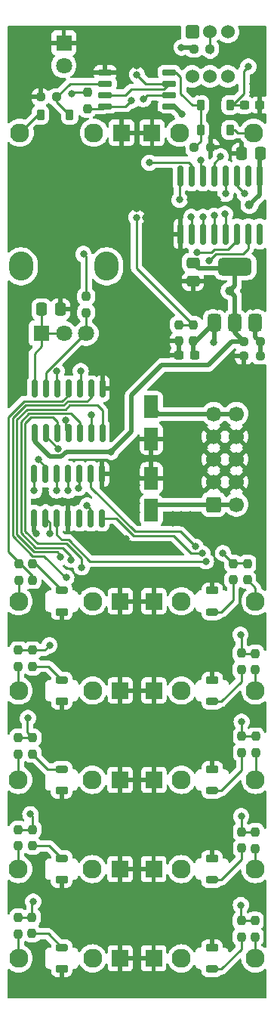
<source format=gbr>
%TF.GenerationSoftware,KiCad,Pcbnew,8.0.5+1*%
%TF.CreationDate,2024-11-27T03:26:13+08:00*%
%TF.ProjectId,MiniDiv v0.3 - Main,4d696e69-4469-4762-9076-302e33202d20,0.3*%
%TF.SameCoordinates,Original*%
%TF.FileFunction,Copper,L2,Bot*%
%TF.FilePolarity,Positive*%
%FSLAX46Y46*%
G04 Gerber Fmt 4.6, Leading zero omitted, Abs format (unit mm)*
G04 Created by KiCad (PCBNEW 8.0.5+1) date 2024-11-27 03:26:13*
%MOMM*%
%LPD*%
G01*
G04 APERTURE LIST*
G04 Aperture macros list*
%AMRoundRect*
0 Rectangle with rounded corners*
0 $1 Rounding radius*
0 $2 $3 $4 $5 $6 $7 $8 $9 X,Y pos of 4 corners*
0 Add a 4 corners polygon primitive as box body*
4,1,4,$2,$3,$4,$5,$6,$7,$8,$9,$2,$3,0*
0 Add four circle primitives for the rounded corners*
1,1,$1+$1,$2,$3*
1,1,$1+$1,$4,$5*
1,1,$1+$1,$6,$7*
1,1,$1+$1,$8,$9*
0 Add four rect primitives between the rounded corners*
20,1,$1+$1,$2,$3,$4,$5,0*
20,1,$1+$1,$4,$5,$6,$7,0*
20,1,$1+$1,$6,$7,$8,$9,0*
20,1,$1+$1,$8,$9,$2,$3,0*%
G04 Aperture macros list end*
%TA.AperFunction,SMDPad,CuDef*%
%ADD10RoundRect,0.200000X0.500000X-0.200000X0.500000X0.200000X-0.500000X0.200000X-0.500000X-0.200000X0*%
%TD*%
%TA.AperFunction,SMDPad,CuDef*%
%ADD11RoundRect,0.200000X0.475000X-0.200000X0.475000X0.200000X-0.475000X0.200000X-0.475000X-0.200000X0*%
%TD*%
%TA.AperFunction,ComponentPad*%
%ADD12R,1.830000X1.930000*%
%TD*%
%TA.AperFunction,ComponentPad*%
%ADD13C,2.130000*%
%TD*%
%TA.AperFunction,SMDPad,CuDef*%
%ADD14RoundRect,0.200000X-0.500000X0.200000X-0.500000X-0.200000X0.500000X-0.200000X0.500000X0.200000X0*%
%TD*%
%TA.AperFunction,SMDPad,CuDef*%
%ADD15RoundRect,0.200000X-0.475000X0.200000X-0.475000X-0.200000X0.475000X-0.200000X0.475000X0.200000X0*%
%TD*%
%TA.AperFunction,ComponentPad*%
%ADD16RoundRect,0.250000X-0.512000X-0.512000X0.512000X-0.512000X0.512000X0.512000X-0.512000X0.512000X0*%
%TD*%
%TA.AperFunction,ComponentPad*%
%ADD17C,1.524000*%
%TD*%
%TA.AperFunction,ComponentPad*%
%ADD18R,1.800000X1.800000*%
%TD*%
%TA.AperFunction,ComponentPad*%
%ADD19C,1.800000*%
%TD*%
%TA.AperFunction,ComponentPad*%
%ADD20O,2.720000X3.240000*%
%TD*%
%TA.AperFunction,SMDPad,CuDef*%
%ADD21RoundRect,0.237500X0.237500X-0.250000X0.237500X0.250000X-0.237500X0.250000X-0.237500X-0.250000X0*%
%TD*%
%TA.AperFunction,SMDPad,CuDef*%
%ADD22RoundRect,0.250000X-0.475000X0.337500X-0.475000X-0.337500X0.475000X-0.337500X0.475000X0.337500X0*%
%TD*%
%TA.AperFunction,SMDPad,CuDef*%
%ADD23RoundRect,0.237500X0.300000X0.237500X-0.300000X0.237500X-0.300000X-0.237500X0.300000X-0.237500X0*%
%TD*%
%TA.AperFunction,SMDPad,CuDef*%
%ADD24RoundRect,0.225000X-0.225000X-0.375000X0.225000X-0.375000X0.225000X0.375000X-0.225000X0.375000X0*%
%TD*%
%TA.AperFunction,ComponentPad*%
%ADD25RoundRect,0.250000X-0.600000X-0.600000X0.600000X-0.600000X0.600000X0.600000X-0.600000X0.600000X0*%
%TD*%
%TA.AperFunction,ComponentPad*%
%ADD26C,1.700000*%
%TD*%
%TA.AperFunction,SMDPad,CuDef*%
%ADD27RoundRect,0.237500X-0.237500X0.250000X-0.237500X-0.250000X0.237500X-0.250000X0.237500X0.250000X0*%
%TD*%
%TA.AperFunction,SMDPad,CuDef*%
%ADD28RoundRect,0.250000X-0.550000X1.050000X-0.550000X-1.050000X0.550000X-1.050000X0.550000X1.050000X0*%
%TD*%
%TA.AperFunction,SMDPad,CuDef*%
%ADD29RoundRect,0.237500X-0.250000X-0.237500X0.250000X-0.237500X0.250000X0.237500X-0.250000X0.237500X0*%
%TD*%
%TA.AperFunction,SMDPad,CuDef*%
%ADD30RoundRect,0.237500X0.250000X0.237500X-0.250000X0.237500X-0.250000X-0.237500X0.250000X-0.237500X0*%
%TD*%
%TA.AperFunction,SMDPad,CuDef*%
%ADD31RoundRect,0.237500X-0.300000X-0.237500X0.300000X-0.237500X0.300000X0.237500X-0.300000X0.237500X0*%
%TD*%
%TA.AperFunction,SMDPad,CuDef*%
%ADD32RoundRect,0.150000X-0.650000X-0.150000X0.650000X-0.150000X0.650000X0.150000X-0.650000X0.150000X0*%
%TD*%
%TA.AperFunction,SMDPad,CuDef*%
%ADD33RoundRect,0.375000X0.375000X-0.625000X0.375000X0.625000X-0.375000X0.625000X-0.375000X-0.625000X0*%
%TD*%
%TA.AperFunction,SMDPad,CuDef*%
%ADD34RoundRect,0.500000X1.400000X-0.500000X1.400000X0.500000X-1.400000X0.500000X-1.400000X-0.500000X0*%
%TD*%
%TA.AperFunction,SMDPad,CuDef*%
%ADD35RoundRect,0.250000X-0.337500X-0.475000X0.337500X-0.475000X0.337500X0.475000X-0.337500X0.475000X0*%
%TD*%
%TA.AperFunction,SMDPad,CuDef*%
%ADD36RoundRect,0.150000X-0.150000X0.825000X-0.150000X-0.825000X0.150000X-0.825000X0.150000X0.825000X0*%
%TD*%
%TA.AperFunction,SMDPad,CuDef*%
%ADD37RoundRect,0.225000X0.225000X0.375000X-0.225000X0.375000X-0.225000X-0.375000X0.225000X-0.375000X0*%
%TD*%
%TA.AperFunction,SMDPad,CuDef*%
%ADD38RoundRect,0.150000X0.150000X-1.050000X0.150000X1.050000X-0.150000X1.050000X-0.150000X-1.050000X0*%
%TD*%
%TA.AperFunction,SMDPad,CuDef*%
%ADD39RoundRect,0.250000X0.337500X0.475000X-0.337500X0.475000X-0.337500X-0.475000X0.337500X-0.475000X0*%
%TD*%
%TA.AperFunction,ViaPad*%
%ADD40C,0.800000*%
%TD*%
%TA.AperFunction,ViaPad*%
%ADD41C,1.000000*%
%TD*%
%TA.AperFunction,Conductor*%
%ADD42C,0.500000*%
%TD*%
%TA.AperFunction,Conductor*%
%ADD43C,0.250000*%
%TD*%
G04 APERTURE END LIST*
D10*
%TO.P,J10,1*%
%TO.N,GND*%
X113425000Y-142800000D03*
D11*
%TO.P,J10,2*%
%TO.N,Net-(J10-Pad2)*%
X113400000Y-145200000D03*
D12*
%TO.P,J10,S*%
%TO.N,GND*%
X106875000Y-144000000D03*
D13*
%TO.P,J10,T*%
%TO.N,Net-(J10-PadT)*%
X118275000Y-144000000D03*
%TO.P,J10,TN*%
%TO.N,unconnected-(J10-PadTN)*%
X109975000Y-144000000D03*
%TD*%
D14*
%TO.P,J3,1*%
%TO.N,GND*%
X96575000Y-125200000D03*
D15*
%TO.P,J3,2*%
%TO.N,Net-(J3-Pad2)*%
X96600000Y-122800000D03*
D12*
%TO.P,J3,S*%
%TO.N,GND*%
X103125000Y-124000000D03*
D13*
%TO.P,J3,T*%
%TO.N,Net-(J3-PadT)*%
X91725000Y-124000000D03*
%TO.P,J3,TN*%
%TO.N,unconnected-(J3-PadTN)*%
X100025000Y-124000000D03*
%TD*%
D10*
%TO.P,J11,1*%
%TO.N,GND*%
X113425000Y-152800000D03*
D11*
%TO.P,J11,2*%
%TO.N,Net-(J11-Pad2)*%
X113400000Y-155200000D03*
D12*
%TO.P,J11,S*%
%TO.N,GND*%
X106875000Y-154000000D03*
D13*
%TO.P,J11,T*%
%TO.N,Net-(J11-PadT)*%
X118275000Y-154000000D03*
%TO.P,J11,TN*%
%TO.N,unconnected-(J11-PadTN)*%
X109975000Y-154000000D03*
%TD*%
D10*
%TO.P,J7,1*%
%TO.N,GND*%
X113450000Y-112800000D03*
D11*
%TO.P,J7,2*%
%TO.N,Net-(J7-Pad2)*%
X113425000Y-115200000D03*
D12*
%TO.P,J7,S*%
%TO.N,GND*%
X106900000Y-114000000D03*
D13*
%TO.P,J7,T*%
%TO.N,Net-(J7-PadT)*%
X118300000Y-114000000D03*
%TO.P,J7,TN*%
%TO.N,unconnected-(J7-PadTN)*%
X110000000Y-114000000D03*
%TD*%
D16*
%TO.P,SW1,1,A*%
%TO.N,unconnected-(SW1A-A-Pad1)*%
X111200000Y-50200000D03*
D17*
%TO.P,SW1,2,B*%
%TO.N,Net-(SW1A-B)*%
X113200000Y-50200000D03*
%TO.P,SW1,3,C*%
%TO.N,Net-(D3-A)*%
X115200000Y-50200000D03*
%TO.P,SW1,4,A*%
%TO.N,unconnected-(SW1B-A-Pad4)*%
X115200000Y-55200000D03*
%TO.P,SW1,5,B*%
%TO.N,unconnected-(SW1B-B-Pad5)*%
X113200000Y-55200000D03*
%TO.P,SW1,6,C*%
%TO.N,unconnected-(SW1B-C-Pad6)*%
X111200000Y-55200000D03*
%TD*%
D14*
%TO.P,J2,1*%
%TO.N,GND*%
X96575000Y-115200000D03*
D15*
%TO.P,J2,2*%
%TO.N,Net-(J2-Pad2)*%
X96600000Y-112800000D03*
D12*
%TO.P,J2,S*%
%TO.N,GND*%
X103125000Y-114000000D03*
D13*
%TO.P,J2,T*%
%TO.N,Net-(J2-PadT)*%
X91725000Y-114000000D03*
%TO.P,J2,TN*%
%TO.N,unconnected-(J2-PadTN)*%
X100025000Y-114000000D03*
%TD*%
D18*
%TO.P,D4,1,K*%
%TO.N,GND*%
X96800000Y-51425000D03*
D19*
%TO.P,D4,2,A*%
%TO.N,Net-(D4-A)*%
X96800000Y-53965000D03*
%TD*%
D10*
%TO.P,J8,1*%
%TO.N,GND*%
X113450000Y-122800000D03*
D11*
%TO.P,J8,2*%
%TO.N,Net-(J8-Pad2)*%
X113425000Y-125200000D03*
D12*
%TO.P,J8,S*%
%TO.N,GND*%
X106900000Y-124000000D03*
D13*
%TO.P,J8,T*%
%TO.N,Net-(J8-PadT)*%
X118300000Y-124000000D03*
%TO.P,J8,TN*%
%TO.N,unconnected-(J8-PadTN)*%
X110000000Y-124000000D03*
%TD*%
D14*
%TO.P,J5,1*%
%TO.N,GND*%
X96550000Y-145200000D03*
D15*
%TO.P,J5,2*%
%TO.N,Net-(J5-Pad2)*%
X96575000Y-142800000D03*
D12*
%TO.P,J5,S*%
%TO.N,GND*%
X103100000Y-144000000D03*
D13*
%TO.P,J5,T*%
%TO.N,Net-(J5-PadT)*%
X91700000Y-144000000D03*
%TO.P,J5,TN*%
%TO.N,unconnected-(J5-PadTN)*%
X100000000Y-144000000D03*
%TD*%
D14*
%TO.P,J6,1*%
%TO.N,GND*%
X96575000Y-155200000D03*
D15*
%TO.P,J6,2*%
%TO.N,Net-(J6-Pad2)*%
X96600000Y-152800000D03*
D12*
%TO.P,J6,S*%
%TO.N,GND*%
X103125000Y-154000000D03*
D13*
%TO.P,J6,T*%
%TO.N,Net-(J6-PadT)*%
X91725000Y-154000000D03*
%TO.P,J6,TN*%
%TO.N,unconnected-(J6-PadTN)*%
X100025000Y-154000000D03*
%TD*%
D12*
%TO.P,CLOCK_IN1,S*%
%TO.N,GND*%
X103280000Y-61500000D03*
D13*
%TO.P,CLOCK_IN1,T*%
%TO.N,Net-(D1-A)*%
X91880000Y-61500000D03*
%TO.P,CLOCK_IN1,TN*%
%TO.N,INT_CLOCK*%
X100180000Y-61500000D03*
%TD*%
D14*
%TO.P,J4,1*%
%TO.N,GND*%
X96550000Y-135200000D03*
D15*
%TO.P,J4,2*%
%TO.N,Net-(J4-Pad2)*%
X96575000Y-132800000D03*
D12*
%TO.P,J4,S*%
%TO.N,GND*%
X103100000Y-134000000D03*
D13*
%TO.P,J4,T*%
%TO.N,Net-(J4-PadT)*%
X91700000Y-134000000D03*
%TO.P,J4,TN*%
%TO.N,unconnected-(J4-PadTN)*%
X100000000Y-134000000D03*
%TD*%
D12*
%TO.P,RESET_IN1,S*%
%TO.N,GND*%
X106700000Y-61500000D03*
D13*
%TO.P,RESET_IN1,T*%
%TO.N,Net-(D2-A)*%
X118100000Y-61500000D03*
%TO.P,RESET_IN1,TN*%
%TO.N,unconnected-(RESET_IN1-PadTN)*%
X109800000Y-61500000D03*
%TD*%
D10*
%TO.P,J9,1*%
%TO.N,GND*%
X113450000Y-132800000D03*
D11*
%TO.P,J9,2*%
%TO.N,Net-(J9-Pad2)*%
X113425000Y-135200000D03*
D12*
%TO.P,J9,S*%
%TO.N,GND*%
X106900000Y-134000000D03*
D13*
%TO.P,J9,T*%
%TO.N,Net-(J9-PadT)*%
X118300000Y-134000000D03*
%TO.P,J9,TN*%
%TO.N,unconnected-(J9-PadTN)*%
X110000000Y-134000000D03*
%TD*%
D20*
%TO.P,RV1,*%
%TO.N,*%
X92000000Y-76475000D03*
X101600000Y-76475000D03*
D18*
%TO.P,RV1,1,1*%
%TO.N,Net-(C7-Pad1)*%
X94300000Y-83975000D03*
D19*
%TO.P,RV1,2,2*%
X96800000Y-83975000D03*
%TO.P,RV1,3,3*%
%TO.N,Net-(R9-Pad2)*%
X99300000Y-83975000D03*
%TD*%
D21*
%TO.P,R22,1*%
%TO.N,Net-(J6-PadT)*%
X91700000Y-151250000D03*
%TO.P,R22,2*%
%TO.N,/OUT_32*%
X91700000Y-149425000D03*
%TD*%
D22*
%TO.P,C5,1*%
%TO.N,+10V*%
X111300000Y-76062500D03*
%TO.P,C5,2*%
%TO.N,GND*%
X111300000Y-78137500D03*
%TD*%
D23*
%TO.P,C4,1*%
%TO.N,+12V*%
X111462500Y-86400000D03*
%TO.P,C4,2*%
%TO.N,GND*%
X109737500Y-86400000D03*
%TD*%
D21*
%TO.P,R17,1*%
%TO.N,Net-(J3-PadT)*%
X91700000Y-121300000D03*
%TO.P,R17,2*%
%TO.N,/OUT_4*%
X91700000Y-119475000D03*
%TD*%
D24*
%TO.P,D3,1,K*%
%TO.N,Net-(D2-K)*%
X112150000Y-58400000D03*
%TO.P,D3,2,A*%
%TO.N,Net-(D3-A)*%
X115450000Y-58400000D03*
%TD*%
D25*
%TO.P,J1,1,Pin_1*%
%TO.N,-12V*%
X113610000Y-103160000D03*
D26*
%TO.P,J1,2,Pin_2*%
X116150000Y-103160000D03*
%TO.P,J1,3,Pin_3*%
%TO.N,GND*%
X113610000Y-100620000D03*
%TO.P,J1,4,Pin_4*%
X116150000Y-100620000D03*
%TO.P,J1,5,Pin_5*%
X113610000Y-98080000D03*
%TO.P,J1,6,Pin_6*%
X116150000Y-98080000D03*
%TO.P,J1,7,Pin_7*%
X113610000Y-95540000D03*
%TO.P,J1,8,Pin_8*%
X116150000Y-95540000D03*
%TO.P,J1,9,Pin_9*%
%TO.N,+12V*%
X113610000Y-93000000D03*
%TO.P,J1,10,Pin_10*%
X116150000Y-93000000D03*
%TD*%
D21*
%TO.P,R8,1*%
%TO.N,GND*%
X109700000Y-84825000D03*
%TO.P,R8,2*%
%TO.N,VREF*%
X109700000Y-83000000D03*
%TD*%
D27*
%TO.P,R9,1*%
%TO.N,INT_CLOCK*%
X99300000Y-79825000D03*
%TO.P,R9,2*%
%TO.N,Net-(R9-Pad2)*%
X99300000Y-81650000D03*
%TD*%
D28*
%TO.P,C2,1*%
%TO.N,+12V*%
X106600000Y-92200000D03*
%TO.P,C2,2*%
%TO.N,GND*%
X106600000Y-95800000D03*
%TD*%
D29*
%TO.P,R2,1*%
%TO.N,GND*%
X94187500Y-57500000D03*
%TO.P,R2,2*%
%TO.N,Net-(D1-K)*%
X96012500Y-57500000D03*
%TD*%
D21*
%TO.P,R4,1*%
%TO.N,/CLOCK*%
X99450000Y-58812500D03*
%TO.P,R4,2*%
%TO.N,Net-(D4-A)*%
X99450000Y-56987500D03*
%TD*%
%TO.P,R25,1*%
%TO.N,Net-(J9-PadT)*%
X118310000Y-130955000D03*
%TO.P,R25,2*%
%TO.N,/OUT_256*%
X118310000Y-129130000D03*
%TD*%
%TO.P,R15,1*%
%TO.N,Net-(J4-PadT)*%
X91700000Y-131100000D03*
%TO.P,R15,2*%
%TO.N,/OUT_8*%
X91700000Y-129275000D03*
%TD*%
D27*
%TO.P,R13,1*%
%TO.N,/OUT_16*%
X93300000Y-139575000D03*
%TO.P,R13,2*%
%TO.N,Net-(J5-Pad2)*%
X93300000Y-141400000D03*
%TD*%
%TO.P,R18,1*%
%TO.N,/OUT_32*%
X93240000Y-149400000D03*
%TO.P,R18,2*%
%TO.N,Net-(J6-Pad2)*%
X93240000Y-151225000D03*
%TD*%
D28*
%TO.P,C3,1*%
%TO.N,GND*%
X106600000Y-100200000D03*
%TO.P,C3,2*%
%TO.N,-12V*%
X106600000Y-103800000D03*
%TD*%
D24*
%TO.P,D2,1,K*%
%TO.N,Net-(D2-K)*%
X112150000Y-61200000D03*
%TO.P,D2,2,A*%
%TO.N,Net-(D2-A)*%
X115450000Y-61200000D03*
%TD*%
D30*
%TO.P,R3,1*%
%TO.N,GND*%
X113262500Y-63150000D03*
%TO.P,R3,2*%
%TO.N,Net-(D2-K)*%
X111437500Y-63150000D03*
%TD*%
%TO.P,R6,1*%
%TO.N,Net-(U4-ADJ)*%
X118812500Y-86500000D03*
%TO.P,R6,2*%
%TO.N,GND*%
X116987500Y-86500000D03*
%TD*%
D31*
%TO.P,C1,1*%
%TO.N,Net-(D3-A)*%
X117037500Y-58400000D03*
%TO.P,C1,2*%
%TO.N,GND*%
X118762500Y-58400000D03*
%TD*%
D21*
%TO.P,R14,1*%
%TO.N,Net-(J2-PadT)*%
X91740000Y-111632500D03*
%TO.P,R14,2*%
%TO.N,/OUT_2*%
X91740000Y-109807500D03*
%TD*%
D27*
%TO.P,R12,1*%
%TO.N,/OUT_8*%
X93300000Y-129275000D03*
%TO.P,R12,2*%
%TO.N,Net-(J4-Pad2)*%
X93300000Y-131100000D03*
%TD*%
%TO.P,R7,1*%
%TO.N,VREF*%
X111300000Y-83000000D03*
%TO.P,R7,2*%
%TO.N,+12V*%
X111300000Y-84825000D03*
%TD*%
%TO.P,R11,1*%
%TO.N,/OUT_4*%
X93300000Y-119475000D03*
%TO.P,R11,2*%
%TO.N,Net-(J3-Pad2)*%
X93300000Y-121300000D03*
%TD*%
D32*
%TO.P,U2,1*%
%TO.N,/CLOCK*%
X101425000Y-58560000D03*
%TO.P,U2,2,-*%
%TO.N,VREF*%
X101425000Y-57290000D03*
%TO.P,U2,3,+*%
%TO.N,Net-(D1-K)*%
X101425000Y-56020000D03*
%TO.P,U2,4,V-*%
%TO.N,GND*%
X101425000Y-54750000D03*
%TO.P,U2,5,+*%
%TO.N,Net-(D2-K)*%
X108625000Y-54750000D03*
%TO.P,U2,6,-*%
%TO.N,VREF*%
X108625000Y-56020000D03*
%TO.P,U2,7*%
%TO.N,/RESET*%
X108625000Y-57290000D03*
%TO.P,U2,8,V+*%
%TO.N,+10V*%
X108625000Y-58560000D03*
%TD*%
D21*
%TO.P,R24,1*%
%TO.N,Net-(J8-PadT)*%
X118280000Y-121687500D03*
%TO.P,R24,2*%
%TO.N,/OUT_128*%
X118280000Y-119862500D03*
%TD*%
D27*
%TO.P,R19,1*%
%TO.N,/OUT_64*%
X115800000Y-109787500D03*
%TO.P,R19,2*%
%TO.N,Net-(J7-Pad2)*%
X115800000Y-111612500D03*
%TD*%
D33*
%TO.P,U4,1,ADJ*%
%TO.N,Net-(U4-ADJ)*%
X118300000Y-82800000D03*
%TO.P,U4,2,VO*%
%TO.N,+10V*%
X116000000Y-82800000D03*
D34*
X116000000Y-76500000D03*
D33*
%TO.P,U4,3,VI*%
%TO.N,+12V*%
X113700000Y-82800000D03*
%TD*%
D21*
%TO.P,R10,1*%
%TO.N,/OUT_2*%
X93300000Y-111632500D03*
%TO.P,R10,2*%
%TO.N,Net-(J2-Pad2)*%
X93300000Y-109807500D03*
%TD*%
D35*
%TO.P,C7,1*%
%TO.N,Net-(C7-Pad1)*%
X94325000Y-81300000D03*
%TO.P,C7,2*%
%TO.N,GND*%
X96400000Y-81300000D03*
%TD*%
D36*
%TO.P,U3,1*%
%TO.N,Net-(U5-Q5)*%
X93490000Y-99750000D03*
%TO.P,U3,2*%
%TO.N,/OUT_64*%
X94760000Y-99750000D03*
%TO.P,U3,3*%
%TO.N,Net-(U5-Q6)*%
X96030000Y-99750000D03*
%TO.P,U3,4*%
%TO.N,/OUT_128*%
X97300000Y-99750000D03*
%TO.P,U3,5*%
%TO.N,Net-(U5-Q7)*%
X98570000Y-99750000D03*
%TO.P,U3,6*%
%TO.N,/OUT_256*%
X99840000Y-99750000D03*
%TO.P,U3,7,VSS*%
%TO.N,GND*%
X101110000Y-99750000D03*
%TO.P,U3,8*%
%TO.N,/OUT_512*%
X101110000Y-104700000D03*
%TO.P,U3,9*%
%TO.N,Net-(U5-Q8)*%
X99840000Y-104700000D03*
%TO.P,U3,10*%
%TO.N,unconnected-(U3-Pad10)*%
X98570000Y-104700000D03*
%TO.P,U3,11*%
%TO.N,GND*%
X97300000Y-104700000D03*
%TO.P,U3,12*%
%TO.N,/OUT_1024*%
X96030000Y-104700000D03*
%TO.P,U3,13*%
%TO.N,Net-(U5-Q9)*%
X94760000Y-104700000D03*
%TO.P,U3,14,VDD*%
%TO.N,+10V*%
X93490000Y-104700000D03*
%TD*%
D37*
%TO.P,D1,1,K*%
%TO.N,Net-(D1-K)*%
X97475000Y-59500000D03*
%TO.P,D1,2,A*%
%TO.N,Net-(D1-A)*%
X94175000Y-59500000D03*
%TD*%
D27*
%TO.P,R20,1*%
%TO.N,/OUT_128*%
X116700000Y-119825000D03*
%TO.P,R20,2*%
%TO.N,Net-(J8-Pad2)*%
X116700000Y-121650000D03*
%TD*%
D38*
%TO.P,U5,1,Q11*%
%TO.N,unconnected-(U5-Q11-Pad1)*%
X118770000Y-72850000D03*
%TO.P,U5,2,Q5*%
%TO.N,Net-(U5-Q5)*%
X117500000Y-72850000D03*
%TO.P,U5,3,Q4*%
%TO.N,Net-(U5-Q4)*%
X116230000Y-72850000D03*
%TO.P,U5,4,Q6*%
%TO.N,Net-(U5-Q6)*%
X114960000Y-72850000D03*
%TO.P,U5,5,Q3*%
%TO.N,Net-(U5-Q3)*%
X113690000Y-72850000D03*
%TO.P,U5,6,Q2*%
%TO.N,Net-(U5-Q2)*%
X112420000Y-72850000D03*
%TO.P,U5,7,Q1*%
%TO.N,Net-(U5-Q1)*%
X111150000Y-72850000D03*
%TO.P,U5,8,VSS*%
%TO.N,GND*%
X109880000Y-72850000D03*
%TO.P,U5,9,Q0*%
%TO.N,Net-(U5-Q0)*%
X109880000Y-66350000D03*
%TO.P,U5,10,CLK*%
%TO.N,/CLOCK*%
X111150000Y-66350000D03*
%TO.P,U5,11,Reset*%
%TO.N,/RESET*%
X112420000Y-66350000D03*
%TO.P,U5,12,Q8*%
%TO.N,Net-(U5-Q8)*%
X113690000Y-66350000D03*
%TO.P,U5,13,Q7*%
%TO.N,Net-(U5-Q7)*%
X114960000Y-66350000D03*
%TO.P,U5,14,Q9*%
%TO.N,Net-(U5-Q9)*%
X116230000Y-66350000D03*
%TO.P,U5,15,Q10*%
%TO.N,unconnected-(U5-Q10-Pad15)*%
X117500000Y-66350000D03*
%TO.P,U5,16,VDD*%
%TO.N,+10V*%
X118770000Y-66350000D03*
%TD*%
D21*
%TO.P,R23,1*%
%TO.N,Net-(J7-PadT)*%
X117400000Y-111612500D03*
%TO.P,R23,2*%
%TO.N,/OUT_64*%
X117400000Y-109787500D03*
%TD*%
%TO.P,R16,1*%
%TO.N,Net-(J5-PadT)*%
X91700000Y-141387500D03*
%TO.P,R16,2*%
%TO.N,/OUT_16*%
X91700000Y-139562500D03*
%TD*%
D39*
%TO.P,C6,1*%
%TO.N,+10V*%
X118825000Y-63850000D03*
%TO.P,C6,2*%
%TO.N,GND*%
X116750000Y-63850000D03*
%TD*%
D27*
%TO.P,R27,1*%
%TO.N,/OUT_1024*%
X116700000Y-149775000D03*
%TO.P,R27,2*%
%TO.N,Net-(J11-Pad2)*%
X116700000Y-151600000D03*
%TD*%
D29*
%TO.P,R1,1*%
%TO.N,+12V*%
X111387500Y-52100000D03*
%TO.P,R1,2*%
%TO.N,Net-(SW1A-B)*%
X113212500Y-52100000D03*
%TD*%
D21*
%TO.P,R28,1*%
%TO.N,Net-(J10-PadT)*%
X118300000Y-141675000D03*
%TO.P,R28,2*%
%TO.N,/OUT_512*%
X118300000Y-139850000D03*
%TD*%
D27*
%TO.P,R26,1*%
%TO.N,/OUT_512*%
X116750000Y-139837500D03*
%TO.P,R26,2*%
%TO.N,Net-(J10-Pad2)*%
X116750000Y-141662500D03*
%TD*%
%TO.P,R21,1*%
%TO.N,/OUT_256*%
X116750000Y-129117500D03*
%TO.P,R21,2*%
%TO.N,Net-(J9-Pad2)*%
X116750000Y-130942500D03*
%TD*%
D21*
%TO.P,R29,1*%
%TO.N,Net-(J11-PadT)*%
X118250000Y-151600000D03*
%TO.P,R29,2*%
%TO.N,/OUT_1024*%
X118250000Y-149775000D03*
%TD*%
D36*
%TO.P,U1,1*%
%TO.N,Net-(C7-Pad1)*%
X93510000Y-90170000D03*
%TO.P,U1,2*%
%TO.N,Net-(R9-Pad2)*%
X94780000Y-90170000D03*
%TO.P,U1,3*%
%TO.N,Net-(U5-Q0)*%
X96050000Y-90170000D03*
%TO.P,U1,4*%
%TO.N,/OUT_2*%
X97320000Y-90170000D03*
%TO.P,U1,5*%
%TO.N,Net-(U5-Q1)*%
X98590000Y-90170000D03*
%TO.P,U1,6*%
%TO.N,/OUT_4*%
X99860000Y-90170000D03*
%TO.P,U1,7,VSS*%
%TO.N,GND*%
X101130000Y-90170000D03*
%TO.P,U1,8*%
%TO.N,/OUT_8*%
X101130000Y-95120000D03*
%TO.P,U1,9*%
%TO.N,Net-(U5-Q2)*%
X99860000Y-95120000D03*
%TO.P,U1,10*%
%TO.N,/OUT_16*%
X98590000Y-95120000D03*
%TO.P,U1,11*%
%TO.N,Net-(U5-Q3)*%
X97320000Y-95120000D03*
%TO.P,U1,12*%
%TO.N,/OUT_32*%
X96050000Y-95120000D03*
%TO.P,U1,13*%
%TO.N,Net-(U5-Q4)*%
X94780000Y-95120000D03*
%TO.P,U1,14,VDD*%
%TO.N,+10V*%
X93510000Y-95120000D03*
%TD*%
D29*
%TO.P,R5,1*%
%TO.N,+10V*%
X116987500Y-84900000D03*
%TO.P,R5,2*%
%TO.N,Net-(U4-ADJ)*%
X118812500Y-84900000D03*
%TD*%
D40*
%TO.N,+12V*%
X113610000Y-85010000D03*
X110000000Y-51950000D03*
%TO.N,GND*%
X103000000Y-52000000D03*
X116300000Y-53500000D03*
X105000000Y-70000000D03*
X118000000Y-56000000D03*
X119000000Y-55000000D03*
X104000000Y-65000000D03*
X113000000Y-69000000D03*
X114000000Y-69000000D03*
X104500000Y-107750000D03*
X102000000Y-52000000D03*
X100000000Y-53000000D03*
X103750000Y-107000000D03*
X107000000Y-52000000D03*
X102250000Y-107000000D03*
X114800000Y-52400000D03*
X91000000Y-52000000D03*
X97000000Y-74000000D03*
X98000000Y-71000000D03*
X96000000Y-64000000D03*
X105000000Y-66000000D03*
X118000000Y-81000000D03*
X102000000Y-53000000D03*
X95000000Y-73000000D03*
X111000000Y-105250000D03*
X104000000Y-51000000D03*
X108000000Y-51000000D03*
X107000000Y-67000000D03*
X91000000Y-55000000D03*
X106000000Y-73000000D03*
X106000000Y-107750000D03*
X95000000Y-66000000D03*
X110000000Y-102000000D03*
X104000000Y-68000000D03*
X119000000Y-57000000D03*
X94000000Y-52000000D03*
X111000000Y-104250000D03*
X94000000Y-69000000D03*
X98000000Y-63000000D03*
X98000000Y-64000000D03*
X101500000Y-107750000D03*
X119000000Y-51000000D03*
X113000000Y-80000000D03*
X95000000Y-72000000D03*
X109000000Y-99000000D03*
X100000000Y-54000000D03*
X94000000Y-51000000D03*
X97000000Y-73000000D03*
X110000000Y-101000000D03*
X107000000Y-53000000D03*
X114000000Y-53400000D03*
X109000000Y-98000000D03*
X113000000Y-57000000D03*
X107500000Y-59500000D03*
X110000000Y-98000000D03*
X100000000Y-52000000D03*
X94000000Y-65000000D03*
X107000000Y-50000000D03*
X110000000Y-99000000D03*
X96000000Y-72000000D03*
X106000000Y-68000000D03*
X94000000Y-67000000D03*
X92000000Y-57000000D03*
X95000000Y-67000000D03*
X106500000Y-59500000D03*
X96000000Y-71000000D03*
X104000000Y-100000000D03*
X110000000Y-96000000D03*
X107500000Y-107750000D03*
X94000000Y-70000000D03*
X96000000Y-73000000D03*
X101000000Y-53000000D03*
X97000000Y-64000000D03*
X108000000Y-67000000D03*
X95000000Y-65000000D03*
X109000000Y-102000000D03*
X91000000Y-56000000D03*
X94000000Y-72000000D03*
X106000000Y-53000000D03*
X97000000Y-66000000D03*
X97000000Y-71000000D03*
X91000000Y-54000000D03*
X94000000Y-68000000D03*
X92000000Y-54000000D03*
X103000000Y-53000000D03*
X93000000Y-56000000D03*
X98000000Y-72000000D03*
X106000000Y-72000000D03*
X105000000Y-99000000D03*
X119000000Y-52000000D03*
X105000000Y-69000000D03*
X118000000Y-51000000D03*
X110000000Y-95000000D03*
X111500000Y-53500000D03*
X104000000Y-52000000D03*
X110000000Y-105250000D03*
X103000000Y-107750000D03*
X98000000Y-69000000D03*
X101000000Y-51000000D03*
X109000000Y-101000000D03*
X109000000Y-104250000D03*
X94000000Y-53000000D03*
X105000000Y-103000000D03*
X96000000Y-66000000D03*
X106000000Y-70000000D03*
X107000000Y-68000000D03*
X106000000Y-71000000D03*
X97000000Y-62000000D03*
X105000000Y-52000000D03*
X118000000Y-57000000D03*
X97000000Y-67000000D03*
X118000000Y-80000000D03*
X100000000Y-51000000D03*
X103000000Y-64000000D03*
X98000000Y-73000000D03*
X97000000Y-65000000D03*
X103000000Y-65000000D03*
X115900000Y-52400000D03*
X92000000Y-53000000D03*
X105000000Y-68000000D03*
X95000000Y-64000000D03*
X109000000Y-95000000D03*
X105000000Y-102000000D03*
X96000000Y-74000000D03*
X106000000Y-69000000D03*
X97000000Y-69000000D03*
X104000000Y-98000000D03*
X119000000Y-56000000D03*
X100000000Y-50000000D03*
X119000000Y-78000000D03*
X93000000Y-53000000D03*
X108000000Y-69000000D03*
X112000000Y-81000000D03*
X95000000Y-68000000D03*
X93000000Y-52000000D03*
X93000000Y-51000000D03*
X92000000Y-51000000D03*
X114000000Y-59000000D03*
X109000000Y-97000000D03*
X104000000Y-53000000D03*
X104000000Y-101000000D03*
X94000000Y-64000000D03*
X98000000Y-70000000D03*
X107000000Y-70000000D03*
X105000000Y-51000000D03*
X103000000Y-50000000D03*
X105000000Y-67000000D03*
X110000000Y-100000000D03*
X91000000Y-57000000D03*
X104000000Y-102000000D03*
X104000000Y-103000000D03*
X110300000Y-53400000D03*
X107000000Y-51000000D03*
X109000000Y-100000000D03*
X106000000Y-52000000D03*
X96000000Y-69000000D03*
X101000000Y-50000000D03*
X91000000Y-58000000D03*
X102000000Y-51000000D03*
X94000000Y-71000000D03*
X96000000Y-62000000D03*
X94000000Y-55000000D03*
X110000000Y-80000000D03*
X93000000Y-55000000D03*
X114000000Y-79000000D03*
X104000000Y-66000000D03*
X92000000Y-56000000D03*
X119000000Y-80000000D03*
X106000000Y-50000000D03*
X91000000Y-53000000D03*
X104000000Y-50000000D03*
X96000000Y-70000000D03*
X114000000Y-58000000D03*
X119000000Y-50000000D03*
X108000000Y-68000000D03*
X95000000Y-70000000D03*
X111000000Y-69000000D03*
X111000000Y-80000000D03*
X105000000Y-54000000D03*
X95000000Y-74000000D03*
X112000000Y-57000000D03*
X105000000Y-100000000D03*
X98000000Y-65000000D03*
X97000000Y-68000000D03*
X104000000Y-67000000D03*
X104000000Y-99000000D03*
X94000000Y-73000000D03*
X106000000Y-67000000D03*
X105000000Y-98000000D03*
X103000000Y-66000000D03*
X94000000Y-63000000D03*
X111000000Y-81000000D03*
X103000000Y-51000000D03*
X103000000Y-67000000D03*
X119000000Y-53000000D03*
X95000000Y-69000000D03*
X101000000Y-52000000D03*
X109000000Y-96000000D03*
X119000000Y-79000000D03*
X114000000Y-81000000D03*
X105000000Y-104000000D03*
X94000000Y-54000000D03*
X96000000Y-63000000D03*
X93000000Y-54000000D03*
X110000000Y-97000000D03*
X108000000Y-50000000D03*
X117000000Y-50000000D03*
X100750000Y-107000000D03*
X119000000Y-81000000D03*
X109000000Y-50000000D03*
X97000000Y-63000000D03*
X96000000Y-65000000D03*
X102000000Y-50000000D03*
X96000000Y-67000000D03*
X119000000Y-54000000D03*
X110000000Y-104250000D03*
X118000000Y-50000000D03*
X95000000Y-63000000D03*
X92000000Y-55000000D03*
X112700000Y-53500000D03*
X98000000Y-66000000D03*
X106000000Y-74000000D03*
X97000000Y-70000000D03*
X91000000Y-51000000D03*
X118000000Y-79000000D03*
X98000000Y-67000000D03*
X113000000Y-79000000D03*
X106000000Y-51000000D03*
X100000000Y-107750000D03*
X97000000Y-72000000D03*
X114000000Y-80000000D03*
X92000000Y-52000000D03*
X96000000Y-68000000D03*
X115200000Y-53400000D03*
X94000000Y-66000000D03*
X98000000Y-68000000D03*
X95000000Y-71000000D03*
X112000000Y-80000000D03*
X105000000Y-53000000D03*
X119000000Y-77000000D03*
X95000000Y-62000000D03*
X114000000Y-57000000D03*
X109000000Y-105250000D03*
X105000000Y-101000000D03*
X107000000Y-69000000D03*
X105000000Y-50000000D03*
X113000000Y-81000000D03*
%TO.N,Net-(D3-A)*%
X117500000Y-54100000D03*
%TO.N,Net-(D4-A)*%
X97700000Y-57150000D03*
%TO.N,+10V*%
X110050000Y-59400000D03*
X93725000Y-106400000D03*
D41*
X117625000Y-69600000D03*
D40*
X102128400Y-97251600D03*
D41*
X115400000Y-79200000D03*
D40*
%TO.N,VREF*%
X105000000Y-55000003D03*
X104950000Y-71000000D03*
%TO.N,INT_CLOCK*%
X99000000Y-75100000D03*
%TO.N,/OUT_4*%
X95200000Y-118920000D03*
X97070000Y-111350000D03*
%TO.N,/OUT_8*%
X92780000Y-127080000D03*
X96450000Y-109060000D03*
%TO.N,/OUT_16*%
X93050000Y-137840000D03*
X97640000Y-109330000D03*
%TO.N,/OUT_32*%
X98800000Y-110180000D03*
X93370000Y-147640000D03*
%TO.N,/OUT_64*%
X93975000Y-98150000D03*
X114650000Y-108620000D03*
%TO.N,/OUT_128*%
X116620000Y-117740000D03*
X97300000Y-101600000D03*
%TO.N,/OUT_256*%
X116750000Y-127490000D03*
X111553690Y-107875000D03*
%TO.N,Net-(U5-Q2)*%
X112419149Y-70919149D03*
X99860000Y-93095000D03*
%TO.N,Net-(U5-Q3)*%
X97000000Y-93675000D03*
X113700000Y-70800000D03*
%TO.N,Net-(U5-Q4)*%
X96185000Y-96930000D03*
X111709060Y-74875000D03*
%TO.N,Net-(U5-Q0)*%
X109790000Y-69020000D03*
X95992500Y-88195000D03*
%TO.N,Net-(U5-Q1)*%
X98692500Y-88195000D03*
X111100000Y-70950000D03*
%TO.N,/RESET*%
X105703224Y-57739781D03*
X112150000Y-64550000D03*
%TO.N,/CLOCK*%
X106400000Y-64875000D03*
X104400000Y-57900000D03*
%TO.N,Net-(U5-Q5)*%
X93490000Y-101600000D03*
X113107753Y-75807753D03*
%TO.N,Net-(U5-Q7)*%
X114950000Y-68350000D03*
X98472347Y-101297653D03*
%TO.N,Net-(U5-Q6)*%
X96000000Y-101600000D03*
X114875000Y-70600000D03*
%TO.N,Net-(U5-Q9)*%
X117100000Y-68350000D03*
X95199200Y-106375200D03*
%TO.N,/OUT_512*%
X116700000Y-138090000D03*
X112330000Y-108600000D03*
%TO.N,Net-(U5-Q8)*%
X114400000Y-64175000D03*
X99415600Y-103276400D03*
%TO.N,/OUT_1024*%
X112743799Y-109510371D03*
X116660000Y-148040000D03*
%TD*%
D42*
%TO.N,+12V*%
X106600000Y-92200000D02*
X107400000Y-93000000D01*
X111675000Y-84825000D02*
X113700000Y-82800000D01*
X110000000Y-51950000D02*
X111237500Y-51950000D01*
X113700000Y-84920000D02*
X113700000Y-82800000D01*
X116150000Y-93000000D02*
X113610000Y-93000000D01*
X111300000Y-86237500D02*
X111462500Y-86400000D01*
X107400000Y-93000000D02*
X113610000Y-93000000D01*
X113610000Y-85010000D02*
X113700000Y-84920000D01*
X111300000Y-84825000D02*
X111300000Y-86237500D01*
X111300000Y-84825000D02*
X111675000Y-84825000D01*
X111237500Y-51950000D02*
X111387500Y-52100000D01*
D43*
%TO.N,Net-(D3-A)*%
X117037500Y-58400000D02*
X115450000Y-58400000D01*
X115450000Y-58400000D02*
X115737500Y-58400000D01*
X115737500Y-58400000D02*
X117000000Y-57137500D01*
X117000000Y-57137500D02*
X117000000Y-54600000D01*
X117000000Y-54600000D02*
X117500000Y-54100000D01*
%TO.N,Net-(D4-A)*%
X99450000Y-56987500D02*
X97862500Y-56987500D01*
X97862500Y-56987500D02*
X97700000Y-57150000D01*
D42*
%TO.N,+10V*%
X109210000Y-58560000D02*
X108625000Y-58560000D01*
X116987500Y-84900000D02*
X115625000Y-84900000D01*
X115400000Y-79200000D02*
X116000000Y-78600000D01*
X117625000Y-69600000D02*
X118770000Y-68455000D01*
X102108000Y-97231200D02*
X97085882Y-97231200D01*
X111300000Y-76062500D02*
X111937500Y-76700000D01*
X116000000Y-78600000D02*
X116000000Y-76500000D01*
X115625000Y-84900000D02*
X112995000Y-87530000D01*
X116000000Y-82800000D02*
X116000000Y-83912500D01*
X115400000Y-79200000D02*
X116000000Y-79800000D01*
X118770000Y-63905000D02*
X118825000Y-63850000D01*
X112995000Y-87530000D02*
X107796000Y-87530000D01*
X104394000Y-94986000D02*
X102128400Y-97251600D01*
X93480000Y-104710000D02*
X93490000Y-104700000D01*
X95195001Y-97780000D02*
X93510000Y-96094999D01*
D43*
X93510000Y-96094999D02*
X93510000Y-95120000D01*
D42*
X102128400Y-97251600D02*
X102108000Y-97231200D01*
X110050000Y-59400000D02*
X109210000Y-58560000D01*
X104394000Y-90932000D02*
X104394000Y-94986000D01*
X93480000Y-106155000D02*
X93480000Y-104710000D01*
X111937500Y-76700000D02*
X115800000Y-76700000D01*
X93725000Y-106400000D02*
X93480000Y-106155000D01*
X96537082Y-97780000D02*
X95195001Y-97780000D01*
X115800000Y-76700000D02*
X116000000Y-76500000D01*
X116000000Y-83912500D02*
X116987500Y-84900000D01*
X118770000Y-68455000D02*
X118770000Y-63905000D01*
X107796000Y-87530000D02*
X104394000Y-90932000D01*
X116000000Y-79800000D02*
X116000000Y-82800000D01*
X97085882Y-97231200D02*
X96537082Y-97780000D01*
D43*
%TO.N,Net-(D1-A)*%
X93880000Y-59500000D02*
X91880000Y-61500000D01*
X94175000Y-59500000D02*
X93880000Y-59500000D01*
%TO.N,Net-(C7-Pad1)*%
X94300000Y-83975000D02*
X94300000Y-85450000D01*
X96800000Y-83975000D02*
X94300000Y-83975000D01*
X94300000Y-81325000D02*
X94325000Y-81300000D01*
X94300000Y-83975000D02*
X94300000Y-81325000D01*
X93510000Y-86240000D02*
X93510000Y-90170000D01*
X94300000Y-85450000D02*
X93510000Y-86240000D01*
D42*
%TO.N,-12V*%
X116150000Y-103160000D02*
X113610000Y-103160000D01*
X107240000Y-103160000D02*
X113610000Y-103160000D01*
X106600000Y-103800000D02*
X107240000Y-103160000D01*
D43*
%TO.N,Net-(D1-K)*%
X101425000Y-56020000D02*
X97492500Y-56020000D01*
X97492500Y-56020000D02*
X96012500Y-57500000D01*
X96012500Y-57500000D02*
X96012500Y-58037500D01*
X96012500Y-58037500D02*
X97475000Y-59500000D01*
%TO.N,Net-(D2-A)*%
X115450000Y-61200000D02*
X116000000Y-61200000D01*
X116300000Y-61500000D02*
X118100000Y-61500000D01*
X116000000Y-61200000D02*
X116300000Y-61500000D01*
%TO.N,Net-(D2-K)*%
X109900000Y-55300000D02*
X109350000Y-54750000D01*
X109900000Y-57100000D02*
X109900000Y-55300000D01*
X112150000Y-58400000D02*
X111200000Y-58400000D01*
X109350000Y-54750000D02*
X108625000Y-54750000D01*
X112150000Y-58400000D02*
X112150000Y-62437500D01*
X112150000Y-62437500D02*
X111437500Y-63150000D01*
X111200000Y-58400000D02*
X109900000Y-57100000D01*
%TO.N,Net-(J2-Pad2)*%
X93300000Y-109807500D02*
X93607500Y-109807500D01*
X93607500Y-109807500D02*
X96600000Y-112800000D01*
%TO.N,Net-(J2-PadT)*%
X91740000Y-113960000D02*
X91700000Y-114000000D01*
X91740000Y-111412500D02*
X91740000Y-113960000D01*
%TO.N,Net-(J3-Pad2)*%
X93300000Y-121300000D02*
X95100000Y-121300000D01*
X95100000Y-121300000D02*
X96600000Y-122800000D01*
%TO.N,VREF*%
X105000000Y-55000003D02*
X106019997Y-56020000D01*
X104950000Y-76650000D02*
X111300000Y-83000000D01*
X108625000Y-56020000D02*
X107980000Y-56665000D01*
X104950000Y-71000000D02*
X104950000Y-76650000D01*
X107980000Y-56665000D02*
X104335000Y-56665000D01*
X104335000Y-56665000D02*
X103710000Y-57290000D01*
X106019997Y-56020000D02*
X108625000Y-56020000D01*
X111300000Y-83000000D02*
X109700000Y-83000000D01*
X103710000Y-57290000D02*
X101425000Y-57290000D01*
%TO.N,INT_CLOCK*%
X99000000Y-75100000D02*
X99300000Y-75400000D01*
X99300000Y-75400000D02*
X99300000Y-79825000D01*
%TO.N,Net-(J3-PadT)*%
X91700000Y-121300000D02*
X91700000Y-124000000D01*
%TO.N,Net-(J4-Pad2)*%
X95000000Y-132800000D02*
X96575000Y-132800000D01*
X93300000Y-131100000D02*
X95000000Y-132800000D01*
%TO.N,Net-(J4-PadT)*%
X91700000Y-131100000D02*
X91700000Y-134000000D01*
%TO.N,Net-(J5-PadT)*%
X91700000Y-141387500D02*
X91700000Y-144000000D01*
%TO.N,Net-(J5-Pad2)*%
X93300000Y-141400000D02*
X95175000Y-141400000D01*
X95175000Y-141400000D02*
X96575000Y-142800000D01*
%TO.N,Net-(J6-PadT)*%
X91700000Y-151250000D02*
X91700000Y-154000000D01*
%TO.N,Net-(J6-Pad2)*%
X93240000Y-151225000D02*
X95025000Y-151225000D01*
X95025000Y-151225000D02*
X96600000Y-152800000D01*
%TO.N,Net-(J7-PadT)*%
X117400000Y-111612500D02*
X118300000Y-112512500D01*
X118300000Y-112512500D02*
X118300000Y-114000000D01*
%TO.N,Net-(J7-Pad2)*%
X113425000Y-115200000D02*
X114476777Y-115200000D01*
X114476777Y-115200000D02*
X115800000Y-113876777D01*
X115800000Y-113876777D02*
X115800000Y-111612500D01*
%TO.N,Net-(J8-Pad2)*%
X116700000Y-122976777D02*
X116700000Y-121650000D01*
X113425000Y-125200000D02*
X114476777Y-125200000D01*
X114476777Y-125200000D02*
X116700000Y-122976777D01*
%TO.N,Net-(J8-PadT)*%
X118280000Y-121687500D02*
X118280000Y-123980000D01*
X118280000Y-123980000D02*
X118300000Y-124000000D01*
%TO.N,Net-(SW1A-B)*%
X113200000Y-50200000D02*
X113200000Y-52575000D01*
X113200000Y-52575000D02*
X113225000Y-52600000D01*
%TO.N,Net-(J9-Pad2)*%
X116750000Y-132926777D02*
X114476777Y-135200000D01*
X116750000Y-130942500D02*
X116750000Y-132926777D01*
X114476777Y-135200000D02*
X113425000Y-135200000D01*
%TO.N,/OUT_2*%
X96600000Y-91600000D02*
X97320000Y-90880000D01*
X90580000Y-93349416D02*
X92329416Y-91600000D01*
X93300000Y-111147500D02*
X90580000Y-108427500D01*
X93300000Y-111412500D02*
X93300000Y-111147500D01*
X90580000Y-108427500D02*
X90580000Y-93349416D01*
X97320000Y-90880000D02*
X97320000Y-90170000D01*
X92329416Y-91600000D02*
X96600000Y-91600000D01*
%TO.N,/OUT_4*%
X91090000Y-93475812D02*
X91090000Y-106699493D01*
X99404999Y-91600000D02*
X97236396Y-91600000D01*
X97020000Y-111350000D02*
X97070000Y-111350000D01*
X94645000Y-119475000D02*
X93300000Y-119475000D01*
X97236396Y-91600000D02*
X96786396Y-92050000D01*
X96786396Y-92050000D02*
X92515812Y-92050000D01*
X97070000Y-111350000D02*
X97070000Y-111400000D01*
X92515812Y-92050000D02*
X91090000Y-93475812D01*
X93300507Y-108910000D02*
X94580000Y-108910000D01*
X95200000Y-118920000D02*
X94645000Y-119475000D01*
X94580000Y-108910000D02*
X97020000Y-111350000D01*
X99860000Y-90170000D02*
X99860000Y-91144999D01*
X91700000Y-119475000D02*
X93300000Y-119475000D01*
X99860000Y-91144999D02*
X99404999Y-91600000D01*
X91090000Y-106699493D02*
X93300507Y-108910000D01*
%TO.N,/OUT_8*%
X92720000Y-128695000D02*
X92720000Y-127140000D01*
X93476903Y-108450000D02*
X91540000Y-106513097D01*
X91540000Y-106513097D02*
X91540000Y-93662208D01*
X91540000Y-93662208D02*
X92702208Y-92500000D01*
X93300000Y-129275000D02*
X91700000Y-129275000D01*
X92720000Y-127140000D02*
X92780000Y-127080000D01*
X96972792Y-92500000D02*
X97422792Y-92050000D01*
X101130000Y-92630000D02*
X101130000Y-95120000D01*
X96450000Y-108850000D02*
X96050000Y-108450000D01*
X96450000Y-109060000D02*
X96450000Y-108850000D01*
X92702208Y-92500000D02*
X96972792Y-92500000D01*
X100550000Y-92050000D02*
X101130000Y-92630000D01*
X93300000Y-129275000D02*
X92720000Y-128695000D01*
X96050000Y-108450000D02*
X93476903Y-108450000D01*
X97422792Y-92050000D02*
X100550000Y-92050000D01*
%TO.N,/OUT_16*%
X92888604Y-92950000D02*
X97567805Y-92950000D01*
X93653299Y-107990000D02*
X91990000Y-106326701D01*
X91700000Y-139562500D02*
X93287500Y-139562500D01*
X96711802Y-107990000D02*
X93653299Y-107990000D01*
X93300000Y-139575000D02*
X93300000Y-138090000D01*
X91990000Y-106326701D02*
X91990000Y-93848604D01*
X97640000Y-109330000D02*
X97640000Y-108918198D01*
X97640000Y-108918198D02*
X96711802Y-107990000D01*
X98590000Y-93972195D02*
X98590000Y-95120000D01*
X97567805Y-92950000D02*
X98590000Y-93972195D01*
X93300000Y-138090000D02*
X93050000Y-137840000D01*
X91990000Y-93848604D02*
X92888604Y-92950000D01*
X93287500Y-139562500D02*
X93300000Y-139575000D01*
%TO.N,/OUT_32*%
X93240000Y-147770000D02*
X93370000Y-147640000D01*
X93240000Y-149400000D02*
X93240000Y-147770000D01*
X92440000Y-106140305D02*
X92440000Y-94035000D01*
X92440000Y-94035000D02*
X93075000Y-93400000D01*
X98800000Y-110180000D02*
X98800000Y-109204695D01*
X97135305Y-107540000D02*
X93839695Y-107540000D01*
X98800000Y-109204695D02*
X97135305Y-107540000D01*
X93075000Y-93400000D02*
X95575000Y-93400000D01*
X93839695Y-107540000D02*
X92440000Y-106140305D01*
X96050000Y-93875000D02*
X96050000Y-95120000D01*
X93215000Y-149425000D02*
X93240000Y-149400000D01*
X91700000Y-149425000D02*
X93215000Y-149425000D01*
X95575000Y-93400000D02*
X96050000Y-93875000D01*
%TO.N,/OUT_64*%
X94760000Y-98935000D02*
X94760000Y-99750000D01*
X117400000Y-109787500D02*
X117362500Y-109750000D01*
X115837500Y-109750000D02*
X115800000Y-109787500D01*
X114650000Y-108620000D02*
X114650000Y-108637500D01*
X117362500Y-109750000D02*
X115837500Y-109750000D01*
X114650000Y-108637500D02*
X115800000Y-109787500D01*
X93975000Y-98150000D02*
X94760000Y-98935000D01*
%TO.N,/OUT_128*%
X116700000Y-117820000D02*
X116620000Y-117740000D01*
X97300000Y-101600000D02*
X97300000Y-99750000D01*
X116737500Y-119862500D02*
X116700000Y-119825000D01*
X116700000Y-119825000D02*
X116700000Y-117820000D01*
X118280000Y-119862500D02*
X116737500Y-119862500D01*
%TO.N,/OUT_256*%
X118297500Y-129117500D02*
X118310000Y-129130000D01*
X104790000Y-106190000D02*
X109868690Y-106190000D01*
X99840000Y-99750000D02*
X99840000Y-101240000D01*
X99840000Y-101240000D02*
X104790000Y-106190000D01*
X116750000Y-129117500D02*
X118297500Y-129117500D01*
X116750000Y-127490000D02*
X116750000Y-129117500D01*
X109868690Y-106190000D02*
X111553690Y-107875000D01*
%TO.N,Net-(U5-Q2)*%
X112419149Y-70919149D02*
X112419149Y-72849149D01*
X99860000Y-93095000D02*
X99860000Y-95120000D01*
X112420000Y-72874999D02*
X112420000Y-71900000D01*
X112419149Y-72849149D02*
X112420000Y-72850000D01*
%TO.N,Net-(U5-Q3)*%
X97000000Y-94800000D02*
X97320000Y-95120000D01*
X113690000Y-72280908D02*
X113690000Y-71900000D01*
X113700000Y-72840000D02*
X113690000Y-72850000D01*
X97000000Y-93675000D02*
X97000000Y-94800000D01*
X113700000Y-70800000D02*
X113700000Y-72840000D01*
%TO.N,Net-(U5-Q4)*%
X116230000Y-73570000D02*
X116230000Y-72850000D01*
X113679110Y-74600000D02*
X115200000Y-74600000D01*
X111734060Y-74900000D02*
X113379110Y-74900000D01*
X113379110Y-74900000D02*
X113679110Y-74600000D01*
X116230000Y-72280908D02*
X116230000Y-71900000D01*
X94780000Y-95525000D02*
X94780000Y-95120000D01*
X111709060Y-74875000D02*
X111734060Y-74900000D01*
X96185000Y-96930000D02*
X94780000Y-95525000D01*
X115200000Y-74600000D02*
X116230000Y-73570000D01*
%TO.N,Net-(U5-Q0)*%
X95992500Y-90112500D02*
X96050000Y-90170000D01*
X109790000Y-67040000D02*
X109880000Y-66950000D01*
X109790000Y-69020000D02*
X109790000Y-67040000D01*
X95992500Y-88195000D02*
X95992500Y-90112500D01*
%TO.N,Net-(U5-Q1)*%
X98692500Y-88195000D02*
X98692500Y-90067500D01*
X98692500Y-90067500D02*
X98590000Y-90170000D01*
X111100000Y-70950000D02*
X111150000Y-71000000D01*
X111150000Y-71000000D02*
X111150000Y-71900000D01*
%TO.N,/RESET*%
X112420000Y-66370000D02*
X112420000Y-66950000D01*
X106153005Y-57290000D02*
X105703224Y-57739781D01*
X112150000Y-66080000D02*
X112420000Y-66350000D01*
X108625000Y-57290000D02*
X106153005Y-57290000D01*
X112150000Y-64550000D02*
X112150000Y-66080000D01*
%TO.N,/CLOCK*%
X111150000Y-66950000D02*
X111150000Y-65935488D01*
X106450000Y-64825000D02*
X110824999Y-64825000D01*
X101425000Y-58560000D02*
X103740000Y-58560000D01*
X99450000Y-58812500D02*
X101172500Y-58812500D01*
X101172500Y-58812500D02*
X101425000Y-58560000D01*
X111150000Y-65150001D02*
X111150000Y-66350000D01*
X103740000Y-58560000D02*
X104400000Y-57900000D01*
X106400000Y-64875000D02*
X106450000Y-64825000D01*
X110824999Y-64825000D02*
X111150000Y-65150001D01*
X99712500Y-58550000D02*
X99450000Y-58812500D01*
%TO.N,Net-(U5-Q5)*%
X93490000Y-101600000D02*
X93490000Y-99750000D01*
X113865506Y-75050000D02*
X116900000Y-75050000D01*
X117500000Y-74450000D02*
X117500000Y-71900000D01*
X116900000Y-75050000D02*
X117500000Y-74450000D01*
X113107753Y-75807753D02*
X113865506Y-75050000D01*
%TO.N,Net-(U5-Q7)*%
X98472347Y-101297653D02*
X98570000Y-101200000D01*
X114950000Y-68350000D02*
X114950000Y-66960000D01*
X98570000Y-101200000D02*
X98570000Y-99750000D01*
X114950000Y-66960000D02*
X114960000Y-66950000D01*
%TO.N,Net-(J9-PadT)*%
X118310000Y-130955000D02*
X118310000Y-133990000D01*
X118310000Y-133990000D02*
X118300000Y-134000000D01*
%TO.N,Net-(U5-Q6)*%
X114875000Y-70600000D02*
X114875000Y-70840001D01*
X114875000Y-70840001D02*
X114960000Y-70925001D01*
X96000000Y-99780000D02*
X96030000Y-99750000D01*
X114960000Y-70925001D02*
X114960000Y-71900000D01*
X96000000Y-101600000D02*
X96000000Y-99780000D01*
D42*
%TO.N,Net-(U4-ADJ)*%
X118300000Y-82800000D02*
X118300000Y-84387500D01*
X118812500Y-84900000D02*
X118812500Y-86500000D01*
X118300000Y-84387500D02*
X118812500Y-84900000D01*
D43*
%TO.N,Net-(R9-Pad2)*%
X99300000Y-83975000D02*
X99187195Y-83975000D01*
X94780000Y-88382195D02*
X94780000Y-90170000D01*
X99300000Y-83975000D02*
X99300000Y-81650000D01*
X99187195Y-83975000D02*
X94780000Y-88382195D01*
%TO.N,Net-(U5-Q9)*%
X95199200Y-105139200D02*
X94760000Y-104700000D01*
X95199200Y-106375200D02*
X95199200Y-105139200D01*
X116230000Y-67480000D02*
X116230000Y-66950000D01*
X94760000Y-103725001D02*
X94760000Y-104700000D01*
X117100000Y-68350000D02*
X116230000Y-67480000D01*
%TO.N,/OUT_512*%
X118300000Y-139850000D02*
X116762500Y-139850000D01*
X116700000Y-139787500D02*
X116750000Y-139837500D01*
X112330000Y-108600000D02*
X111100000Y-108600000D01*
X116762500Y-139850000D02*
X116750000Y-139837500D01*
X102663604Y-104700000D02*
X101110000Y-104700000D01*
X109140000Y-106640000D02*
X104603604Y-106640000D01*
X111100000Y-108600000D02*
X109140000Y-106640000D01*
X116700000Y-138090000D02*
X116700000Y-139787500D01*
X104603604Y-106640000D02*
X102663604Y-104700000D01*
%TO.N,Net-(U5-Q8)*%
X113690000Y-64885000D02*
X113690000Y-66950000D01*
X99840000Y-103700800D02*
X99840000Y-104700000D01*
X114400000Y-64175000D02*
X113690000Y-64885000D01*
X99415600Y-103276400D02*
X99840000Y-103700800D01*
%TO.N,/OUT_1024*%
X118250000Y-149775000D02*
X116700000Y-149775000D01*
X96030000Y-106545600D02*
X96030000Y-104700000D01*
X97321701Y-107090000D02*
X96574400Y-107090000D01*
X99742072Y-109510371D02*
X97321701Y-107090000D01*
X112743799Y-109510371D02*
X99742072Y-109510371D01*
X116660000Y-149735000D02*
X116700000Y-149775000D01*
X116660000Y-148040000D02*
X116660000Y-149735000D01*
X96574400Y-107090000D02*
X96030000Y-106545600D01*
%TO.N,Net-(J10-PadT)*%
X118300000Y-141675000D02*
X118300000Y-144000000D01*
%TO.N,Net-(J10-Pad2)*%
X116750000Y-141662500D02*
X116750000Y-142901777D01*
X116750000Y-142901777D02*
X114451777Y-145200000D01*
X114451777Y-145200000D02*
X113400000Y-145200000D01*
%TO.N,Net-(J11-Pad2)*%
X116700000Y-152951777D02*
X114451777Y-155200000D01*
X114451777Y-155200000D02*
X113400000Y-155200000D01*
X116700000Y-151600000D02*
X116700000Y-152951777D01*
%TO.N,Net-(J11-PadT)*%
X118250000Y-153950000D02*
X118300000Y-154000000D01*
X118250000Y-151600000D02*
X118250000Y-153950000D01*
%TD*%
%TA.AperFunction,Conductor*%
%TO.N,GND*%
G36*
X116088407Y-85678185D02*
G01*
X116134162Y-85730989D01*
X116144106Y-85800147D01*
X116126906Y-85847597D01*
X116064551Y-85948688D01*
X116064546Y-85948699D01*
X116010319Y-86112347D01*
X116000000Y-86213345D01*
X116000000Y-86250000D01*
X117113500Y-86250000D01*
X117180539Y-86269685D01*
X117226294Y-86322489D01*
X117237500Y-86374000D01*
X117237500Y-87474999D01*
X117286640Y-87474999D01*
X117286654Y-87474998D01*
X117387652Y-87464680D01*
X117551300Y-87410453D01*
X117551311Y-87410448D01*
X117698033Y-87319948D01*
X117806307Y-87211674D01*
X117867630Y-87178189D01*
X117937322Y-87183173D01*
X117981670Y-87211674D01*
X118096653Y-87326657D01*
X118096657Y-87326660D01*
X118245071Y-87418204D01*
X118245074Y-87418205D01*
X118245080Y-87418209D01*
X118410619Y-87473062D01*
X118512787Y-87483500D01*
X119112212Y-87483499D01*
X119214381Y-87473062D01*
X119336499Y-87432596D01*
X119406324Y-87430195D01*
X119466366Y-87465927D01*
X119497559Y-87528447D01*
X119499500Y-87550303D01*
X119499500Y-112686203D01*
X119479815Y-112753242D01*
X119427011Y-112798997D01*
X119357853Y-112808941D01*
X119294969Y-112780494D01*
X119263061Y-112753242D01*
X119227740Y-112723075D01*
X119016563Y-112593666D01*
X119016559Y-112593664D01*
X119016557Y-112593663D01*
X119010042Y-112590964D01*
X118955640Y-112547120D01*
X118933579Y-112480825D01*
X118933500Y-112476405D01*
X118933500Y-112450105D01*
X118933499Y-112450101D01*
X118928578Y-112425363D01*
X118909155Y-112327715D01*
X118861400Y-112212425D01*
X118861399Y-112212424D01*
X118861396Y-112212418D01*
X118792072Y-112108668D01*
X118786086Y-112102682D01*
X118703833Y-112020429D01*
X118419818Y-111736414D01*
X118386333Y-111675091D01*
X118383499Y-111648733D01*
X118383499Y-111312794D01*
X118383498Y-111312778D01*
X118383222Y-111310084D01*
X118373062Y-111210619D01*
X118318209Y-111045080D01*
X118318205Y-111045074D01*
X118318204Y-111045071D01*
X118226660Y-110896657D01*
X118226657Y-110896653D01*
X118117685Y-110787681D01*
X118084200Y-110726358D01*
X118089184Y-110656666D01*
X118117685Y-110612319D01*
X118171122Y-110558882D01*
X118226658Y-110503346D01*
X118318209Y-110354920D01*
X118373062Y-110189381D01*
X118383500Y-110087213D01*
X118383499Y-109487788D01*
X118373062Y-109385619D01*
X118318209Y-109220080D01*
X118318205Y-109220074D01*
X118318204Y-109220071D01*
X118226660Y-109071657D01*
X118226657Y-109071653D01*
X118103346Y-108948342D01*
X118103342Y-108948339D01*
X117954928Y-108856795D01*
X117954922Y-108856792D01*
X117954920Y-108856791D01*
X117905913Y-108840552D01*
X117789382Y-108801938D01*
X117687214Y-108791500D01*
X117112794Y-108791500D01*
X117112778Y-108791501D01*
X117010617Y-108801938D01*
X116845082Y-108856790D01*
X116845071Y-108856795D01*
X116696657Y-108948339D01*
X116696653Y-108948342D01*
X116687681Y-108957315D01*
X116626358Y-108990800D01*
X116556666Y-108985816D01*
X116512319Y-108957315D01*
X116503346Y-108948342D01*
X116503342Y-108948339D01*
X116354928Y-108856795D01*
X116354922Y-108856792D01*
X116354920Y-108856791D01*
X116305913Y-108840552D01*
X116189382Y-108801938D01*
X116087220Y-108791500D01*
X116087213Y-108791500D01*
X115751268Y-108791500D01*
X115684229Y-108771815D01*
X115663587Y-108755181D01*
X115598676Y-108690270D01*
X115565191Y-108628947D01*
X115563036Y-108615551D01*
X115543542Y-108430072D01*
X115484527Y-108248444D01*
X115389040Y-108083056D01*
X115261253Y-107941134D01*
X115106752Y-107828882D01*
X114932288Y-107751206D01*
X114932286Y-107751205D01*
X114745487Y-107711500D01*
X114554513Y-107711500D01*
X114367714Y-107751205D01*
X114367712Y-107751206D01*
X114238165Y-107808884D01*
X114193246Y-107828883D01*
X114038745Y-107941135D01*
X113910959Y-108083057D01*
X113815473Y-108248443D01*
X113815470Y-108248450D01*
X113762956Y-108410072D01*
X113756458Y-108430072D01*
X113736496Y-108620000D01*
X113756458Y-108809928D01*
X113756459Y-108809931D01*
X113815470Y-108991549D01*
X113815473Y-108991556D01*
X113910960Y-109156944D01*
X114038747Y-109298866D01*
X114193248Y-109411118D01*
X114367712Y-109488794D01*
X114554513Y-109528500D01*
X114593734Y-109528500D01*
X114660773Y-109548185D01*
X114681415Y-109564819D01*
X114780181Y-109663585D01*
X114813666Y-109724908D01*
X114816500Y-109751266D01*
X114816500Y-110087204D01*
X114816501Y-110087221D01*
X114826938Y-110189382D01*
X114881790Y-110354917D01*
X114881795Y-110354928D01*
X114973339Y-110503342D01*
X114973340Y-110503343D01*
X114973342Y-110503346D01*
X115028878Y-110558882D01*
X115082315Y-110612319D01*
X115115799Y-110673642D01*
X115110815Y-110743334D01*
X115082315Y-110787681D01*
X114973339Y-110896657D01*
X114881795Y-111045071D01*
X114881790Y-111045082D01*
X114826938Y-111210617D01*
X114816500Y-111312779D01*
X114816500Y-111912205D01*
X114816501Y-111912221D01*
X114826938Y-112014382D01*
X114881790Y-112179917D01*
X114881795Y-112179928D01*
X114973339Y-112328342D01*
X114973342Y-112328346D01*
X115096654Y-112451658D01*
X115107596Y-112458407D01*
X115154321Y-112510354D01*
X115166500Y-112563946D01*
X115166500Y-112719817D01*
X115146815Y-112786856D01*
X115094011Y-112832611D01*
X115024853Y-112842555D01*
X114995060Y-112834383D01*
X114993195Y-112833610D01*
X114916093Y-112812951D01*
X114865892Y-112799500D01*
X114773999Y-112799500D01*
X114706960Y-112779815D01*
X114661205Y-112727011D01*
X114649999Y-112675500D01*
X114649999Y-112543417D01*
X114643591Y-112472897D01*
X114643590Y-112472892D01*
X114593018Y-112310603D01*
X114505072Y-112165122D01*
X114384877Y-112044927D01*
X114239395Y-111956980D01*
X114239396Y-111956980D01*
X114077105Y-111906409D01*
X114077106Y-111906409D01*
X114006572Y-111900000D01*
X113700000Y-111900000D01*
X113700000Y-112675500D01*
X113680315Y-112742539D01*
X113627511Y-112788294D01*
X113576000Y-112799500D01*
X113324000Y-112799500D01*
X113256961Y-112779815D01*
X113211206Y-112727011D01*
X113200000Y-112675500D01*
X113200000Y-111900000D01*
X112893417Y-111900000D01*
X112822897Y-111906408D01*
X112822892Y-111906409D01*
X112660603Y-111956981D01*
X112515122Y-112044927D01*
X112394927Y-112165122D01*
X112306980Y-112310604D01*
X112256409Y-112472893D01*
X112250000Y-112543427D01*
X112250000Y-112675500D01*
X112230315Y-112742539D01*
X112177511Y-112788294D01*
X112126000Y-112799500D01*
X112034108Y-112799500D01*
X111906812Y-112833608D01*
X111792686Y-112899500D01*
X111792683Y-112899502D01*
X111699502Y-112992683D01*
X111699500Y-112992686D01*
X111633609Y-113106812D01*
X111606237Y-113208966D01*
X111569872Y-113268626D01*
X111507025Y-113299155D01*
X111437649Y-113290860D01*
X111383771Y-113246375D01*
X111380735Y-113241662D01*
X111276928Y-113072264D01*
X111276927Y-113072263D01*
X111276926Y-113072262D01*
X111276925Y-113072260D01*
X111116073Y-112883927D01*
X110927740Y-112723075D01*
X110716563Y-112593666D01*
X110716562Y-112593665D01*
X110716558Y-112593663D01*
X110523416Y-112513662D01*
X110487742Y-112498885D01*
X110246911Y-112441066D01*
X110246909Y-112441065D01*
X110246906Y-112441065D01*
X110000000Y-112421634D01*
X109753093Y-112441065D01*
X109753089Y-112441066D01*
X109512258Y-112498885D01*
X109512256Y-112498885D01*
X109512255Y-112498886D01*
X109283441Y-112593663D01*
X109072259Y-112723075D01*
X108883927Y-112883927D01*
X108723075Y-113072259D01*
X108593663Y-113283441D01*
X108553561Y-113380258D01*
X108509720Y-113434661D01*
X108443426Y-113456726D01*
X108375726Y-113439447D01*
X108328116Y-113388309D01*
X108315000Y-113332805D01*
X108315000Y-112987172D01*
X108314999Y-112987155D01*
X108308598Y-112927627D01*
X108308596Y-112927620D01*
X108258354Y-112792913D01*
X108258350Y-112792906D01*
X108172190Y-112677812D01*
X108172187Y-112677809D01*
X108057093Y-112591649D01*
X108057086Y-112591645D01*
X107922379Y-112541403D01*
X107922372Y-112541401D01*
X107862844Y-112535000D01*
X107150000Y-112535000D01*
X107150000Y-113443293D01*
X107077931Y-113413442D01*
X106960080Y-113390000D01*
X106839920Y-113390000D01*
X106722069Y-113413442D01*
X106650000Y-113443293D01*
X106650000Y-112535000D01*
X105937155Y-112535000D01*
X105877627Y-112541401D01*
X105877620Y-112541403D01*
X105742913Y-112591645D01*
X105742906Y-112591649D01*
X105627812Y-112677809D01*
X105627809Y-112677812D01*
X105541649Y-112792906D01*
X105541645Y-112792913D01*
X105491403Y-112927620D01*
X105491401Y-112927627D01*
X105485000Y-112987155D01*
X105485000Y-113750000D01*
X106343294Y-113750000D01*
X106313442Y-113822069D01*
X106290000Y-113939920D01*
X106290000Y-114060080D01*
X106313442Y-114177931D01*
X106343294Y-114250000D01*
X105485000Y-114250000D01*
X105485000Y-115012844D01*
X105491401Y-115072372D01*
X105491403Y-115072379D01*
X105541645Y-115207086D01*
X105541649Y-115207093D01*
X105627809Y-115322187D01*
X105627812Y-115322190D01*
X105742906Y-115408350D01*
X105742913Y-115408354D01*
X105877620Y-115458596D01*
X105877627Y-115458598D01*
X105937155Y-115464999D01*
X105937172Y-115465000D01*
X106650000Y-115465000D01*
X106650000Y-114556706D01*
X106722069Y-114586558D01*
X106839920Y-114610000D01*
X106960080Y-114610000D01*
X107077931Y-114586558D01*
X107150000Y-114556706D01*
X107150000Y-115465000D01*
X107862828Y-115465000D01*
X107862844Y-115464999D01*
X107922372Y-115458598D01*
X107922379Y-115458596D01*
X108057086Y-115408354D01*
X108057093Y-115408350D01*
X108172187Y-115322190D01*
X108172190Y-115322187D01*
X108258350Y-115207093D01*
X108258354Y-115207086D01*
X108308596Y-115072379D01*
X108308598Y-115072372D01*
X108314999Y-115012844D01*
X108315000Y-115012827D01*
X108315000Y-114667194D01*
X108334685Y-114600155D01*
X108387489Y-114554400D01*
X108456647Y-114544456D01*
X108520203Y-114573481D01*
X108553561Y-114619742D01*
X108593662Y-114716556D01*
X108593665Y-114716561D01*
X108593666Y-114716563D01*
X108723075Y-114927740D01*
X108883927Y-115116073D01*
X109072260Y-115276925D01*
X109283437Y-115406334D01*
X109283439Y-115406334D01*
X109283441Y-115406336D01*
X109354786Y-115435888D01*
X109512258Y-115501115D01*
X109753089Y-115558934D01*
X110000000Y-115578366D01*
X110246911Y-115558934D01*
X110487742Y-115501115D01*
X110716563Y-115406334D01*
X110927740Y-115276925D01*
X111116073Y-115116073D01*
X111276925Y-114927740D01*
X111380734Y-114758337D01*
X111432546Y-114711462D01*
X111501476Y-114700039D01*
X111565639Y-114727696D01*
X111604663Y-114785651D01*
X111606237Y-114791034D01*
X111633608Y-114893187D01*
X111653556Y-114927737D01*
X111699500Y-115007314D01*
X111792686Y-115100500D01*
X111906814Y-115166392D01*
X112034108Y-115200500D01*
X112117501Y-115200500D01*
X112184540Y-115220185D01*
X112230295Y-115272989D01*
X112241501Y-115324500D01*
X112241501Y-115457272D01*
X112247985Y-115528644D01*
X112247988Y-115528655D01*
X112299171Y-115692909D01*
X112299172Y-115692911D01*
X112299173Y-115692913D01*
X112385874Y-115836334D01*
X112388186Y-115840158D01*
X112509841Y-115961813D01*
X112509843Y-115961814D01*
X112509845Y-115961816D01*
X112657087Y-116050827D01*
X112821351Y-116102013D01*
X112892735Y-116108500D01*
X113957264Y-116108499D01*
X113957271Y-116108499D01*
X114028644Y-116102014D01*
X114028647Y-116102013D01*
X114028649Y-116102013D01*
X114192913Y-116050827D01*
X114340155Y-115961816D01*
X114432153Y-115869817D01*
X114493474Y-115836334D01*
X114519833Y-115833500D01*
X114539172Y-115833500D01*
X114539173Y-115833499D01*
X114661562Y-115809155D01*
X114776852Y-115761400D01*
X114880610Y-115692071D01*
X116292071Y-114280610D01*
X116361400Y-114176852D01*
X116409155Y-114061562D01*
X116433500Y-113939171D01*
X116433500Y-113814383D01*
X116433500Y-112563946D01*
X116453185Y-112496907D01*
X116492404Y-112458407D01*
X116503346Y-112451658D01*
X116512319Y-112442685D01*
X116573642Y-112409200D01*
X116643334Y-112414184D01*
X116687681Y-112442685D01*
X116696653Y-112451657D01*
X116696657Y-112451660D01*
X116845071Y-112543204D01*
X116845074Y-112543205D01*
X116845080Y-112543209D01*
X117010619Y-112598062D01*
X117112787Y-112608500D01*
X117170294Y-112608499D01*
X117237332Y-112628182D01*
X117283088Y-112680986D01*
X117293032Y-112750144D01*
X117264008Y-112813700D01*
X117250827Y-112826788D01*
X117183927Y-112883926D01*
X117023075Y-113072259D01*
X116893663Y-113283441D01*
X116798886Y-113512255D01*
X116741065Y-113753093D01*
X116721634Y-114000000D01*
X116741065Y-114246906D01*
X116741065Y-114246909D01*
X116741066Y-114246911D01*
X116798885Y-114487742D01*
X116798886Y-114487744D01*
X116893663Y-114716558D01*
X116893665Y-114716562D01*
X116893666Y-114716563D01*
X117023075Y-114927740D01*
X117183927Y-115116073D01*
X117372260Y-115276925D01*
X117583437Y-115406334D01*
X117583439Y-115406334D01*
X117583441Y-115406336D01*
X117654786Y-115435888D01*
X117812258Y-115501115D01*
X118053089Y-115558934D01*
X118300000Y-115578366D01*
X118546911Y-115558934D01*
X118787742Y-115501115D01*
X119016563Y-115406334D01*
X119227740Y-115276925D01*
X119294969Y-115219505D01*
X119358729Y-115190935D01*
X119427815Y-115201372D01*
X119480291Y-115247503D01*
X119499500Y-115313796D01*
X119499500Y-119440198D01*
X119479815Y-119507237D01*
X119427011Y-119552992D01*
X119357853Y-119562936D01*
X119294297Y-119533911D01*
X119256523Y-119475133D01*
X119254247Y-119466152D01*
X119253063Y-119460621D01*
X119234561Y-119404788D01*
X119198209Y-119295080D01*
X119198205Y-119295074D01*
X119198204Y-119295071D01*
X119106660Y-119146657D01*
X119106657Y-119146653D01*
X118983346Y-119023342D01*
X118983342Y-119023339D01*
X118834928Y-118931795D01*
X118834922Y-118931792D01*
X118834920Y-118931791D01*
X118820884Y-118927140D01*
X118669382Y-118876938D01*
X118567214Y-118866500D01*
X117992794Y-118866500D01*
X117992778Y-118866501D01*
X117890617Y-118876938D01*
X117725082Y-118931790D01*
X117725071Y-118931795D01*
X117576105Y-119023680D01*
X117508713Y-119042121D01*
X117442049Y-119021199D01*
X117423327Y-119005823D01*
X117403346Y-118985842D01*
X117403340Y-118985837D01*
X117392400Y-118979089D01*
X117345677Y-118927140D01*
X117333500Y-118873553D01*
X117333500Y-118352386D01*
X117353185Y-118285347D01*
X117357187Y-118279494D01*
X117359033Y-118276950D01*
X117359040Y-118276944D01*
X117454527Y-118111556D01*
X117513542Y-117929928D01*
X117533504Y-117740000D01*
X117513542Y-117550072D01*
X117454527Y-117368444D01*
X117359040Y-117203056D01*
X117231253Y-117061134D01*
X117076752Y-116948882D01*
X116902288Y-116871206D01*
X116902286Y-116871205D01*
X116715487Y-116831500D01*
X116524513Y-116831500D01*
X116337714Y-116871205D01*
X116163246Y-116948883D01*
X116008745Y-117061135D01*
X115880959Y-117203057D01*
X115785473Y-117368443D01*
X115785470Y-117368450D01*
X115726459Y-117550068D01*
X115726458Y-117550072D01*
X115706496Y-117740000D01*
X115726458Y-117929928D01*
X115726459Y-117929931D01*
X115785470Y-118111549D01*
X115785473Y-118111556D01*
X115880960Y-118276944D01*
X115906500Y-118305309D01*
X116008741Y-118418861D01*
X116008743Y-118418862D01*
X116008747Y-118418866D01*
X116015382Y-118423686D01*
X116058049Y-118479012D01*
X116066500Y-118524006D01*
X116066500Y-118873553D01*
X116046815Y-118940592D01*
X116007600Y-118979089D01*
X115996659Y-118985837D01*
X115996653Y-118985842D01*
X115873342Y-119109153D01*
X115873339Y-119109157D01*
X115781795Y-119257571D01*
X115781790Y-119257582D01*
X115726938Y-119423117D01*
X115716500Y-119525279D01*
X115716500Y-120124705D01*
X115716501Y-120124721D01*
X115726938Y-120226882D01*
X115781790Y-120392417D01*
X115781795Y-120392428D01*
X115873339Y-120540842D01*
X115873340Y-120540843D01*
X115873342Y-120540846D01*
X115928750Y-120596254D01*
X115982315Y-120649819D01*
X116015799Y-120711142D01*
X116010815Y-120780834D01*
X115982315Y-120825181D01*
X115873339Y-120934157D01*
X115781795Y-121082571D01*
X115781790Y-121082582D01*
X115726938Y-121248117D01*
X115716500Y-121350279D01*
X115716500Y-121949705D01*
X115716501Y-121949721D01*
X115726938Y-122051882D01*
X115781790Y-122217417D01*
X115781795Y-122217428D01*
X115873339Y-122365842D01*
X115873342Y-122365846D01*
X115996654Y-122489158D01*
X116007596Y-122495907D01*
X116054321Y-122547854D01*
X116066500Y-122601446D01*
X116066500Y-122663011D01*
X116046815Y-122730050D01*
X116030181Y-122750692D01*
X115504409Y-123276463D01*
X115443086Y-123309948D01*
X115373394Y-123304964D01*
X115317461Y-123263092D01*
X115296955Y-123220878D01*
X115266392Y-123106814D01*
X115200500Y-122992686D01*
X115107314Y-122899500D01*
X115050250Y-122866554D01*
X114993187Y-122833608D01*
X114929539Y-122816554D01*
X114865892Y-122799500D01*
X114773999Y-122799500D01*
X114706960Y-122779815D01*
X114661205Y-122727011D01*
X114649999Y-122675500D01*
X114649999Y-122543417D01*
X114643591Y-122472897D01*
X114643590Y-122472892D01*
X114593018Y-122310603D01*
X114505072Y-122165122D01*
X114384877Y-122044927D01*
X114239395Y-121956980D01*
X114239396Y-121956980D01*
X114077105Y-121906409D01*
X114077106Y-121906409D01*
X114006572Y-121900000D01*
X113700000Y-121900000D01*
X113700000Y-122675500D01*
X113680315Y-122742539D01*
X113627511Y-122788294D01*
X113576000Y-122799500D01*
X113324000Y-122799500D01*
X113256961Y-122779815D01*
X113211206Y-122727011D01*
X113200000Y-122675500D01*
X113200000Y-121900000D01*
X112893417Y-121900000D01*
X112822897Y-121906408D01*
X112822892Y-121906409D01*
X112660603Y-121956981D01*
X112515122Y-122044927D01*
X112394927Y-122165122D01*
X112306980Y-122310604D01*
X112256409Y-122472893D01*
X112250000Y-122543427D01*
X112250000Y-122675500D01*
X112230315Y-122742539D01*
X112177511Y-122788294D01*
X112126000Y-122799500D01*
X112034108Y-122799500D01*
X111906812Y-122833608D01*
X111792686Y-122899500D01*
X111792683Y-122899502D01*
X111699502Y-122992683D01*
X111699500Y-122992686D01*
X111633609Y-123106812D01*
X111606237Y-123208966D01*
X111569872Y-123268626D01*
X111507025Y-123299155D01*
X111437649Y-123290860D01*
X111383771Y-123246375D01*
X111380735Y-123241662D01*
X111276928Y-123072264D01*
X111276927Y-123072263D01*
X111276926Y-123072262D01*
X111276925Y-123072260D01*
X111116073Y-122883927D01*
X110927740Y-122723075D01*
X110716563Y-122593666D01*
X110716562Y-122593665D01*
X110716558Y-122593663D01*
X110487744Y-122498886D01*
X110487742Y-122498885D01*
X110246911Y-122441066D01*
X110246909Y-122441065D01*
X110246906Y-122441065D01*
X110000000Y-122421634D01*
X109753093Y-122441065D01*
X109753089Y-122441066D01*
X109512258Y-122498885D01*
X109512256Y-122498885D01*
X109512255Y-122498886D01*
X109283441Y-122593663D01*
X109072259Y-122723075D01*
X108883927Y-122883927D01*
X108723075Y-123072259D01*
X108593663Y-123283441D01*
X108553561Y-123380258D01*
X108509720Y-123434661D01*
X108443426Y-123456726D01*
X108375726Y-123439447D01*
X108328116Y-123388309D01*
X108315000Y-123332805D01*
X108315000Y-122987172D01*
X108314999Y-122987155D01*
X108308598Y-122927627D01*
X108308596Y-122927620D01*
X108258354Y-122792913D01*
X108258350Y-122792906D01*
X108172190Y-122677812D01*
X108172187Y-122677809D01*
X108057093Y-122591649D01*
X108057086Y-122591645D01*
X107922379Y-122541403D01*
X107922372Y-122541401D01*
X107862844Y-122535000D01*
X107150000Y-122535000D01*
X107150000Y-123443293D01*
X107077931Y-123413442D01*
X106960080Y-123390000D01*
X106839920Y-123390000D01*
X106722069Y-123413442D01*
X106650000Y-123443293D01*
X106650000Y-122535000D01*
X105937155Y-122535000D01*
X105877627Y-122541401D01*
X105877620Y-122541403D01*
X105742913Y-122591645D01*
X105742906Y-122591649D01*
X105627812Y-122677809D01*
X105627809Y-122677812D01*
X105541649Y-122792906D01*
X105541645Y-122792913D01*
X105491403Y-122927620D01*
X105491401Y-122927627D01*
X105485000Y-122987155D01*
X105485000Y-123750000D01*
X106343294Y-123750000D01*
X106313442Y-123822069D01*
X106290000Y-123939920D01*
X106290000Y-124060080D01*
X106313442Y-124177931D01*
X106343294Y-124250000D01*
X105485000Y-124250000D01*
X105485000Y-125012844D01*
X105491401Y-125072372D01*
X105491403Y-125072379D01*
X105541645Y-125207086D01*
X105541649Y-125207093D01*
X105627809Y-125322187D01*
X105627812Y-125322190D01*
X105742906Y-125408350D01*
X105742913Y-125408354D01*
X105877620Y-125458596D01*
X105877627Y-125458598D01*
X105937155Y-125464999D01*
X105937172Y-125465000D01*
X106650000Y-125465000D01*
X106650000Y-124556706D01*
X106722069Y-124586558D01*
X106839920Y-124610000D01*
X106960080Y-124610000D01*
X107077931Y-124586558D01*
X107150000Y-124556706D01*
X107150000Y-125465000D01*
X107862828Y-125465000D01*
X107862844Y-125464999D01*
X107922372Y-125458598D01*
X107922379Y-125458596D01*
X108057086Y-125408354D01*
X108057093Y-125408350D01*
X108172187Y-125322190D01*
X108172190Y-125322187D01*
X108258350Y-125207093D01*
X108258354Y-125207086D01*
X108308596Y-125072379D01*
X108308598Y-125072372D01*
X108314999Y-125012844D01*
X108315000Y-125012827D01*
X108315000Y-124667194D01*
X108334685Y-124600155D01*
X108387489Y-124554400D01*
X108456647Y-124544456D01*
X108520203Y-124573481D01*
X108553561Y-124619742D01*
X108593662Y-124716556D01*
X108593665Y-124716561D01*
X108593666Y-124716563D01*
X108723075Y-124927740D01*
X108883927Y-125116073D01*
X109072260Y-125276925D01*
X109283437Y-125406334D01*
X109283439Y-125406334D01*
X109283441Y-125406336D01*
X109354786Y-125435888D01*
X109512258Y-125501115D01*
X109753089Y-125558934D01*
X110000000Y-125578366D01*
X110246911Y-125558934D01*
X110487742Y-125501115D01*
X110716563Y-125406334D01*
X110927740Y-125276925D01*
X111116073Y-125116073D01*
X111276925Y-124927740D01*
X111380734Y-124758337D01*
X111432546Y-124711462D01*
X111501476Y-124700039D01*
X111565639Y-124727696D01*
X111604663Y-124785651D01*
X111606237Y-124791034D01*
X111633608Y-124893187D01*
X111653556Y-124927737D01*
X111699500Y-125007314D01*
X111792686Y-125100500D01*
X111906814Y-125166392D01*
X112034108Y-125200500D01*
X112117501Y-125200500D01*
X112184540Y-125220185D01*
X112230295Y-125272989D01*
X112241501Y-125324500D01*
X112241501Y-125457272D01*
X112247985Y-125528644D01*
X112247988Y-125528655D01*
X112299171Y-125692909D01*
X112299172Y-125692911D01*
X112299173Y-125692913D01*
X112385874Y-125836334D01*
X112388186Y-125840158D01*
X112509841Y-125961813D01*
X112509843Y-125961814D01*
X112509845Y-125961816D01*
X112657087Y-126050827D01*
X112821351Y-126102013D01*
X112892735Y-126108500D01*
X113957264Y-126108499D01*
X113957271Y-126108499D01*
X114028644Y-126102014D01*
X114028647Y-126102013D01*
X114028649Y-126102013D01*
X114192913Y-126050827D01*
X114340155Y-125961816D01*
X114432153Y-125869817D01*
X114493474Y-125836334D01*
X114519833Y-125833500D01*
X114539172Y-125833500D01*
X114539173Y-125833499D01*
X114661562Y-125809155D01*
X114776852Y-125761400D01*
X114880610Y-125692071D01*
X116520572Y-124052107D01*
X116581893Y-124018624D01*
X116651584Y-124023608D01*
X116707518Y-124065479D01*
X116731869Y-124130061D01*
X116741065Y-124246906D01*
X116741065Y-124246909D01*
X116741066Y-124246911D01*
X116798885Y-124487742D01*
X116798886Y-124487744D01*
X116893663Y-124716558D01*
X116893665Y-124716562D01*
X116893666Y-124716563D01*
X117023075Y-124927740D01*
X117183927Y-125116073D01*
X117372260Y-125276925D01*
X117583437Y-125406334D01*
X117583439Y-125406334D01*
X117583441Y-125406336D01*
X117654786Y-125435888D01*
X117812258Y-125501115D01*
X118053089Y-125558934D01*
X118300000Y-125578366D01*
X118546911Y-125558934D01*
X118787742Y-125501115D01*
X119016563Y-125406334D01*
X119227740Y-125276925D01*
X119294969Y-125219505D01*
X119358729Y-125190935D01*
X119427815Y-125201372D01*
X119480291Y-125247503D01*
X119499500Y-125313796D01*
X119499500Y-128612859D01*
X119479815Y-128679898D01*
X119427011Y-128725653D01*
X119357853Y-128735597D01*
X119294297Y-128706572D01*
X119257794Y-128651863D01*
X119244869Y-128612859D01*
X119228209Y-128562580D01*
X119228205Y-128562574D01*
X119228204Y-128562571D01*
X119136660Y-128414157D01*
X119136657Y-128414153D01*
X119013346Y-128290842D01*
X119013342Y-128290839D01*
X118864928Y-128199295D01*
X118864922Y-128199292D01*
X118864920Y-128199291D01*
X118864917Y-128199290D01*
X118699382Y-128144438D01*
X118597214Y-128134000D01*
X118022794Y-128134000D01*
X118022778Y-128134001D01*
X117920617Y-128144438D01*
X117755082Y-128199290D01*
X117755077Y-128199292D01*
X117603012Y-128293088D01*
X117535619Y-128311528D01*
X117468956Y-128290606D01*
X117459192Y-128282587D01*
X117459009Y-128282820D01*
X117447679Y-128273861D01*
X117449263Y-128271856D01*
X117410553Y-128228813D01*
X117399337Y-128159849D01*
X117427185Y-128095769D01*
X117430204Y-128092287D01*
X117489040Y-128026944D01*
X117584527Y-127861556D01*
X117643542Y-127679928D01*
X117663504Y-127490000D01*
X117643542Y-127300072D01*
X117584527Y-127118444D01*
X117489040Y-126953056D01*
X117361253Y-126811134D01*
X117206752Y-126698882D01*
X117032288Y-126621206D01*
X117032286Y-126621205D01*
X116845487Y-126581500D01*
X116654513Y-126581500D01*
X116467714Y-126621205D01*
X116293246Y-126698883D01*
X116138745Y-126811135D01*
X116010959Y-126953057D01*
X115915473Y-127118443D01*
X115915470Y-127118450D01*
X115866252Y-127269928D01*
X115856458Y-127300072D01*
X115836496Y-127490000D01*
X115856458Y-127679928D01*
X115856459Y-127679931D01*
X115915470Y-127861549D01*
X115915473Y-127861556D01*
X116010960Y-128026944D01*
X116069769Y-128092258D01*
X116069770Y-128092259D01*
X116100000Y-128155250D01*
X116091375Y-128224586D01*
X116051333Y-128272612D01*
X116052321Y-128273861D01*
X116046653Y-128278342D01*
X115923342Y-128401653D01*
X115923339Y-128401657D01*
X115831795Y-128550071D01*
X115831790Y-128550082D01*
X115776938Y-128715617D01*
X115766500Y-128817779D01*
X115766500Y-129417205D01*
X115766501Y-129417221D01*
X115776938Y-129519382D01*
X115831790Y-129684917D01*
X115831795Y-129684928D01*
X115923339Y-129833342D01*
X115923340Y-129833343D01*
X115923342Y-129833346D01*
X116032315Y-129942319D01*
X116065799Y-130003642D01*
X116060815Y-130073334D01*
X116032315Y-130117681D01*
X115923339Y-130226657D01*
X115831795Y-130375071D01*
X115831790Y-130375082D01*
X115776938Y-130540617D01*
X115766500Y-130642779D01*
X115766500Y-131242205D01*
X115766501Y-131242221D01*
X115776938Y-131344382D01*
X115831790Y-131509917D01*
X115831795Y-131509928D01*
X115923339Y-131658342D01*
X115923342Y-131658346D01*
X116046654Y-131781658D01*
X116057596Y-131788407D01*
X116104321Y-131840354D01*
X116116500Y-131893946D01*
X116116500Y-132613010D01*
X116096815Y-132680049D01*
X116080181Y-132700691D01*
X115504409Y-133276462D01*
X115443086Y-133309947D01*
X115373394Y-133304963D01*
X115317461Y-133263091D01*
X115296955Y-133220878D01*
X115266392Y-133106814D01*
X115200500Y-132992686D01*
X115107314Y-132899500D01*
X115050250Y-132866554D01*
X114993187Y-132833608D01*
X114929539Y-132816554D01*
X114865892Y-132799500D01*
X114773999Y-132799500D01*
X114706960Y-132779815D01*
X114661205Y-132727011D01*
X114649999Y-132675500D01*
X114649999Y-132543417D01*
X114643591Y-132472897D01*
X114643590Y-132472892D01*
X114593018Y-132310603D01*
X114505072Y-132165122D01*
X114384877Y-132044927D01*
X114239395Y-131956980D01*
X114239396Y-131956980D01*
X114077105Y-131906409D01*
X114077106Y-131906409D01*
X114006572Y-131900000D01*
X113700000Y-131900000D01*
X113700000Y-132675500D01*
X113680315Y-132742539D01*
X113627511Y-132788294D01*
X113576000Y-132799500D01*
X113324000Y-132799500D01*
X113256961Y-132779815D01*
X113211206Y-132727011D01*
X113200000Y-132675500D01*
X113200000Y-131900000D01*
X112893417Y-131900000D01*
X112822897Y-131906408D01*
X112822892Y-131906409D01*
X112660603Y-131956981D01*
X112515122Y-132044927D01*
X112394927Y-132165122D01*
X112306980Y-132310604D01*
X112256409Y-132472893D01*
X112250000Y-132543427D01*
X112250000Y-132675500D01*
X112230315Y-132742539D01*
X112177511Y-132788294D01*
X112126000Y-132799500D01*
X112034108Y-132799500D01*
X111906812Y-132833608D01*
X111792686Y-132899500D01*
X111792683Y-132899502D01*
X111699502Y-132992683D01*
X111699500Y-132992686D01*
X111633609Y-133106812D01*
X111606237Y-133208966D01*
X111569872Y-133268626D01*
X111507025Y-133299155D01*
X111437649Y-133290860D01*
X111383771Y-133246375D01*
X111380735Y-133241662D01*
X111276928Y-133072264D01*
X111276927Y-133072263D01*
X111276926Y-133072262D01*
X111276925Y-133072260D01*
X111116073Y-132883927D01*
X110927740Y-132723075D01*
X110716563Y-132593666D01*
X110716562Y-132593665D01*
X110716558Y-132593663D01*
X110487744Y-132498886D01*
X110487742Y-132498885D01*
X110246911Y-132441066D01*
X110246909Y-132441065D01*
X110246906Y-132441065D01*
X110000000Y-132421634D01*
X109753093Y-132441065D01*
X109753089Y-132441066D01*
X109512258Y-132498885D01*
X109512256Y-132498885D01*
X109512255Y-132498886D01*
X109283441Y-132593663D01*
X109072259Y-132723075D01*
X108883927Y-132883927D01*
X108723075Y-133072259D01*
X108593663Y-133283441D01*
X108553561Y-133380258D01*
X108509720Y-133434661D01*
X108443426Y-133456726D01*
X108375726Y-133439447D01*
X108328116Y-133388309D01*
X108315000Y-133332805D01*
X108315000Y-132987172D01*
X108314999Y-132987155D01*
X108308598Y-132927627D01*
X108308596Y-132927620D01*
X108258354Y-132792913D01*
X108258350Y-132792906D01*
X108172190Y-132677812D01*
X108172187Y-132677809D01*
X108057093Y-132591649D01*
X108057086Y-132591645D01*
X107922379Y-132541403D01*
X107922372Y-132541401D01*
X107862844Y-132535000D01*
X107150000Y-132535000D01*
X107150000Y-133443293D01*
X107077931Y-133413442D01*
X106960080Y-133390000D01*
X106839920Y-133390000D01*
X106722069Y-133413442D01*
X106650000Y-133443293D01*
X106650000Y-132535000D01*
X105937155Y-132535000D01*
X105877627Y-132541401D01*
X105877620Y-132541403D01*
X105742913Y-132591645D01*
X105742906Y-132591649D01*
X105627812Y-132677809D01*
X105627809Y-132677812D01*
X105541649Y-132792906D01*
X105541645Y-132792913D01*
X105491403Y-132927620D01*
X105491401Y-132927627D01*
X105485000Y-132987155D01*
X105485000Y-133750000D01*
X106343294Y-133750000D01*
X106313442Y-133822069D01*
X106290000Y-133939920D01*
X106290000Y-134060080D01*
X106313442Y-134177931D01*
X106343294Y-134250000D01*
X105485000Y-134250000D01*
X105485000Y-135012844D01*
X105491401Y-135072372D01*
X105491403Y-135072379D01*
X105541645Y-135207086D01*
X105541649Y-135207093D01*
X105627809Y-135322187D01*
X105627812Y-135322190D01*
X105742906Y-135408350D01*
X105742913Y-135408354D01*
X105877620Y-135458596D01*
X105877627Y-135458598D01*
X105937155Y-135464999D01*
X105937172Y-135465000D01*
X106650000Y-135465000D01*
X106650000Y-134556706D01*
X106722069Y-134586558D01*
X106839920Y-134610000D01*
X106960080Y-134610000D01*
X107077931Y-134586558D01*
X107150000Y-134556706D01*
X107150000Y-135465000D01*
X107862828Y-135465000D01*
X107862844Y-135464999D01*
X107922372Y-135458598D01*
X107922379Y-135458596D01*
X108057086Y-135408354D01*
X108057093Y-135408350D01*
X108172187Y-135322190D01*
X108172190Y-135322187D01*
X108258350Y-135207093D01*
X108258354Y-135207086D01*
X108308596Y-135072379D01*
X108308598Y-135072372D01*
X108314999Y-135012844D01*
X108315000Y-135012827D01*
X108315000Y-134667194D01*
X108334685Y-134600155D01*
X108387489Y-134554400D01*
X108456647Y-134544456D01*
X108520203Y-134573481D01*
X108553561Y-134619742D01*
X108593662Y-134716556D01*
X108593665Y-134716561D01*
X108593666Y-134716563D01*
X108723075Y-134927740D01*
X108883927Y-135116073D01*
X109072260Y-135276925D01*
X109283437Y-135406334D01*
X109283439Y-135406334D01*
X109283441Y-135406336D01*
X109354786Y-135435888D01*
X109512258Y-135501115D01*
X109753089Y-135558934D01*
X110000000Y-135578366D01*
X110246911Y-135558934D01*
X110487742Y-135501115D01*
X110716563Y-135406334D01*
X110927740Y-135276925D01*
X111116073Y-135116073D01*
X111276925Y-134927740D01*
X111380734Y-134758337D01*
X111432546Y-134711462D01*
X111501476Y-134700039D01*
X111565639Y-134727696D01*
X111604663Y-134785651D01*
X111606237Y-134791034D01*
X111633608Y-134893187D01*
X111653556Y-134927737D01*
X111699500Y-135007314D01*
X111792686Y-135100500D01*
X111906814Y-135166392D01*
X112034108Y-135200500D01*
X112117501Y-135200500D01*
X112184540Y-135220185D01*
X112230295Y-135272989D01*
X112241501Y-135324500D01*
X112241501Y-135457272D01*
X112247985Y-135528644D01*
X112247988Y-135528655D01*
X112299171Y-135692909D01*
X112299172Y-135692911D01*
X112299173Y-135692913D01*
X112385874Y-135836334D01*
X112388186Y-135840158D01*
X112509841Y-135961813D01*
X112509843Y-135961814D01*
X112509845Y-135961816D01*
X112657087Y-136050827D01*
X112821351Y-136102013D01*
X112892735Y-136108500D01*
X113957264Y-136108499D01*
X113957271Y-136108499D01*
X114028644Y-136102014D01*
X114028647Y-136102013D01*
X114028649Y-136102013D01*
X114192913Y-136050827D01*
X114340155Y-135961816D01*
X114432153Y-135869817D01*
X114493474Y-135836334D01*
X114519833Y-135833500D01*
X114539172Y-135833500D01*
X114539173Y-135833499D01*
X114661562Y-135809155D01*
X114776852Y-135761400D01*
X114880610Y-135692071D01*
X116520572Y-134052107D01*
X116581893Y-134018624D01*
X116651584Y-134023608D01*
X116707518Y-134065479D01*
X116731869Y-134130061D01*
X116741065Y-134246906D01*
X116741065Y-134246909D01*
X116741066Y-134246911D01*
X116798885Y-134487742D01*
X116798886Y-134487744D01*
X116893663Y-134716558D01*
X116893665Y-134716562D01*
X116893666Y-134716563D01*
X117023075Y-134927740D01*
X117183927Y-135116073D01*
X117372260Y-135276925D01*
X117583437Y-135406334D01*
X117583439Y-135406334D01*
X117583441Y-135406336D01*
X117654786Y-135435888D01*
X117812258Y-135501115D01*
X118053089Y-135558934D01*
X118300000Y-135578366D01*
X118546911Y-135558934D01*
X118787742Y-135501115D01*
X119016563Y-135406334D01*
X119227740Y-135276925D01*
X119294969Y-135219505D01*
X119358729Y-135190935D01*
X119427815Y-135201372D01*
X119480291Y-135247503D01*
X119499500Y-135313796D01*
X119499500Y-139363037D01*
X119479815Y-139430076D01*
X119427011Y-139475831D01*
X119357853Y-139485775D01*
X119294297Y-139456750D01*
X119257794Y-139402041D01*
X119242773Y-139356712D01*
X119218209Y-139282580D01*
X119218205Y-139282574D01*
X119218204Y-139282571D01*
X119126660Y-139134157D01*
X119126657Y-139134153D01*
X119003346Y-139010842D01*
X119003342Y-139010839D01*
X118854928Y-138919295D01*
X118854922Y-138919292D01*
X118854920Y-138919291D01*
X118823263Y-138908801D01*
X118689382Y-138864438D01*
X118587214Y-138854000D01*
X118012794Y-138854000D01*
X118012778Y-138854001D01*
X117910617Y-138864438D01*
X117745082Y-138919290D01*
X117745071Y-138919295D01*
X117598927Y-139009439D01*
X117531535Y-139027880D01*
X117464871Y-139006958D01*
X117456921Y-139001169D01*
X117453347Y-138998343D01*
X117453346Y-138998342D01*
X117392401Y-138960750D01*
X117345678Y-138908801D01*
X117333500Y-138855212D01*
X117333500Y-138791756D01*
X117353185Y-138724717D01*
X117365346Y-138708788D01*
X117439040Y-138626944D01*
X117534527Y-138461556D01*
X117593542Y-138279928D01*
X117613504Y-138090000D01*
X117593542Y-137900072D01*
X117534527Y-137718444D01*
X117439040Y-137553056D01*
X117311253Y-137411134D01*
X117156752Y-137298882D01*
X116982288Y-137221206D01*
X116982286Y-137221205D01*
X116795487Y-137181500D01*
X116604513Y-137181500D01*
X116417714Y-137221205D01*
X116243246Y-137298883D01*
X116088745Y-137411135D01*
X115960959Y-137553057D01*
X115865473Y-137718443D01*
X115865470Y-137718450D01*
X115806459Y-137900068D01*
X115806458Y-137900072D01*
X115786496Y-138090000D01*
X115806458Y-138279928D01*
X115806459Y-138279931D01*
X115865470Y-138461549D01*
X115865473Y-138461556D01*
X115960197Y-138625624D01*
X115960960Y-138626944D01*
X116034649Y-138708784D01*
X116064880Y-138771775D01*
X116066500Y-138791756D01*
X116066500Y-138927134D01*
X116046815Y-138994173D01*
X116030181Y-139014815D01*
X115923342Y-139121653D01*
X115923339Y-139121657D01*
X115831795Y-139270071D01*
X115831790Y-139270082D01*
X115776938Y-139435617D01*
X115766500Y-139537779D01*
X115766500Y-140137205D01*
X115766501Y-140137221D01*
X115776938Y-140239382D01*
X115831790Y-140404917D01*
X115831795Y-140404928D01*
X115923339Y-140553342D01*
X115923340Y-140553343D01*
X115923342Y-140553346D01*
X115981250Y-140611254D01*
X116032315Y-140662319D01*
X116065799Y-140723642D01*
X116060815Y-140793334D01*
X116032315Y-140837681D01*
X115923339Y-140946657D01*
X115831795Y-141095071D01*
X115831790Y-141095082D01*
X115776938Y-141260617D01*
X115766500Y-141362779D01*
X115766500Y-141962205D01*
X115766501Y-141962221D01*
X115776938Y-142064382D01*
X115831790Y-142229917D01*
X115831795Y-142229928D01*
X115923339Y-142378342D01*
X115923342Y-142378346D01*
X116046653Y-142501657D01*
X116052321Y-142506139D01*
X116050498Y-142508443D01*
X116088301Y-142550507D01*
X116099495Y-142619474D01*
X116071626Y-142683545D01*
X116064139Y-142691733D01*
X115479409Y-143276463D01*
X115418086Y-143309948D01*
X115348394Y-143304964D01*
X115292461Y-143263092D01*
X115271955Y-143220878D01*
X115241392Y-143106814D01*
X115175500Y-142992686D01*
X115082314Y-142899500D01*
X115025250Y-142866554D01*
X114968187Y-142833608D01*
X114904539Y-142816554D01*
X114840892Y-142799500D01*
X114748999Y-142799500D01*
X114681960Y-142779815D01*
X114636205Y-142727011D01*
X114624999Y-142675500D01*
X114624999Y-142543417D01*
X114618591Y-142472897D01*
X114618590Y-142472892D01*
X114568018Y-142310603D01*
X114480072Y-142165122D01*
X114359877Y-142044927D01*
X114214395Y-141956980D01*
X114214396Y-141956980D01*
X114052105Y-141906409D01*
X114052106Y-141906409D01*
X113981572Y-141900000D01*
X113675000Y-141900000D01*
X113675000Y-142675500D01*
X113655315Y-142742539D01*
X113602511Y-142788294D01*
X113551000Y-142799500D01*
X113299000Y-142799500D01*
X113231961Y-142779815D01*
X113186206Y-142727011D01*
X113175000Y-142675500D01*
X113175000Y-141900000D01*
X112868417Y-141900000D01*
X112797897Y-141906408D01*
X112797892Y-141906409D01*
X112635603Y-141956981D01*
X112490122Y-142044927D01*
X112369927Y-142165122D01*
X112281980Y-142310604D01*
X112231409Y-142472893D01*
X112225000Y-142543427D01*
X112225000Y-142675500D01*
X112205315Y-142742539D01*
X112152511Y-142788294D01*
X112101000Y-142799500D01*
X112009108Y-142799500D01*
X111881812Y-142833608D01*
X111767686Y-142899500D01*
X111767683Y-142899502D01*
X111674502Y-142992683D01*
X111674500Y-142992686D01*
X111608609Y-143106812D01*
X111581237Y-143208966D01*
X111544872Y-143268626D01*
X111482025Y-143299155D01*
X111412649Y-143290860D01*
X111358771Y-143246375D01*
X111355735Y-143241662D01*
X111251928Y-143072264D01*
X111251927Y-143072263D01*
X111251926Y-143072262D01*
X111251925Y-143072260D01*
X111091073Y-142883927D01*
X110902740Y-142723075D01*
X110691563Y-142593666D01*
X110691562Y-142593665D01*
X110691558Y-142593663D01*
X110485817Y-142508443D01*
X110462742Y-142498885D01*
X110221911Y-142441066D01*
X110221909Y-142441065D01*
X110221906Y-142441065D01*
X109975000Y-142421634D01*
X109728093Y-142441065D01*
X109728089Y-142441066D01*
X109487258Y-142498885D01*
X109487256Y-142498885D01*
X109487255Y-142498886D01*
X109258441Y-142593663D01*
X109047259Y-142723075D01*
X108858927Y-142883927D01*
X108698075Y-143072259D01*
X108568663Y-143283441D01*
X108528561Y-143380258D01*
X108484720Y-143434661D01*
X108418426Y-143456726D01*
X108350726Y-143439447D01*
X108303116Y-143388309D01*
X108290000Y-143332805D01*
X108290000Y-142987172D01*
X108289999Y-142987155D01*
X108283598Y-142927627D01*
X108283596Y-142927620D01*
X108233354Y-142792913D01*
X108233350Y-142792906D01*
X108147190Y-142677812D01*
X108147187Y-142677809D01*
X108032093Y-142591649D01*
X108032086Y-142591645D01*
X107897379Y-142541403D01*
X107897372Y-142541401D01*
X107837844Y-142535000D01*
X107125000Y-142535000D01*
X107125000Y-143443293D01*
X107052931Y-143413442D01*
X106935080Y-143390000D01*
X106814920Y-143390000D01*
X106697069Y-143413442D01*
X106625000Y-143443293D01*
X106625000Y-142535000D01*
X105912155Y-142535000D01*
X105852627Y-142541401D01*
X105852620Y-142541403D01*
X105717913Y-142591645D01*
X105717906Y-142591649D01*
X105602812Y-142677809D01*
X105602809Y-142677812D01*
X105516649Y-142792906D01*
X105516645Y-142792913D01*
X105466403Y-142927620D01*
X105466401Y-142927627D01*
X105460000Y-142987155D01*
X105460000Y-143750000D01*
X106318294Y-143750000D01*
X106288442Y-143822069D01*
X106265000Y-143939920D01*
X106265000Y-144060080D01*
X106288442Y-144177931D01*
X106318294Y-144250000D01*
X105460000Y-144250000D01*
X105460000Y-145012844D01*
X105466401Y-145072372D01*
X105466403Y-145072379D01*
X105516645Y-145207086D01*
X105516649Y-145207093D01*
X105602809Y-145322187D01*
X105602812Y-145322190D01*
X105717906Y-145408350D01*
X105717913Y-145408354D01*
X105852620Y-145458596D01*
X105852627Y-145458598D01*
X105912155Y-145464999D01*
X105912172Y-145465000D01*
X106625000Y-145465000D01*
X106625000Y-144556706D01*
X106697069Y-144586558D01*
X106814920Y-144610000D01*
X106935080Y-144610000D01*
X107052931Y-144586558D01*
X107125000Y-144556706D01*
X107125000Y-145465000D01*
X107837828Y-145465000D01*
X107837844Y-145464999D01*
X107897372Y-145458598D01*
X107897379Y-145458596D01*
X108032086Y-145408354D01*
X108032093Y-145408350D01*
X108147187Y-145322190D01*
X108147190Y-145322187D01*
X108233350Y-145207093D01*
X108233354Y-145207086D01*
X108283596Y-145072379D01*
X108283598Y-145072372D01*
X108289999Y-145012844D01*
X108290000Y-145012827D01*
X108290000Y-144667194D01*
X108309685Y-144600155D01*
X108362489Y-144554400D01*
X108431647Y-144544456D01*
X108495203Y-144573481D01*
X108528561Y-144619742D01*
X108568662Y-144716556D01*
X108568665Y-144716561D01*
X108568666Y-144716563D01*
X108698075Y-144927740D01*
X108858927Y-145116073D01*
X109047260Y-145276925D01*
X109258437Y-145406334D01*
X109258439Y-145406334D01*
X109258441Y-145406336D01*
X109329786Y-145435888D01*
X109487258Y-145501115D01*
X109728089Y-145558934D01*
X109975000Y-145578366D01*
X110221911Y-145558934D01*
X110462742Y-145501115D01*
X110691563Y-145406334D01*
X110902740Y-145276925D01*
X111091073Y-145116073D01*
X111251925Y-144927740D01*
X111355734Y-144758337D01*
X111407546Y-144711462D01*
X111476476Y-144700039D01*
X111540639Y-144727696D01*
X111579663Y-144785651D01*
X111581237Y-144791034D01*
X111608608Y-144893187D01*
X111628556Y-144927737D01*
X111674500Y-145007314D01*
X111767686Y-145100500D01*
X111881814Y-145166392D01*
X112009108Y-145200500D01*
X112092501Y-145200500D01*
X112159540Y-145220185D01*
X112205295Y-145272989D01*
X112216501Y-145324500D01*
X112216501Y-145457272D01*
X112222985Y-145528644D01*
X112222988Y-145528655D01*
X112274171Y-145692909D01*
X112274172Y-145692911D01*
X112274173Y-145692913D01*
X112360874Y-145836334D01*
X112363186Y-145840158D01*
X112484841Y-145961813D01*
X112484843Y-145961814D01*
X112484845Y-145961816D01*
X112632087Y-146050827D01*
X112796351Y-146102013D01*
X112867735Y-146108500D01*
X113932264Y-146108499D01*
X113932271Y-146108499D01*
X114003644Y-146102014D01*
X114003647Y-146102013D01*
X114003649Y-146102013D01*
X114167913Y-146050827D01*
X114315155Y-145961816D01*
X114407153Y-145869817D01*
X114468474Y-145836334D01*
X114494833Y-145833500D01*
X114514172Y-145833500D01*
X114514173Y-145833499D01*
X114636562Y-145809155D01*
X114751852Y-145761400D01*
X114855610Y-145692071D01*
X116495572Y-144052107D01*
X116556893Y-144018624D01*
X116626584Y-144023608D01*
X116682518Y-144065479D01*
X116706869Y-144130061D01*
X116716065Y-144246906D01*
X116716065Y-144246909D01*
X116716066Y-144246911D01*
X116773885Y-144487742D01*
X116773886Y-144487744D01*
X116868663Y-144716558D01*
X116868665Y-144716562D01*
X116868666Y-144716563D01*
X116998075Y-144927740D01*
X117158927Y-145116073D01*
X117347260Y-145276925D01*
X117558437Y-145406334D01*
X117558439Y-145406334D01*
X117558441Y-145406336D01*
X117629786Y-145435888D01*
X117787258Y-145501115D01*
X118028089Y-145558934D01*
X118275000Y-145578366D01*
X118521911Y-145558934D01*
X118762742Y-145501115D01*
X118991563Y-145406334D01*
X119202740Y-145276925D01*
X119294969Y-145198153D01*
X119358729Y-145169583D01*
X119427815Y-145180020D01*
X119480291Y-145226151D01*
X119499500Y-145292444D01*
X119499500Y-152707555D01*
X119479815Y-152774594D01*
X119427011Y-152820349D01*
X119357853Y-152830293D01*
X119294969Y-152801846D01*
X119225529Y-152742539D01*
X119202740Y-152723075D01*
X119202738Y-152723073D01*
X119202736Y-152723072D01*
X119202734Y-152723071D01*
X119006180Y-152602622D01*
X118959305Y-152550810D01*
X118947882Y-152481881D01*
X118975539Y-152417718D01*
X118983268Y-152409235D01*
X119076658Y-152315846D01*
X119168209Y-152167420D01*
X119223062Y-152001881D01*
X119233500Y-151899713D01*
X119233499Y-151300288D01*
X119223062Y-151198119D01*
X119168209Y-151032580D01*
X119168205Y-151032574D01*
X119168204Y-151032571D01*
X119076660Y-150884157D01*
X119076657Y-150884153D01*
X118967685Y-150775181D01*
X118934200Y-150713858D01*
X118939184Y-150644166D01*
X118967685Y-150599819D01*
X118995689Y-150571815D01*
X119076658Y-150490846D01*
X119168209Y-150342420D01*
X119223062Y-150176881D01*
X119233500Y-150074713D01*
X119233499Y-149475288D01*
X119223062Y-149373119D01*
X119168209Y-149207580D01*
X119168205Y-149207574D01*
X119168204Y-149207571D01*
X119076660Y-149059157D01*
X119076657Y-149059153D01*
X118953346Y-148935842D01*
X118953342Y-148935839D01*
X118804928Y-148844295D01*
X118804922Y-148844292D01*
X118804920Y-148844291D01*
X118769551Y-148832571D01*
X118639382Y-148789438D01*
X118537214Y-148779000D01*
X117962794Y-148779000D01*
X117962778Y-148779001D01*
X117860617Y-148789438D01*
X117695082Y-148844290D01*
X117695071Y-148844295D01*
X117540507Y-148939633D01*
X117538857Y-148936958D01*
X117487079Y-148957829D01*
X117418441Y-148944769D01*
X117409762Y-148939191D01*
X117409491Y-148939632D01*
X117352401Y-148904417D01*
X117305678Y-148852469D01*
X117293500Y-148798880D01*
X117293500Y-148741756D01*
X117313185Y-148674717D01*
X117325346Y-148658788D01*
X117399040Y-148576944D01*
X117494527Y-148411556D01*
X117553542Y-148229928D01*
X117573504Y-148040000D01*
X117553542Y-147850072D01*
X117494527Y-147668444D01*
X117399040Y-147503056D01*
X117271253Y-147361134D01*
X117116752Y-147248882D01*
X116942288Y-147171206D01*
X116942286Y-147171205D01*
X116755487Y-147131500D01*
X116564513Y-147131500D01*
X116377714Y-147171205D01*
X116203246Y-147248883D01*
X116048745Y-147361135D01*
X115920959Y-147503057D01*
X115825473Y-147668443D01*
X115825470Y-147668450D01*
X115773003Y-147829928D01*
X115766458Y-147850072D01*
X115746496Y-148040000D01*
X115766458Y-148229928D01*
X115766459Y-148229931D01*
X115825470Y-148411549D01*
X115825473Y-148411556D01*
X115914248Y-148565320D01*
X115920960Y-148576944D01*
X115994649Y-148658784D01*
X116024880Y-148721775D01*
X116026500Y-148741756D01*
X116026500Y-148854633D01*
X116006815Y-148921672D01*
X115990182Y-148942314D01*
X115873339Y-149059157D01*
X115781795Y-149207571D01*
X115781790Y-149207582D01*
X115726938Y-149373117D01*
X115716500Y-149475279D01*
X115716500Y-150074705D01*
X115716501Y-150074721D01*
X115726938Y-150176882D01*
X115781790Y-150342417D01*
X115781795Y-150342428D01*
X115873339Y-150490842D01*
X115873340Y-150490843D01*
X115873342Y-150490846D01*
X115954311Y-150571815D01*
X115982315Y-150599819D01*
X116015799Y-150661142D01*
X116010815Y-150730834D01*
X115982315Y-150775181D01*
X115873339Y-150884157D01*
X115781795Y-151032571D01*
X115781790Y-151032582D01*
X115726938Y-151198117D01*
X115716500Y-151300279D01*
X115716500Y-151899705D01*
X115716501Y-151899721D01*
X115726938Y-152001882D01*
X115781790Y-152167417D01*
X115781795Y-152167428D01*
X115873339Y-152315842D01*
X115873342Y-152315846D01*
X115996654Y-152439158D01*
X116007596Y-152445907D01*
X116054321Y-152497854D01*
X116066500Y-152551446D01*
X116066500Y-152638011D01*
X116046815Y-152705050D01*
X116030181Y-152725692D01*
X115479409Y-153276463D01*
X115418086Y-153309948D01*
X115348394Y-153304964D01*
X115292461Y-153263092D01*
X115271955Y-153220878D01*
X115241392Y-153106814D01*
X115175500Y-152992686D01*
X115082314Y-152899500D01*
X115025250Y-152866554D01*
X114968187Y-152833608D01*
X114849647Y-152801846D01*
X114840892Y-152799500D01*
X114748999Y-152799500D01*
X114681960Y-152779815D01*
X114636205Y-152727011D01*
X114624999Y-152675500D01*
X114624999Y-152543417D01*
X114618591Y-152472897D01*
X114618590Y-152472892D01*
X114568018Y-152310603D01*
X114480072Y-152165122D01*
X114359877Y-152044927D01*
X114214395Y-151956980D01*
X114214396Y-151956980D01*
X114052105Y-151906409D01*
X114052106Y-151906409D01*
X113981572Y-151900000D01*
X113675000Y-151900000D01*
X113675000Y-152675500D01*
X113655315Y-152742539D01*
X113602511Y-152788294D01*
X113551000Y-152799500D01*
X113299000Y-152799500D01*
X113231961Y-152779815D01*
X113186206Y-152727011D01*
X113175000Y-152675500D01*
X113175000Y-151900000D01*
X112868417Y-151900000D01*
X112797897Y-151906408D01*
X112797892Y-151906409D01*
X112635603Y-151956981D01*
X112490122Y-152044927D01*
X112369927Y-152165122D01*
X112281980Y-152310604D01*
X112231409Y-152472893D01*
X112225000Y-152543427D01*
X112225000Y-152675500D01*
X112205315Y-152742539D01*
X112152511Y-152788294D01*
X112101000Y-152799500D01*
X112009108Y-152799500D01*
X111881812Y-152833608D01*
X111767686Y-152899500D01*
X111767683Y-152899502D01*
X111674502Y-152992683D01*
X111674500Y-152992686D01*
X111608609Y-153106812D01*
X111581237Y-153208966D01*
X111544872Y-153268626D01*
X111482025Y-153299155D01*
X111412649Y-153290860D01*
X111358771Y-153246375D01*
X111355735Y-153241662D01*
X111251928Y-153072264D01*
X111251927Y-153072263D01*
X111251926Y-153072262D01*
X111251925Y-153072260D01*
X111091073Y-152883927D01*
X110902740Y-152723075D01*
X110691563Y-152593666D01*
X110691562Y-152593665D01*
X110691558Y-152593663D01*
X110462744Y-152498886D01*
X110462742Y-152498885D01*
X110221911Y-152441066D01*
X110221909Y-152441065D01*
X110221906Y-152441065D01*
X109975000Y-152421634D01*
X109728093Y-152441065D01*
X109728089Y-152441066D01*
X109487258Y-152498885D01*
X109487256Y-152498885D01*
X109487255Y-152498886D01*
X109258441Y-152593663D01*
X109047259Y-152723075D01*
X108858927Y-152883927D01*
X108698075Y-153072259D01*
X108568663Y-153283441D01*
X108528561Y-153380258D01*
X108484720Y-153434661D01*
X108418426Y-153456726D01*
X108350726Y-153439447D01*
X108303116Y-153388309D01*
X108290000Y-153332805D01*
X108290000Y-152987172D01*
X108289999Y-152987155D01*
X108283598Y-152927627D01*
X108283596Y-152927620D01*
X108233354Y-152792913D01*
X108233350Y-152792906D01*
X108147190Y-152677812D01*
X108147187Y-152677809D01*
X108032093Y-152591649D01*
X108032086Y-152591645D01*
X107897379Y-152541403D01*
X107897372Y-152541401D01*
X107837844Y-152535000D01*
X107125000Y-152535000D01*
X107125000Y-153443293D01*
X107052931Y-153413442D01*
X106935080Y-153390000D01*
X106814920Y-153390000D01*
X106697069Y-153413442D01*
X106625000Y-153443293D01*
X106625000Y-152535000D01*
X105912155Y-152535000D01*
X105852627Y-152541401D01*
X105852620Y-152541403D01*
X105717913Y-152591645D01*
X105717906Y-152591649D01*
X105602812Y-152677809D01*
X105602809Y-152677812D01*
X105516649Y-152792906D01*
X105516645Y-152792913D01*
X105466403Y-152927620D01*
X105466401Y-152927627D01*
X105460000Y-152987155D01*
X105460000Y-153750000D01*
X106318294Y-153750000D01*
X106288442Y-153822069D01*
X106265000Y-153939920D01*
X106265000Y-154060080D01*
X106288442Y-154177931D01*
X106318294Y-154250000D01*
X105460000Y-154250000D01*
X105460000Y-155012844D01*
X105466401Y-155072372D01*
X105466403Y-155072379D01*
X105516645Y-155207086D01*
X105516649Y-155207093D01*
X105602809Y-155322187D01*
X105602812Y-155322190D01*
X105717906Y-155408350D01*
X105717913Y-155408354D01*
X105852620Y-155458596D01*
X105852627Y-155458598D01*
X105912155Y-155464999D01*
X105912172Y-155465000D01*
X106625000Y-155465000D01*
X106625000Y-154556706D01*
X106697069Y-154586558D01*
X106814920Y-154610000D01*
X106935080Y-154610000D01*
X107052931Y-154586558D01*
X107125000Y-154556706D01*
X107125000Y-155465000D01*
X107837828Y-155465000D01*
X107837844Y-155464999D01*
X107897372Y-155458598D01*
X107897379Y-155458596D01*
X108032086Y-155408354D01*
X108032093Y-155408350D01*
X108147187Y-155322190D01*
X108147190Y-155322187D01*
X108233350Y-155207093D01*
X108233354Y-155207086D01*
X108283596Y-155072379D01*
X108283598Y-155072372D01*
X108289999Y-155012844D01*
X108290000Y-155012827D01*
X108290000Y-154667194D01*
X108309685Y-154600155D01*
X108362489Y-154554400D01*
X108431647Y-154544456D01*
X108495203Y-154573481D01*
X108528561Y-154619742D01*
X108568662Y-154716556D01*
X108568665Y-154716561D01*
X108568666Y-154716563D01*
X108698075Y-154927740D01*
X108858927Y-155116073D01*
X109047260Y-155276925D01*
X109258437Y-155406334D01*
X109258439Y-155406334D01*
X109258441Y-155406336D01*
X109329786Y-155435888D01*
X109487258Y-155501115D01*
X109728089Y-155558934D01*
X109975000Y-155578366D01*
X110221911Y-155558934D01*
X110462742Y-155501115D01*
X110691563Y-155406334D01*
X110902740Y-155276925D01*
X111091073Y-155116073D01*
X111251925Y-154927740D01*
X111355734Y-154758337D01*
X111407546Y-154711462D01*
X111476476Y-154700039D01*
X111540639Y-154727696D01*
X111579663Y-154785651D01*
X111581237Y-154791034D01*
X111608608Y-154893187D01*
X111628556Y-154927737D01*
X111674500Y-155007314D01*
X111767686Y-155100500D01*
X111881814Y-155166392D01*
X112009108Y-155200500D01*
X112092501Y-155200500D01*
X112159540Y-155220185D01*
X112205295Y-155272989D01*
X112216501Y-155324500D01*
X112216501Y-155457272D01*
X112222985Y-155528644D01*
X112222988Y-155528655D01*
X112274171Y-155692909D01*
X112274172Y-155692911D01*
X112274173Y-155692913D01*
X112360874Y-155836334D01*
X112363186Y-155840158D01*
X112484841Y-155961813D01*
X112484843Y-155961814D01*
X112484845Y-155961816D01*
X112632087Y-156050827D01*
X112796351Y-156102013D01*
X112867735Y-156108500D01*
X113932264Y-156108499D01*
X113932271Y-156108499D01*
X114003644Y-156102014D01*
X114003647Y-156102013D01*
X114003649Y-156102013D01*
X114167913Y-156050827D01*
X114315155Y-155961816D01*
X114407153Y-155869817D01*
X114468474Y-155836334D01*
X114494833Y-155833500D01*
X114514172Y-155833500D01*
X114514173Y-155833499D01*
X114636562Y-155809155D01*
X114751852Y-155761400D01*
X114855610Y-155692071D01*
X116495572Y-154052107D01*
X116556893Y-154018624D01*
X116626584Y-154023608D01*
X116682518Y-154065479D01*
X116706869Y-154130061D01*
X116716065Y-154246906D01*
X116716065Y-154246909D01*
X116716066Y-154246911D01*
X116773885Y-154487742D01*
X116773886Y-154487744D01*
X116868663Y-154716558D01*
X116868665Y-154716562D01*
X116868666Y-154716563D01*
X116998075Y-154927740D01*
X117158927Y-155116073D01*
X117347260Y-155276925D01*
X117558437Y-155406334D01*
X117558439Y-155406334D01*
X117558441Y-155406336D01*
X117629786Y-155435888D01*
X117787258Y-155501115D01*
X118028089Y-155558934D01*
X118275000Y-155578366D01*
X118521911Y-155558934D01*
X118762742Y-155501115D01*
X118991563Y-155406334D01*
X119202740Y-155276925D01*
X119294969Y-155198153D01*
X119358729Y-155169583D01*
X119427815Y-155180020D01*
X119480291Y-155226151D01*
X119499500Y-155292444D01*
X119499500Y-158375500D01*
X119479815Y-158442539D01*
X119427011Y-158488294D01*
X119375500Y-158499500D01*
X90624500Y-158499500D01*
X90557461Y-158479815D01*
X90511706Y-158427011D01*
X90500500Y-158375500D01*
X90500500Y-155292444D01*
X90520185Y-155225405D01*
X90572989Y-155179650D01*
X90642147Y-155169706D01*
X90705030Y-155198153D01*
X90797260Y-155276925D01*
X91008437Y-155406334D01*
X91008439Y-155406334D01*
X91008441Y-155406336D01*
X91079786Y-155435888D01*
X91237258Y-155501115D01*
X91478089Y-155558934D01*
X91725000Y-155578366D01*
X91971911Y-155558934D01*
X92212742Y-155501115D01*
X92441563Y-155406334D01*
X92652740Y-155276925D01*
X92841073Y-155116073D01*
X93001925Y-154927740D01*
X93131334Y-154716563D01*
X93226115Y-154487742D01*
X93283934Y-154246911D01*
X93303366Y-154000000D01*
X93283934Y-153753089D01*
X93226115Y-153512258D01*
X93134409Y-153290860D01*
X93131336Y-153283441D01*
X93122257Y-153268626D01*
X93001925Y-153072260D01*
X92841073Y-152883927D01*
X92652740Y-152723075D01*
X92441563Y-152593666D01*
X92410044Y-152580610D01*
X92355642Y-152536767D01*
X92333579Y-152470472D01*
X92333500Y-152466050D01*
X92333500Y-152201446D01*
X92353185Y-152134407D01*
X92392404Y-152095907D01*
X92403346Y-152089158D01*
X92403349Y-152089154D01*
X92409009Y-152084680D01*
X92410532Y-152086606D01*
X92461629Y-152058689D01*
X92531322Y-152063657D01*
X92553113Y-152074311D01*
X92685071Y-152155704D01*
X92685074Y-152155705D01*
X92685080Y-152155709D01*
X92850619Y-152210562D01*
X92952787Y-152221000D01*
X93527212Y-152220999D01*
X93629381Y-152210562D01*
X93794920Y-152155709D01*
X93943346Y-152064158D01*
X94066658Y-151940846D01*
X94081117Y-151917403D01*
X94133064Y-151870679D01*
X94186656Y-151858500D01*
X94711234Y-151858500D01*
X94778273Y-151878185D01*
X94798915Y-151894819D01*
X95380181Y-152476085D01*
X95413666Y-152537408D01*
X95416500Y-152563766D01*
X95416500Y-152675500D01*
X95396815Y-152742539D01*
X95344011Y-152788294D01*
X95292500Y-152799500D01*
X95159108Y-152799500D01*
X95031812Y-152833608D01*
X94917686Y-152899500D01*
X94917683Y-152899502D01*
X94824502Y-152992683D01*
X94824500Y-152992686D01*
X94758608Y-153106812D01*
X94731237Y-153208965D01*
X94724500Y-153234108D01*
X94724500Y-154634108D01*
X94724500Y-154765892D01*
X94731237Y-154791034D01*
X94758608Y-154893187D01*
X94778556Y-154927737D01*
X94824500Y-155007314D01*
X94917686Y-155100500D01*
X95031814Y-155166392D01*
X95159108Y-155200500D01*
X95159110Y-155200500D01*
X95251001Y-155200500D01*
X95318040Y-155220185D01*
X95363795Y-155272989D01*
X95375001Y-155324500D01*
X95375001Y-155456582D01*
X95381408Y-155527102D01*
X95381409Y-155527107D01*
X95431981Y-155689396D01*
X95519927Y-155834877D01*
X95640122Y-155955072D01*
X95785604Y-156043019D01*
X95785603Y-156043019D01*
X95947894Y-156093590D01*
X95947893Y-156093590D01*
X96018427Y-156099999D01*
X96324999Y-156099999D01*
X96325000Y-156099998D01*
X96325000Y-155324500D01*
X96344685Y-155257461D01*
X96397489Y-155211706D01*
X96449000Y-155200500D01*
X96701000Y-155200500D01*
X96768039Y-155220185D01*
X96813794Y-155272989D01*
X96825000Y-155324500D01*
X96825000Y-156099999D01*
X97131581Y-156099999D01*
X97202102Y-156093591D01*
X97202107Y-156093590D01*
X97364396Y-156043018D01*
X97509877Y-155955072D01*
X97630072Y-155834877D01*
X97718019Y-155689395D01*
X97768590Y-155527106D01*
X97775000Y-155456572D01*
X97775000Y-155324500D01*
X97794685Y-155257461D01*
X97847489Y-155211706D01*
X97899000Y-155200500D01*
X97990890Y-155200500D01*
X97990892Y-155200500D01*
X98118186Y-155166392D01*
X98232314Y-155100500D01*
X98325500Y-155007314D01*
X98391392Y-154893186D01*
X98418763Y-154791032D01*
X98455126Y-154731374D01*
X98517973Y-154700844D01*
X98587348Y-154709138D01*
X98641227Y-154753623D01*
X98644264Y-154758337D01*
X98748071Y-154927734D01*
X98748072Y-154927736D01*
X98748073Y-154927737D01*
X98748075Y-154927740D01*
X98908927Y-155116073D01*
X99097260Y-155276925D01*
X99308437Y-155406334D01*
X99308439Y-155406334D01*
X99308441Y-155406336D01*
X99379786Y-155435888D01*
X99537258Y-155501115D01*
X99778089Y-155558934D01*
X100025000Y-155578366D01*
X100271911Y-155558934D01*
X100512742Y-155501115D01*
X100741563Y-155406334D01*
X100952740Y-155276925D01*
X101141073Y-155116073D01*
X101301925Y-154927740D01*
X101431334Y-154716563D01*
X101437845Y-154700844D01*
X101471439Y-154619742D01*
X101515280Y-154565338D01*
X101581574Y-154543273D01*
X101649273Y-154560552D01*
X101696884Y-154611689D01*
X101710000Y-154667194D01*
X101710000Y-155012844D01*
X101716401Y-155072372D01*
X101716403Y-155072379D01*
X101766645Y-155207086D01*
X101766649Y-155207093D01*
X101852809Y-155322187D01*
X101852812Y-155322190D01*
X101967906Y-155408350D01*
X101967913Y-155408354D01*
X102102620Y-155458596D01*
X102102627Y-155458598D01*
X102162155Y-155464999D01*
X102162172Y-155465000D01*
X102875000Y-155465000D01*
X102875000Y-154556706D01*
X102947069Y-154586558D01*
X103064920Y-154610000D01*
X103185080Y-154610000D01*
X103302931Y-154586558D01*
X103375000Y-154556706D01*
X103375000Y-155465000D01*
X104087828Y-155465000D01*
X104087844Y-155464999D01*
X104147372Y-155458598D01*
X104147379Y-155458596D01*
X104282086Y-155408354D01*
X104282093Y-155408350D01*
X104397187Y-155322190D01*
X104397190Y-155322187D01*
X104483350Y-155207093D01*
X104483354Y-155207086D01*
X104533596Y-155072379D01*
X104533598Y-155072372D01*
X104539999Y-155012844D01*
X104540000Y-155012827D01*
X104540000Y-154250000D01*
X103681706Y-154250000D01*
X103711558Y-154177931D01*
X103735000Y-154060080D01*
X103735000Y-153939920D01*
X103711558Y-153822069D01*
X103681706Y-153750000D01*
X104540000Y-153750000D01*
X104540000Y-152987172D01*
X104539999Y-152987155D01*
X104533598Y-152927627D01*
X104533596Y-152927620D01*
X104483354Y-152792913D01*
X104483350Y-152792906D01*
X104397190Y-152677812D01*
X104397187Y-152677809D01*
X104282093Y-152591649D01*
X104282086Y-152591645D01*
X104147379Y-152541403D01*
X104147372Y-152541401D01*
X104087844Y-152535000D01*
X103375000Y-152535000D01*
X103375000Y-153443293D01*
X103302931Y-153413442D01*
X103185080Y-153390000D01*
X103064920Y-153390000D01*
X102947069Y-153413442D01*
X102875000Y-153443293D01*
X102875000Y-152535000D01*
X102162155Y-152535000D01*
X102102627Y-152541401D01*
X102102620Y-152541403D01*
X101967913Y-152591645D01*
X101967906Y-152591649D01*
X101852812Y-152677809D01*
X101852809Y-152677812D01*
X101766649Y-152792906D01*
X101766645Y-152792913D01*
X101716403Y-152927620D01*
X101716401Y-152927627D01*
X101710000Y-152987155D01*
X101710000Y-153332805D01*
X101690315Y-153399844D01*
X101637511Y-153445599D01*
X101568353Y-153455543D01*
X101504797Y-153426518D01*
X101471439Y-153380258D01*
X101431336Y-153283441D01*
X101422257Y-153268626D01*
X101301925Y-153072260D01*
X101141073Y-152883927D01*
X100952740Y-152723075D01*
X100741563Y-152593666D01*
X100741562Y-152593665D01*
X100741558Y-152593663D01*
X100512744Y-152498886D01*
X100512742Y-152498885D01*
X100271911Y-152441066D01*
X100271909Y-152441065D01*
X100271906Y-152441065D01*
X100025000Y-152421634D01*
X99778093Y-152441065D01*
X99778089Y-152441066D01*
X99537258Y-152498885D01*
X99537256Y-152498885D01*
X99537255Y-152498886D01*
X99308441Y-152593663D01*
X99097259Y-152723075D01*
X98908927Y-152883927D01*
X98748072Y-153072263D01*
X98748071Y-153072265D01*
X98644264Y-153241662D01*
X98592452Y-153288537D01*
X98523522Y-153299960D01*
X98459360Y-153272302D01*
X98420335Y-153214347D01*
X98418774Y-153209006D01*
X98391392Y-153106814D01*
X98325500Y-152992686D01*
X98232314Y-152899500D01*
X98175250Y-152866554D01*
X98118187Y-152833608D01*
X97999647Y-152801846D01*
X97990892Y-152799500D01*
X97990891Y-152799500D01*
X97907499Y-152799500D01*
X97840460Y-152779815D01*
X97794705Y-152727011D01*
X97783499Y-152675500D01*
X97783499Y-152542727D01*
X97777014Y-152471355D01*
X97777011Y-152471344D01*
X97725828Y-152307090D01*
X97725827Y-152307089D01*
X97725827Y-152307087D01*
X97636816Y-152159845D01*
X97636814Y-152159843D01*
X97636813Y-152159841D01*
X97515158Y-152038186D01*
X97468539Y-152010004D01*
X97367913Y-151949173D01*
X97203649Y-151897987D01*
X97203647Y-151897986D01*
X97203645Y-151897986D01*
X97153667Y-151893444D01*
X97132265Y-151891500D01*
X97132262Y-151891500D01*
X96638766Y-151891500D01*
X96571727Y-151871815D01*
X96551085Y-151855181D01*
X95428836Y-150732931D01*
X95428832Y-150732928D01*
X95325081Y-150663603D01*
X95325072Y-150663598D01*
X95209785Y-150615845D01*
X95209777Y-150615843D01*
X95087398Y-150591500D01*
X95087394Y-150591500D01*
X94186656Y-150591500D01*
X94119617Y-150571815D01*
X94081117Y-150532596D01*
X94066658Y-150509154D01*
X93957685Y-150400181D01*
X93924200Y-150338858D01*
X93929184Y-150269166D01*
X93957685Y-150224819D01*
X94005623Y-150176881D01*
X94066658Y-150115846D01*
X94158209Y-149967420D01*
X94213062Y-149801881D01*
X94223500Y-149699713D01*
X94223499Y-149100288D01*
X94213062Y-148998119D01*
X94158209Y-148832580D01*
X94158205Y-148832574D01*
X94158204Y-148832571D01*
X94066660Y-148684157D01*
X94066657Y-148684153D01*
X93943346Y-148560842D01*
X93943340Y-148560837D01*
X93941167Y-148559497D01*
X93939990Y-148558188D01*
X93937679Y-148556361D01*
X93937991Y-148555965D01*
X93894445Y-148507547D01*
X93883226Y-148438584D01*
X93911073Y-148374503D01*
X93933379Y-148353647D01*
X93981253Y-148318866D01*
X94109040Y-148176944D01*
X94204527Y-148011556D01*
X94263542Y-147829928D01*
X94283504Y-147640000D01*
X94263542Y-147450072D01*
X94204527Y-147268444D01*
X94109040Y-147103056D01*
X93981253Y-146961134D01*
X93826752Y-146848882D01*
X93652288Y-146771206D01*
X93652286Y-146771205D01*
X93465487Y-146731500D01*
X93274513Y-146731500D01*
X93087714Y-146771205D01*
X92913246Y-146848883D01*
X92758745Y-146961135D01*
X92630959Y-147103057D01*
X92535473Y-147268443D01*
X92535470Y-147268450D01*
X92476459Y-147450068D01*
X92476458Y-147450072D01*
X92456496Y-147640000D01*
X92476458Y-147829928D01*
X92476459Y-147829931D01*
X92535470Y-148011549D01*
X92535473Y-148011556D01*
X92589887Y-148105803D01*
X92606500Y-148167803D01*
X92606500Y-148448553D01*
X92586815Y-148515592D01*
X92547600Y-148554089D01*
X92536659Y-148560837D01*
X92530991Y-148565320D01*
X92529473Y-148563401D01*
X92478312Y-148591322D01*
X92408622Y-148586321D01*
X92386886Y-148575689D01*
X92254922Y-148494292D01*
X92254917Y-148494290D01*
X92089382Y-148439438D01*
X91987214Y-148429000D01*
X91412794Y-148429000D01*
X91412778Y-148429001D01*
X91310617Y-148439438D01*
X91145082Y-148494290D01*
X91145071Y-148494295D01*
X90996657Y-148585839D01*
X90996653Y-148585842D01*
X90873342Y-148709153D01*
X90873339Y-148709157D01*
X90781795Y-148857571D01*
X90781790Y-148857582D01*
X90742206Y-148977041D01*
X90702433Y-149034486D01*
X90637918Y-149061309D01*
X90569142Y-149048994D01*
X90517942Y-149001451D01*
X90500500Y-148938037D01*
X90500500Y-145313796D01*
X90520185Y-145246757D01*
X90572989Y-145201002D01*
X90642147Y-145191058D01*
X90705030Y-145219505D01*
X90772260Y-145276925D01*
X90983437Y-145406334D01*
X90983439Y-145406334D01*
X90983441Y-145406336D01*
X91054786Y-145435888D01*
X91212258Y-145501115D01*
X91453089Y-145558934D01*
X91700000Y-145578366D01*
X91946911Y-145558934D01*
X92187742Y-145501115D01*
X92416563Y-145406334D01*
X92627740Y-145276925D01*
X92816073Y-145116073D01*
X92976925Y-144927740D01*
X93106334Y-144716563D01*
X93201115Y-144487742D01*
X93258934Y-144246911D01*
X93278366Y-144000000D01*
X93258934Y-143753089D01*
X93201115Y-143512258D01*
X93109409Y-143290860D01*
X93106336Y-143283441D01*
X93097257Y-143268626D01*
X92976925Y-143072260D01*
X92816073Y-142883927D01*
X92627740Y-142723075D01*
X92416563Y-142593666D01*
X92416559Y-142593664D01*
X92416557Y-142593663D01*
X92410042Y-142590964D01*
X92355640Y-142547120D01*
X92333579Y-142480825D01*
X92333500Y-142476405D01*
X92333500Y-142338946D01*
X92353185Y-142271907D01*
X92392404Y-142233407D01*
X92398062Y-142229917D01*
X92403346Y-142226658D01*
X92406069Y-142223935D01*
X92408397Y-142222663D01*
X92409009Y-142222180D01*
X92409091Y-142222284D01*
X92467392Y-142190450D01*
X92537084Y-142195434D01*
X92581431Y-142223935D01*
X92596653Y-142239157D01*
X92596657Y-142239160D01*
X92745071Y-142330704D01*
X92745074Y-142330705D01*
X92745080Y-142330709D01*
X92910619Y-142385562D01*
X93012787Y-142396000D01*
X93587212Y-142395999D01*
X93689381Y-142385562D01*
X93854920Y-142330709D01*
X94003346Y-142239158D01*
X94126658Y-142115846D01*
X94141117Y-142092403D01*
X94193064Y-142045679D01*
X94246656Y-142033500D01*
X94861234Y-142033500D01*
X94928273Y-142053185D01*
X94948915Y-142069819D01*
X95355181Y-142476085D01*
X95388666Y-142537408D01*
X95391500Y-142563766D01*
X95391500Y-142675500D01*
X95371815Y-142742539D01*
X95319011Y-142788294D01*
X95267500Y-142799500D01*
X95134108Y-142799500D01*
X95006812Y-142833608D01*
X94892686Y-142899500D01*
X94892683Y-142899502D01*
X94799502Y-142992683D01*
X94799500Y-142992686D01*
X94733608Y-143106812D01*
X94706237Y-143208965D01*
X94699500Y-143234108D01*
X94699500Y-144634108D01*
X94699500Y-144765892D01*
X94706237Y-144791034D01*
X94733608Y-144893187D01*
X94753556Y-144927737D01*
X94799500Y-145007314D01*
X94892686Y-145100500D01*
X95006814Y-145166392D01*
X95134108Y-145200500D01*
X95134110Y-145200500D01*
X95226001Y-145200500D01*
X95293040Y-145220185D01*
X95338795Y-145272989D01*
X95350001Y-145324500D01*
X95350001Y-145456582D01*
X95356408Y-145527102D01*
X95356409Y-145527107D01*
X95406981Y-145689396D01*
X95494927Y-145834877D01*
X95615122Y-145955072D01*
X95760604Y-146043019D01*
X95760603Y-146043019D01*
X95922894Y-146093590D01*
X95922893Y-146093590D01*
X95993427Y-146099999D01*
X96299999Y-146099999D01*
X96300000Y-146099998D01*
X96300000Y-145324500D01*
X96319685Y-145257461D01*
X96372489Y-145211706D01*
X96424000Y-145200500D01*
X96676000Y-145200500D01*
X96743039Y-145220185D01*
X96788794Y-145272989D01*
X96800000Y-145324500D01*
X96800000Y-146099999D01*
X97106581Y-146099999D01*
X97177102Y-146093591D01*
X97177107Y-146093590D01*
X97339396Y-146043018D01*
X97484877Y-145955072D01*
X97605072Y-145834877D01*
X97693019Y-145689395D01*
X97743590Y-145527106D01*
X97750000Y-145456572D01*
X97750000Y-145324500D01*
X97769685Y-145257461D01*
X97822489Y-145211706D01*
X97874000Y-145200500D01*
X97965890Y-145200500D01*
X97965892Y-145200500D01*
X98093186Y-145166392D01*
X98207314Y-145100500D01*
X98300500Y-145007314D01*
X98366392Y-144893186D01*
X98393763Y-144791032D01*
X98430126Y-144731374D01*
X98492973Y-144700844D01*
X98562348Y-144709138D01*
X98616227Y-144753623D01*
X98619264Y-144758337D01*
X98723071Y-144927734D01*
X98723072Y-144927736D01*
X98723073Y-144927737D01*
X98723075Y-144927740D01*
X98883927Y-145116073D01*
X99072260Y-145276925D01*
X99283437Y-145406334D01*
X99283439Y-145406334D01*
X99283441Y-145406336D01*
X99354786Y-145435888D01*
X99512258Y-145501115D01*
X99753089Y-145558934D01*
X100000000Y-145578366D01*
X100246911Y-145558934D01*
X100487742Y-145501115D01*
X100716563Y-145406334D01*
X100927740Y-145276925D01*
X101116073Y-145116073D01*
X101276925Y-144927740D01*
X101406334Y-144716563D01*
X101412845Y-144700844D01*
X101446439Y-144619742D01*
X101490280Y-144565338D01*
X101556574Y-144543273D01*
X101624273Y-144560552D01*
X101671884Y-144611689D01*
X101685000Y-144667194D01*
X101685000Y-145012844D01*
X101691401Y-145072372D01*
X101691403Y-145072379D01*
X101741645Y-145207086D01*
X101741649Y-145207093D01*
X101827809Y-145322187D01*
X101827812Y-145322190D01*
X101942906Y-145408350D01*
X101942913Y-145408354D01*
X102077620Y-145458596D01*
X102077627Y-145458598D01*
X102137155Y-145464999D01*
X102137172Y-145465000D01*
X102850000Y-145465000D01*
X102850000Y-144556706D01*
X102922069Y-144586558D01*
X103039920Y-144610000D01*
X103160080Y-144610000D01*
X103277931Y-144586558D01*
X103350000Y-144556706D01*
X103350000Y-145465000D01*
X104062828Y-145465000D01*
X104062844Y-145464999D01*
X104122372Y-145458598D01*
X104122379Y-145458596D01*
X104257086Y-145408354D01*
X104257093Y-145408350D01*
X104372187Y-145322190D01*
X104372190Y-145322187D01*
X104458350Y-145207093D01*
X104458354Y-145207086D01*
X104508596Y-145072379D01*
X104508598Y-145072372D01*
X104514999Y-145012844D01*
X104515000Y-145012827D01*
X104515000Y-144250000D01*
X103656706Y-144250000D01*
X103686558Y-144177931D01*
X103710000Y-144060080D01*
X103710000Y-143939920D01*
X103686558Y-143822069D01*
X103656706Y-143750000D01*
X104515000Y-143750000D01*
X104515000Y-142987172D01*
X104514999Y-142987155D01*
X104508598Y-142927627D01*
X104508596Y-142927620D01*
X104458354Y-142792913D01*
X104458350Y-142792906D01*
X104372190Y-142677812D01*
X104372187Y-142677809D01*
X104257093Y-142591649D01*
X104257086Y-142591645D01*
X104122379Y-142541403D01*
X104122372Y-142541401D01*
X104062844Y-142535000D01*
X103350000Y-142535000D01*
X103350000Y-143443293D01*
X103277931Y-143413442D01*
X103160080Y-143390000D01*
X103039920Y-143390000D01*
X102922069Y-143413442D01*
X102850000Y-143443293D01*
X102850000Y-142535000D01*
X102137155Y-142535000D01*
X102077627Y-142541401D01*
X102077620Y-142541403D01*
X101942913Y-142591645D01*
X101942906Y-142591649D01*
X101827812Y-142677809D01*
X101827809Y-142677812D01*
X101741649Y-142792906D01*
X101741645Y-142792913D01*
X101691403Y-142927620D01*
X101691401Y-142927627D01*
X101685000Y-142987155D01*
X101685000Y-143332805D01*
X101665315Y-143399844D01*
X101612511Y-143445599D01*
X101543353Y-143455543D01*
X101479797Y-143426518D01*
X101446439Y-143380258D01*
X101406336Y-143283441D01*
X101397257Y-143268626D01*
X101276925Y-143072260D01*
X101116073Y-142883927D01*
X100927740Y-142723075D01*
X100716563Y-142593666D01*
X100716562Y-142593665D01*
X100716558Y-142593663D01*
X100510817Y-142508443D01*
X100487742Y-142498885D01*
X100246911Y-142441066D01*
X100246909Y-142441065D01*
X100246906Y-142441065D01*
X100000000Y-142421634D01*
X99753093Y-142441065D01*
X99753089Y-142441066D01*
X99512258Y-142498885D01*
X99512256Y-142498885D01*
X99512255Y-142498886D01*
X99283441Y-142593663D01*
X99072259Y-142723075D01*
X98883927Y-142883927D01*
X98723072Y-143072263D01*
X98723071Y-143072265D01*
X98619264Y-143241662D01*
X98567452Y-143288537D01*
X98498522Y-143299960D01*
X98434360Y-143272302D01*
X98395335Y-143214347D01*
X98393774Y-143209006D01*
X98366392Y-143106814D01*
X98300500Y-142992686D01*
X98207314Y-142899500D01*
X98150250Y-142866554D01*
X98093187Y-142833608D01*
X98029539Y-142816554D01*
X97965892Y-142799500D01*
X97965891Y-142799500D01*
X97882499Y-142799500D01*
X97815460Y-142779815D01*
X97769705Y-142727011D01*
X97758499Y-142675500D01*
X97758499Y-142542727D01*
X97752014Y-142471355D01*
X97752011Y-142471344D01*
X97700828Y-142307090D01*
X97700827Y-142307089D01*
X97700827Y-142307087D01*
X97611816Y-142159845D01*
X97611814Y-142159843D01*
X97611813Y-142159841D01*
X97490158Y-142038186D01*
X97482406Y-142033500D01*
X97342913Y-141949173D01*
X97178649Y-141897987D01*
X97178647Y-141897986D01*
X97178645Y-141897986D01*
X97128667Y-141893444D01*
X97107265Y-141891500D01*
X97107262Y-141891500D01*
X96613766Y-141891500D01*
X96546727Y-141871815D01*
X96526085Y-141855181D01*
X95578836Y-140907931D01*
X95578832Y-140907928D01*
X95475081Y-140838603D01*
X95475072Y-140838598D01*
X95359785Y-140790845D01*
X95359777Y-140790843D01*
X95237398Y-140766500D01*
X95237394Y-140766500D01*
X94246656Y-140766500D01*
X94179617Y-140746815D01*
X94141117Y-140707596D01*
X94129744Y-140689158D01*
X94126658Y-140684154D01*
X94017685Y-140575181D01*
X93984200Y-140513858D01*
X93989184Y-140444166D01*
X94017685Y-140399819D01*
X94030185Y-140387319D01*
X94126658Y-140290846D01*
X94218209Y-140142420D01*
X94273062Y-139976881D01*
X94283500Y-139874713D01*
X94283499Y-139275288D01*
X94273062Y-139173119D01*
X94218209Y-139007580D01*
X94218205Y-139007574D01*
X94218204Y-139007571D01*
X94126660Y-138859157D01*
X94126657Y-138859153D01*
X94003346Y-138735842D01*
X94003340Y-138735837D01*
X93992400Y-138729089D01*
X93945677Y-138677140D01*
X93933500Y-138623553D01*
X93933500Y-138080474D01*
X93939569Y-138042155D01*
X93943542Y-138029928D01*
X93963504Y-137840000D01*
X93943542Y-137650072D01*
X93884527Y-137468444D01*
X93789040Y-137303056D01*
X93661253Y-137161134D01*
X93506752Y-137048882D01*
X93332288Y-136971206D01*
X93332286Y-136971205D01*
X93145487Y-136931500D01*
X92954513Y-136931500D01*
X92767714Y-136971205D01*
X92593246Y-137048883D01*
X92438745Y-137161135D01*
X92310959Y-137303057D01*
X92215473Y-137468443D01*
X92215470Y-137468450D01*
X92187980Y-137553057D01*
X92156458Y-137650072D01*
X92136496Y-137840000D01*
X92156458Y-138029928D01*
X92156459Y-138029930D01*
X92156459Y-138029931D01*
X92215470Y-138211549D01*
X92215473Y-138211556D01*
X92310960Y-138376944D01*
X92330755Y-138398928D01*
X92348534Y-138418675D01*
X92378763Y-138481667D01*
X92370137Y-138551002D01*
X92325395Y-138604667D01*
X92258742Y-138625624D01*
X92217382Y-138619352D01*
X92089381Y-138576938D01*
X91987214Y-138566500D01*
X91412794Y-138566500D01*
X91412778Y-138566501D01*
X91310617Y-138576938D01*
X91145082Y-138631790D01*
X91145071Y-138631795D01*
X90996657Y-138723339D01*
X90996653Y-138723342D01*
X90873342Y-138846653D01*
X90873339Y-138846657D01*
X90781795Y-138995071D01*
X90781790Y-138995082D01*
X90742206Y-139114541D01*
X90702433Y-139171986D01*
X90637918Y-139198809D01*
X90569142Y-139186494D01*
X90517942Y-139138951D01*
X90500500Y-139075537D01*
X90500500Y-135313796D01*
X90520185Y-135246757D01*
X90572989Y-135201002D01*
X90642147Y-135191058D01*
X90705030Y-135219505D01*
X90772260Y-135276925D01*
X90983437Y-135406334D01*
X90983439Y-135406334D01*
X90983441Y-135406336D01*
X91054786Y-135435888D01*
X91212258Y-135501115D01*
X91453089Y-135558934D01*
X91700000Y-135578366D01*
X91946911Y-135558934D01*
X92187742Y-135501115D01*
X92416563Y-135406334D01*
X92627740Y-135276925D01*
X92816073Y-135116073D01*
X92976925Y-134927740D01*
X93106334Y-134716563D01*
X93201115Y-134487742D01*
X93258934Y-134246911D01*
X93278366Y-134000000D01*
X93258934Y-133753089D01*
X93201115Y-133512258D01*
X93117315Y-133309947D01*
X93106336Y-133283441D01*
X93102059Y-133276462D01*
X92976925Y-133072260D01*
X92816073Y-132883927D01*
X92627740Y-132723075D01*
X92416563Y-132593666D01*
X92416559Y-132593664D01*
X92416557Y-132593663D01*
X92410042Y-132590964D01*
X92355640Y-132547120D01*
X92333579Y-132480825D01*
X92333500Y-132476405D01*
X92333500Y-132051446D01*
X92353185Y-131984407D01*
X92392404Y-131945907D01*
X92403346Y-131939158D01*
X92412319Y-131930185D01*
X92473642Y-131896700D01*
X92543334Y-131901684D01*
X92587681Y-131930185D01*
X92596653Y-131939157D01*
X92596657Y-131939160D01*
X92745071Y-132030704D01*
X92745074Y-132030705D01*
X92745080Y-132030709D01*
X92910619Y-132085562D01*
X93012787Y-132096000D01*
X93348733Y-132095999D01*
X93415772Y-132115683D01*
X93436414Y-132132318D01*
X94596163Y-133292068D01*
X94596164Y-133292069D01*
X94596167Y-133292071D01*
X94644391Y-133324293D01*
X94689195Y-133377904D01*
X94699500Y-133427395D01*
X94699500Y-134634108D01*
X94699500Y-134765892D01*
X94706237Y-134791034D01*
X94733608Y-134893187D01*
X94753556Y-134927737D01*
X94799500Y-135007314D01*
X94892686Y-135100500D01*
X95006814Y-135166392D01*
X95134108Y-135200500D01*
X95134110Y-135200500D01*
X95226001Y-135200500D01*
X95293040Y-135220185D01*
X95338795Y-135272989D01*
X95350001Y-135324500D01*
X95350001Y-135456582D01*
X95356408Y-135527102D01*
X95356409Y-135527107D01*
X95406981Y-135689396D01*
X95494927Y-135834877D01*
X95615122Y-135955072D01*
X95760604Y-136043019D01*
X95760603Y-136043019D01*
X95922894Y-136093590D01*
X95922893Y-136093590D01*
X95993427Y-136099999D01*
X96299999Y-136099999D01*
X96300000Y-136099998D01*
X96300000Y-135324500D01*
X96319685Y-135257461D01*
X96372489Y-135211706D01*
X96424000Y-135200500D01*
X96676000Y-135200500D01*
X96743039Y-135220185D01*
X96788794Y-135272989D01*
X96800000Y-135324500D01*
X96800000Y-136099999D01*
X97106581Y-136099999D01*
X97177102Y-136093591D01*
X97177107Y-136093590D01*
X97339396Y-136043018D01*
X97484877Y-135955072D01*
X97605072Y-135834877D01*
X97693019Y-135689395D01*
X97743590Y-135527106D01*
X97750000Y-135456572D01*
X97750000Y-135324500D01*
X97769685Y-135257461D01*
X97822489Y-135211706D01*
X97874000Y-135200500D01*
X97965890Y-135200500D01*
X97965892Y-135200500D01*
X98093186Y-135166392D01*
X98207314Y-135100500D01*
X98300500Y-135007314D01*
X98366392Y-134893186D01*
X98393763Y-134791032D01*
X98430126Y-134731374D01*
X98492973Y-134700844D01*
X98562348Y-134709138D01*
X98616227Y-134753623D01*
X98619264Y-134758337D01*
X98723071Y-134927734D01*
X98723072Y-134927736D01*
X98723073Y-134927737D01*
X98723075Y-134927740D01*
X98883927Y-135116073D01*
X99072260Y-135276925D01*
X99283437Y-135406334D01*
X99283439Y-135406334D01*
X99283441Y-135406336D01*
X99354786Y-135435888D01*
X99512258Y-135501115D01*
X99753089Y-135558934D01*
X100000000Y-135578366D01*
X100246911Y-135558934D01*
X100487742Y-135501115D01*
X100716563Y-135406334D01*
X100927740Y-135276925D01*
X101116073Y-135116073D01*
X101276925Y-134927740D01*
X101406334Y-134716563D01*
X101412845Y-134700844D01*
X101446439Y-134619742D01*
X101490280Y-134565338D01*
X101556574Y-134543273D01*
X101624273Y-134560552D01*
X101671884Y-134611689D01*
X101685000Y-134667194D01*
X101685000Y-135012844D01*
X101691401Y-135072372D01*
X101691403Y-135072379D01*
X101741645Y-135207086D01*
X101741649Y-135207093D01*
X101827809Y-135322187D01*
X101827812Y-135322190D01*
X101942906Y-135408350D01*
X101942913Y-135408354D01*
X102077620Y-135458596D01*
X102077627Y-135458598D01*
X102137155Y-135464999D01*
X102137172Y-135465000D01*
X102850000Y-135465000D01*
X102850000Y-134556706D01*
X102922069Y-134586558D01*
X103039920Y-134610000D01*
X103160080Y-134610000D01*
X103277931Y-134586558D01*
X103350000Y-134556706D01*
X103350000Y-135465000D01*
X104062828Y-135465000D01*
X104062844Y-135464999D01*
X104122372Y-135458598D01*
X104122379Y-135458596D01*
X104257086Y-135408354D01*
X104257093Y-135408350D01*
X104372187Y-135322190D01*
X104372190Y-135322187D01*
X104458350Y-135207093D01*
X104458354Y-135207086D01*
X104508596Y-135072379D01*
X104508598Y-135072372D01*
X104514999Y-135012844D01*
X104515000Y-135012827D01*
X104515000Y-134250000D01*
X103656706Y-134250000D01*
X103686558Y-134177931D01*
X103710000Y-134060080D01*
X103710000Y-133939920D01*
X103686558Y-133822069D01*
X103656706Y-133750000D01*
X104515000Y-133750000D01*
X104515000Y-132987172D01*
X104514999Y-132987155D01*
X104508598Y-132927627D01*
X104508596Y-132927620D01*
X104458354Y-132792913D01*
X104458350Y-132792906D01*
X104372190Y-132677812D01*
X104372187Y-132677809D01*
X104257093Y-132591649D01*
X104257086Y-132591645D01*
X104122379Y-132541403D01*
X104122372Y-132541401D01*
X104062844Y-132535000D01*
X103350000Y-132535000D01*
X103350000Y-133443293D01*
X103277931Y-133413442D01*
X103160080Y-133390000D01*
X103039920Y-133390000D01*
X102922069Y-133413442D01*
X102850000Y-133443293D01*
X102850000Y-132535000D01*
X102137155Y-132535000D01*
X102077627Y-132541401D01*
X102077620Y-132541403D01*
X101942913Y-132591645D01*
X101942906Y-132591649D01*
X101827812Y-132677809D01*
X101827809Y-132677812D01*
X101741649Y-132792906D01*
X101741645Y-132792913D01*
X101691403Y-132927620D01*
X101691401Y-132927627D01*
X101685000Y-132987155D01*
X101685000Y-133332805D01*
X101665315Y-133399844D01*
X101612511Y-133445599D01*
X101543353Y-133455543D01*
X101479797Y-133426518D01*
X101446439Y-133380258D01*
X101406336Y-133283441D01*
X101402059Y-133276462D01*
X101276925Y-133072260D01*
X101116073Y-132883927D01*
X100927740Y-132723075D01*
X100716563Y-132593666D01*
X100716562Y-132593665D01*
X100716558Y-132593663D01*
X100487744Y-132498886D01*
X100487742Y-132498885D01*
X100246911Y-132441066D01*
X100246909Y-132441065D01*
X100246906Y-132441065D01*
X100000000Y-132421634D01*
X99753093Y-132441065D01*
X99753089Y-132441066D01*
X99512258Y-132498885D01*
X99512256Y-132498885D01*
X99512255Y-132498886D01*
X99283441Y-132593663D01*
X99072259Y-132723075D01*
X98883927Y-132883927D01*
X98723072Y-133072263D01*
X98723071Y-133072265D01*
X98619264Y-133241662D01*
X98567452Y-133288537D01*
X98498522Y-133299960D01*
X98434360Y-133272302D01*
X98395335Y-133214347D01*
X98393774Y-133209006D01*
X98366392Y-133106814D01*
X98300500Y-132992686D01*
X98207314Y-132899500D01*
X98150250Y-132866554D01*
X98093187Y-132833608D01*
X98029539Y-132816554D01*
X97965892Y-132799500D01*
X97965891Y-132799500D01*
X97882499Y-132799500D01*
X97815460Y-132779815D01*
X97769705Y-132727011D01*
X97758499Y-132675500D01*
X97758499Y-132542727D01*
X97752014Y-132471355D01*
X97752011Y-132471344D01*
X97700828Y-132307090D01*
X97700827Y-132307089D01*
X97700827Y-132307087D01*
X97611816Y-132159845D01*
X97611814Y-132159843D01*
X97611813Y-132159841D01*
X97490158Y-132038186D01*
X97477781Y-132030704D01*
X97342913Y-131949173D01*
X97178649Y-131897987D01*
X97178647Y-131897986D01*
X97178645Y-131897986D01*
X97128667Y-131893444D01*
X97107265Y-131891500D01*
X97107262Y-131891500D01*
X96042727Y-131891500D01*
X95971355Y-131897985D01*
X95971344Y-131897988D01*
X95807090Y-131949171D01*
X95659843Y-132038185D01*
X95613846Y-132084183D01*
X95567846Y-132130182D01*
X95506526Y-132163666D01*
X95480167Y-132166500D01*
X95313766Y-132166500D01*
X95246727Y-132146815D01*
X95226085Y-132130181D01*
X94319818Y-131223914D01*
X94286333Y-131162591D01*
X94283499Y-131136233D01*
X94283499Y-130800294D01*
X94283498Y-130800278D01*
X94275705Y-130723994D01*
X94273062Y-130698119D01*
X94218209Y-130532580D01*
X94218205Y-130532574D01*
X94218204Y-130532571D01*
X94126660Y-130384157D01*
X94126657Y-130384153D01*
X94017685Y-130275181D01*
X93984200Y-130213858D01*
X93989184Y-130144166D01*
X94017685Y-130099819D01*
X94048646Y-130068858D01*
X94126658Y-129990846D01*
X94218209Y-129842420D01*
X94273062Y-129676881D01*
X94283500Y-129574713D01*
X94283499Y-128975288D01*
X94273062Y-128873119D01*
X94218209Y-128707580D01*
X94218205Y-128707574D01*
X94218204Y-128707571D01*
X94126660Y-128559157D01*
X94126657Y-128559153D01*
X94003346Y-128435842D01*
X94003342Y-128435839D01*
X93854928Y-128344295D01*
X93854922Y-128344292D01*
X93854920Y-128344291D01*
X93756046Y-128311528D01*
X93689382Y-128289438D01*
X93587220Y-128279000D01*
X93587213Y-128279000D01*
X93477500Y-128279000D01*
X93410461Y-128259315D01*
X93364706Y-128206511D01*
X93353500Y-128155000D01*
X93353500Y-127848068D01*
X93373185Y-127781029D01*
X93387478Y-127764212D01*
X93386905Y-127763696D01*
X93462326Y-127679931D01*
X93519040Y-127616944D01*
X93614527Y-127451556D01*
X93673542Y-127269928D01*
X93693504Y-127080000D01*
X93673542Y-126890072D01*
X93614527Y-126708444D01*
X93519040Y-126543056D01*
X93391253Y-126401134D01*
X93236752Y-126288882D01*
X93062288Y-126211206D01*
X93062286Y-126211205D01*
X92875487Y-126171500D01*
X92684513Y-126171500D01*
X92497714Y-126211205D01*
X92323246Y-126288883D01*
X92168745Y-126401135D01*
X92040959Y-126543057D01*
X91945473Y-126708443D01*
X91945470Y-126708450D01*
X91912106Y-126811135D01*
X91886458Y-126890072D01*
X91866496Y-127080000D01*
X91886458Y-127269928D01*
X91886459Y-127269931D01*
X91945470Y-127451549D01*
X91945473Y-127451556D01*
X92040959Y-127616943D01*
X92054649Y-127632147D01*
X92084880Y-127695139D01*
X92086500Y-127715120D01*
X92086500Y-128155000D01*
X92066815Y-128222039D01*
X92014011Y-128267794D01*
X91962500Y-128279000D01*
X91412794Y-128279000D01*
X91412778Y-128279001D01*
X91310617Y-128289438D01*
X91145082Y-128344290D01*
X91145071Y-128344295D01*
X90996657Y-128435839D01*
X90996653Y-128435842D01*
X90873342Y-128559153D01*
X90873339Y-128559157D01*
X90781795Y-128707571D01*
X90781790Y-128707582D01*
X90742206Y-128827041D01*
X90702433Y-128884486D01*
X90637918Y-128911309D01*
X90569142Y-128898994D01*
X90517942Y-128851451D01*
X90500500Y-128788037D01*
X90500500Y-125292444D01*
X90520185Y-125225405D01*
X90572989Y-125179650D01*
X90642147Y-125169706D01*
X90705030Y-125198153D01*
X90797260Y-125276925D01*
X91008437Y-125406334D01*
X91008439Y-125406334D01*
X91008441Y-125406336D01*
X91079786Y-125435888D01*
X91237258Y-125501115D01*
X91478089Y-125558934D01*
X91725000Y-125578366D01*
X91971911Y-125558934D01*
X92212742Y-125501115D01*
X92441563Y-125406334D01*
X92652740Y-125276925D01*
X92841073Y-125116073D01*
X93001925Y-124927740D01*
X93131334Y-124716563D01*
X93226115Y-124487742D01*
X93283934Y-124246911D01*
X93303366Y-124000000D01*
X93283934Y-123753089D01*
X93226115Y-123512258D01*
X93134409Y-123290860D01*
X93131336Y-123283441D01*
X93122257Y-123268626D01*
X93001925Y-123072260D01*
X92841073Y-122883927D01*
X92652740Y-122723075D01*
X92441563Y-122593666D01*
X92410044Y-122580610D01*
X92355642Y-122536767D01*
X92333579Y-122470472D01*
X92333500Y-122466050D01*
X92333500Y-122251446D01*
X92353185Y-122184407D01*
X92392404Y-122145907D01*
X92403346Y-122139158D01*
X92412319Y-122130185D01*
X92473642Y-122096700D01*
X92543334Y-122101684D01*
X92587681Y-122130185D01*
X92596653Y-122139157D01*
X92596657Y-122139160D01*
X92745071Y-122230704D01*
X92745074Y-122230705D01*
X92745080Y-122230709D01*
X92910619Y-122285562D01*
X93012787Y-122296000D01*
X93587212Y-122295999D01*
X93689381Y-122285562D01*
X93854920Y-122230709D01*
X94003346Y-122139158D01*
X94126658Y-122015846D01*
X94141117Y-121992403D01*
X94193064Y-121945679D01*
X94246656Y-121933500D01*
X94786234Y-121933500D01*
X94853273Y-121953185D01*
X94873915Y-121969819D01*
X95380181Y-122476085D01*
X95413666Y-122537408D01*
X95416500Y-122563766D01*
X95416500Y-122675500D01*
X95396815Y-122742539D01*
X95344011Y-122788294D01*
X95292500Y-122799500D01*
X95159108Y-122799500D01*
X95031812Y-122833608D01*
X94917686Y-122899500D01*
X94917683Y-122899502D01*
X94824502Y-122992683D01*
X94824500Y-122992686D01*
X94758608Y-123106812D01*
X94731237Y-123208965D01*
X94724500Y-123234108D01*
X94724500Y-124634108D01*
X94724500Y-124765892D01*
X94731237Y-124791034D01*
X94758608Y-124893187D01*
X94778556Y-124927737D01*
X94824500Y-125007314D01*
X94917686Y-125100500D01*
X95031814Y-125166392D01*
X95159108Y-125200500D01*
X95159110Y-125200500D01*
X95251001Y-125200500D01*
X95318040Y-125220185D01*
X95363795Y-125272989D01*
X95375001Y-125324500D01*
X95375001Y-125456582D01*
X95381408Y-125527102D01*
X95381409Y-125527107D01*
X95431981Y-125689396D01*
X95519927Y-125834877D01*
X95640122Y-125955072D01*
X95785604Y-126043019D01*
X95785603Y-126043019D01*
X95947894Y-126093590D01*
X95947893Y-126093590D01*
X96018427Y-126099999D01*
X96324999Y-126099999D01*
X96325000Y-126099998D01*
X96325000Y-125324500D01*
X96344685Y-125257461D01*
X96397489Y-125211706D01*
X96449000Y-125200500D01*
X96701000Y-125200500D01*
X96768039Y-125220185D01*
X96813794Y-125272989D01*
X96825000Y-125324500D01*
X96825000Y-126099999D01*
X97131581Y-126099999D01*
X97202102Y-126093591D01*
X97202107Y-126093590D01*
X97364396Y-126043018D01*
X97509877Y-125955072D01*
X97630072Y-125834877D01*
X97718019Y-125689395D01*
X97768590Y-125527106D01*
X97775000Y-125456572D01*
X97775000Y-125324500D01*
X97794685Y-125257461D01*
X97847489Y-125211706D01*
X97899000Y-125200500D01*
X97990890Y-125200500D01*
X97990892Y-125200500D01*
X98118186Y-125166392D01*
X98232314Y-125100500D01*
X98325500Y-125007314D01*
X98391392Y-124893186D01*
X98418763Y-124791032D01*
X98455126Y-124731374D01*
X98517973Y-124700844D01*
X98587348Y-124709138D01*
X98641227Y-124753623D01*
X98644264Y-124758337D01*
X98748071Y-124927734D01*
X98748072Y-124927736D01*
X98748073Y-124927737D01*
X98748075Y-124927740D01*
X98908927Y-125116073D01*
X99097260Y-125276925D01*
X99308437Y-125406334D01*
X99308439Y-125406334D01*
X99308441Y-125406336D01*
X99379786Y-125435888D01*
X99537258Y-125501115D01*
X99778089Y-125558934D01*
X100025000Y-125578366D01*
X100271911Y-125558934D01*
X100512742Y-125501115D01*
X100741563Y-125406334D01*
X100952740Y-125276925D01*
X101141073Y-125116073D01*
X101301925Y-124927740D01*
X101431334Y-124716563D01*
X101437845Y-124700844D01*
X101471439Y-124619742D01*
X101515280Y-124565338D01*
X101581574Y-124543273D01*
X101649273Y-124560552D01*
X101696884Y-124611689D01*
X101710000Y-124667194D01*
X101710000Y-125012844D01*
X101716401Y-125072372D01*
X101716403Y-125072379D01*
X101766645Y-125207086D01*
X101766649Y-125207093D01*
X101852809Y-125322187D01*
X101852812Y-125322190D01*
X101967906Y-125408350D01*
X101967913Y-125408354D01*
X102102620Y-125458596D01*
X102102627Y-125458598D01*
X102162155Y-125464999D01*
X102162172Y-125465000D01*
X102875000Y-125465000D01*
X102875000Y-124556706D01*
X102947069Y-124586558D01*
X103064920Y-124610000D01*
X103185080Y-124610000D01*
X103302931Y-124586558D01*
X103375000Y-124556706D01*
X103375000Y-125465000D01*
X104087828Y-125465000D01*
X104087844Y-125464999D01*
X104147372Y-125458598D01*
X104147379Y-125458596D01*
X104282086Y-125408354D01*
X104282093Y-125408350D01*
X104397187Y-125322190D01*
X104397190Y-125322187D01*
X104483350Y-125207093D01*
X104483354Y-125207086D01*
X104533596Y-125072379D01*
X104533598Y-125072372D01*
X104539999Y-125012844D01*
X104540000Y-125012827D01*
X104540000Y-124250000D01*
X103681706Y-124250000D01*
X103711558Y-124177931D01*
X103735000Y-124060080D01*
X103735000Y-123939920D01*
X103711558Y-123822069D01*
X103681706Y-123750000D01*
X104540000Y-123750000D01*
X104540000Y-122987172D01*
X104539999Y-122987155D01*
X104533598Y-122927627D01*
X104533596Y-122927620D01*
X104483354Y-122792913D01*
X104483350Y-122792906D01*
X104397190Y-122677812D01*
X104397187Y-122677809D01*
X104282093Y-122591649D01*
X104282086Y-122591645D01*
X104147379Y-122541403D01*
X104147372Y-122541401D01*
X104087844Y-122535000D01*
X103375000Y-122535000D01*
X103375000Y-123443293D01*
X103302931Y-123413442D01*
X103185080Y-123390000D01*
X103064920Y-123390000D01*
X102947069Y-123413442D01*
X102875000Y-123443293D01*
X102875000Y-122535000D01*
X102162155Y-122535000D01*
X102102627Y-122541401D01*
X102102620Y-122541403D01*
X101967913Y-122591645D01*
X101967906Y-122591649D01*
X101852812Y-122677809D01*
X101852809Y-122677812D01*
X101766649Y-122792906D01*
X101766645Y-122792913D01*
X101716403Y-122927620D01*
X101716401Y-122927627D01*
X101710000Y-122987155D01*
X101710000Y-123332805D01*
X101690315Y-123399844D01*
X101637511Y-123445599D01*
X101568353Y-123455543D01*
X101504797Y-123426518D01*
X101471439Y-123380258D01*
X101431336Y-123283441D01*
X101422257Y-123268626D01*
X101301925Y-123072260D01*
X101141073Y-122883927D01*
X100952740Y-122723075D01*
X100741563Y-122593666D01*
X100741562Y-122593665D01*
X100741558Y-122593663D01*
X100512744Y-122498886D01*
X100512742Y-122498885D01*
X100271911Y-122441066D01*
X100271909Y-122441065D01*
X100271906Y-122441065D01*
X100025000Y-122421634D01*
X99778093Y-122441065D01*
X99778089Y-122441066D01*
X99537258Y-122498885D01*
X99537256Y-122498885D01*
X99537255Y-122498886D01*
X99308441Y-122593663D01*
X99097259Y-122723075D01*
X98908927Y-122883927D01*
X98748072Y-123072263D01*
X98748071Y-123072265D01*
X98644264Y-123241662D01*
X98592452Y-123288537D01*
X98523522Y-123299960D01*
X98459360Y-123272302D01*
X98420335Y-123214347D01*
X98418774Y-123209006D01*
X98391392Y-123106814D01*
X98325500Y-122992686D01*
X98232314Y-122899500D01*
X98175250Y-122866554D01*
X98118187Y-122833608D01*
X98054539Y-122816554D01*
X97990892Y-122799500D01*
X97990891Y-122799500D01*
X97907499Y-122799500D01*
X97840460Y-122779815D01*
X97794705Y-122727011D01*
X97783499Y-122675500D01*
X97783499Y-122542727D01*
X97777014Y-122471355D01*
X97777011Y-122471344D01*
X97725828Y-122307090D01*
X97725827Y-122307089D01*
X97725827Y-122307087D01*
X97636816Y-122159845D01*
X97636814Y-122159843D01*
X97636813Y-122159841D01*
X97515158Y-122038186D01*
X97489066Y-122022413D01*
X97367913Y-121949173D01*
X97203649Y-121897987D01*
X97203647Y-121897986D01*
X97203645Y-121897986D01*
X97153667Y-121893444D01*
X97132265Y-121891500D01*
X97132262Y-121891500D01*
X96638766Y-121891500D01*
X96571727Y-121871815D01*
X96551085Y-121855181D01*
X95503836Y-120807931D01*
X95503832Y-120807928D01*
X95400081Y-120738603D01*
X95400072Y-120738598D01*
X95284785Y-120690845D01*
X95284777Y-120690843D01*
X95162398Y-120666500D01*
X95162394Y-120666500D01*
X94246656Y-120666500D01*
X94179617Y-120646815D01*
X94141117Y-120607596D01*
X94126658Y-120584154D01*
X94017685Y-120475181D01*
X93984200Y-120413858D01*
X93989184Y-120344166D01*
X94017685Y-120299819D01*
X94058656Y-120258848D01*
X94126658Y-120190846D01*
X94141117Y-120167403D01*
X94193064Y-120120679D01*
X94246656Y-120108500D01*
X94707395Y-120108500D01*
X94707396Y-120108499D01*
X94829785Y-120084155D01*
X94945075Y-120036400D01*
X95048833Y-119967071D01*
X95151086Y-119864817D01*
X95212407Y-119831334D01*
X95238766Y-119828500D01*
X95295487Y-119828500D01*
X95482288Y-119788794D01*
X95656752Y-119711118D01*
X95811253Y-119598866D01*
X95939040Y-119456944D01*
X96034527Y-119291556D01*
X96093542Y-119109928D01*
X96113504Y-118920000D01*
X96093542Y-118730072D01*
X96034527Y-118548444D01*
X95939040Y-118383056D01*
X95811253Y-118241134D01*
X95656752Y-118128882D01*
X95482288Y-118051206D01*
X95482286Y-118051205D01*
X95295487Y-118011500D01*
X95104513Y-118011500D01*
X94917714Y-118051205D01*
X94743246Y-118128883D01*
X94588745Y-118241135D01*
X94460959Y-118383057D01*
X94365473Y-118548443D01*
X94365471Y-118548447D01*
X94317761Y-118695283D01*
X94278323Y-118752958D01*
X94213964Y-118780156D01*
X94145118Y-118768241D01*
X94112149Y-118744645D01*
X94003346Y-118635842D01*
X94003342Y-118635839D01*
X93854928Y-118544295D01*
X93854922Y-118544292D01*
X93854920Y-118544291D01*
X93793703Y-118524006D01*
X93689382Y-118489438D01*
X93587214Y-118479000D01*
X93012794Y-118479000D01*
X93012778Y-118479001D01*
X92910617Y-118489438D01*
X92745082Y-118544290D01*
X92745071Y-118544295D01*
X92596657Y-118635839D01*
X92596653Y-118635842D01*
X92587681Y-118644815D01*
X92526358Y-118678300D01*
X92456666Y-118673316D01*
X92412319Y-118644815D01*
X92403346Y-118635842D01*
X92403342Y-118635839D01*
X92254928Y-118544295D01*
X92254922Y-118544292D01*
X92254920Y-118544291D01*
X92193703Y-118524006D01*
X92089382Y-118489438D01*
X91987214Y-118479000D01*
X91412794Y-118479000D01*
X91412778Y-118479001D01*
X91310617Y-118489438D01*
X91145082Y-118544290D01*
X91145071Y-118544295D01*
X90996657Y-118635839D01*
X90996653Y-118635842D01*
X90873342Y-118759153D01*
X90873339Y-118759157D01*
X90781795Y-118907571D01*
X90781790Y-118907582D01*
X90742206Y-119027041D01*
X90702433Y-119084486D01*
X90637918Y-119111309D01*
X90569142Y-119098994D01*
X90517942Y-119051451D01*
X90500500Y-118988037D01*
X90500500Y-115292444D01*
X90520185Y-115225405D01*
X90572989Y-115179650D01*
X90642147Y-115169706D01*
X90705030Y-115198153D01*
X90797260Y-115276925D01*
X91008437Y-115406334D01*
X91008439Y-115406334D01*
X91008441Y-115406336D01*
X91079786Y-115435888D01*
X91237258Y-115501115D01*
X91478089Y-115558934D01*
X91725000Y-115578366D01*
X91971911Y-115558934D01*
X92212742Y-115501115D01*
X92441563Y-115406334D01*
X92652740Y-115276925D01*
X92841073Y-115116073D01*
X93001925Y-114927740D01*
X93131334Y-114716563D01*
X93226115Y-114487742D01*
X93283934Y-114246911D01*
X93303366Y-114000000D01*
X93283934Y-113753089D01*
X93226115Y-113512258D01*
X93134409Y-113290860D01*
X93131336Y-113283441D01*
X93122257Y-113268626D01*
X93001925Y-113072260D01*
X92841073Y-112883927D01*
X92769706Y-112822973D01*
X92731514Y-112764468D01*
X92731016Y-112694600D01*
X92768369Y-112635554D01*
X92831716Y-112606076D01*
X92889243Y-112610979D01*
X92910619Y-112618062D01*
X93012787Y-112628500D01*
X93587212Y-112628499D01*
X93689381Y-112618062D01*
X93854920Y-112563209D01*
X94003346Y-112471658D01*
X94126658Y-112348346D01*
X94218209Y-112199920D01*
X94273062Y-112034381D01*
X94283500Y-111932213D01*
X94283499Y-111678763D01*
X94303183Y-111611726D01*
X94355987Y-111565971D01*
X94425146Y-111556027D01*
X94488701Y-111585052D01*
X94495180Y-111591084D01*
X95380181Y-112476085D01*
X95413666Y-112537408D01*
X95416500Y-112563766D01*
X95416500Y-112675500D01*
X95396815Y-112742539D01*
X95344011Y-112788294D01*
X95292500Y-112799500D01*
X95159108Y-112799500D01*
X95031812Y-112833608D01*
X94917686Y-112899500D01*
X94917683Y-112899502D01*
X94824502Y-112992683D01*
X94824500Y-112992686D01*
X94758608Y-113106812D01*
X94731237Y-113208965D01*
X94724500Y-113234108D01*
X94724500Y-114634108D01*
X94724500Y-114765892D01*
X94731237Y-114791034D01*
X94758608Y-114893187D01*
X94778556Y-114927737D01*
X94824500Y-115007314D01*
X94917686Y-115100500D01*
X95031814Y-115166392D01*
X95159108Y-115200500D01*
X95159110Y-115200500D01*
X95251001Y-115200500D01*
X95318040Y-115220185D01*
X95363795Y-115272989D01*
X95375001Y-115324500D01*
X95375001Y-115456582D01*
X95381408Y-115527102D01*
X95381409Y-115527107D01*
X95431981Y-115689396D01*
X95519927Y-115834877D01*
X95640122Y-115955072D01*
X95785604Y-116043019D01*
X95785603Y-116043019D01*
X95947894Y-116093590D01*
X95947893Y-116093590D01*
X96018427Y-116099999D01*
X96324999Y-116099999D01*
X96325000Y-116099998D01*
X96325000Y-115324500D01*
X96344685Y-115257461D01*
X96397489Y-115211706D01*
X96449000Y-115200500D01*
X96701000Y-115200500D01*
X96768039Y-115220185D01*
X96813794Y-115272989D01*
X96825000Y-115324500D01*
X96825000Y-116099999D01*
X97131581Y-116099999D01*
X97202102Y-116093591D01*
X97202107Y-116093590D01*
X97364396Y-116043018D01*
X97509877Y-115955072D01*
X97630072Y-115834877D01*
X97718019Y-115689395D01*
X97768590Y-115527106D01*
X97775000Y-115456572D01*
X97775000Y-115324500D01*
X97794685Y-115257461D01*
X97847489Y-115211706D01*
X97899000Y-115200500D01*
X97990890Y-115200500D01*
X97990892Y-115200500D01*
X98118186Y-115166392D01*
X98232314Y-115100500D01*
X98325500Y-115007314D01*
X98391392Y-114893186D01*
X98418763Y-114791032D01*
X98455126Y-114731374D01*
X98517973Y-114700844D01*
X98587348Y-114709138D01*
X98641227Y-114753623D01*
X98644264Y-114758337D01*
X98748071Y-114927734D01*
X98748072Y-114927736D01*
X98748073Y-114927737D01*
X98748075Y-114927740D01*
X98908927Y-115116073D01*
X99097260Y-115276925D01*
X99308437Y-115406334D01*
X99308439Y-115406334D01*
X99308441Y-115406336D01*
X99379786Y-115435888D01*
X99537258Y-115501115D01*
X99778089Y-115558934D01*
X100025000Y-115578366D01*
X100271911Y-115558934D01*
X100512742Y-115501115D01*
X100741563Y-115406334D01*
X100952740Y-115276925D01*
X101141073Y-115116073D01*
X101301925Y-114927740D01*
X101431334Y-114716563D01*
X101437845Y-114700844D01*
X101471439Y-114619742D01*
X101515280Y-114565338D01*
X101581574Y-114543273D01*
X101649273Y-114560552D01*
X101696884Y-114611689D01*
X101710000Y-114667194D01*
X101710000Y-115012844D01*
X101716401Y-115072372D01*
X101716403Y-115072379D01*
X101766645Y-115207086D01*
X101766649Y-115207093D01*
X101852809Y-115322187D01*
X101852812Y-115322190D01*
X101967906Y-115408350D01*
X101967913Y-115408354D01*
X102102620Y-115458596D01*
X102102627Y-115458598D01*
X102162155Y-115464999D01*
X102162172Y-115465000D01*
X102875000Y-115465000D01*
X102875000Y-114556706D01*
X102947069Y-114586558D01*
X103064920Y-114610000D01*
X103185080Y-114610000D01*
X103302931Y-114586558D01*
X103375000Y-114556706D01*
X103375000Y-115465000D01*
X104087828Y-115465000D01*
X104087844Y-115464999D01*
X104147372Y-115458598D01*
X104147379Y-115458596D01*
X104282086Y-115408354D01*
X104282093Y-115408350D01*
X104397187Y-115322190D01*
X104397190Y-115322187D01*
X104483350Y-115207093D01*
X104483354Y-115207086D01*
X104533596Y-115072379D01*
X104533598Y-115072372D01*
X104539999Y-115012844D01*
X104540000Y-115012827D01*
X104540000Y-114250000D01*
X103681706Y-114250000D01*
X103711558Y-114177931D01*
X103735000Y-114060080D01*
X103735000Y-113939920D01*
X103711558Y-113822069D01*
X103681706Y-113750000D01*
X104540000Y-113750000D01*
X104540000Y-112987172D01*
X104539999Y-112987155D01*
X104533598Y-112927627D01*
X104533596Y-112927620D01*
X104483354Y-112792913D01*
X104483350Y-112792906D01*
X104397190Y-112677812D01*
X104397187Y-112677809D01*
X104282093Y-112591649D01*
X104282086Y-112591645D01*
X104147379Y-112541403D01*
X104147372Y-112541401D01*
X104087844Y-112535000D01*
X103375000Y-112535000D01*
X103375000Y-113443293D01*
X103302931Y-113413442D01*
X103185080Y-113390000D01*
X103064920Y-113390000D01*
X102947069Y-113413442D01*
X102875000Y-113443293D01*
X102875000Y-112535000D01*
X102162155Y-112535000D01*
X102102627Y-112541401D01*
X102102620Y-112541403D01*
X101967913Y-112591645D01*
X101967906Y-112591649D01*
X101852812Y-112677809D01*
X101852809Y-112677812D01*
X101766649Y-112792906D01*
X101766645Y-112792913D01*
X101716403Y-112927620D01*
X101716401Y-112927627D01*
X101710000Y-112987155D01*
X101710000Y-113332805D01*
X101690315Y-113399844D01*
X101637511Y-113445599D01*
X101568353Y-113455543D01*
X101504797Y-113426518D01*
X101471439Y-113380258D01*
X101431336Y-113283441D01*
X101422257Y-113268626D01*
X101301925Y-113072260D01*
X101141073Y-112883927D01*
X100952740Y-112723075D01*
X100741563Y-112593666D01*
X100741562Y-112593665D01*
X100741558Y-112593663D01*
X100548416Y-112513662D01*
X100512742Y-112498885D01*
X100271911Y-112441066D01*
X100271909Y-112441065D01*
X100271906Y-112441065D01*
X100025000Y-112421634D01*
X99778093Y-112441065D01*
X99778089Y-112441066D01*
X99537258Y-112498885D01*
X99537256Y-112498885D01*
X99537255Y-112498886D01*
X99308441Y-112593663D01*
X99097259Y-112723075D01*
X98908927Y-112883927D01*
X98748072Y-113072263D01*
X98748071Y-113072265D01*
X98644264Y-113241662D01*
X98592452Y-113288537D01*
X98523522Y-113299960D01*
X98459360Y-113272302D01*
X98420335Y-113214347D01*
X98418774Y-113209006D01*
X98391392Y-113106814D01*
X98325500Y-112992686D01*
X98232314Y-112899500D01*
X98133683Y-112842555D01*
X98118187Y-112833608D01*
X98054539Y-112816554D01*
X97990892Y-112799500D01*
X97990891Y-112799500D01*
X97907499Y-112799500D01*
X97840460Y-112779815D01*
X97794705Y-112727011D01*
X97783499Y-112675500D01*
X97783499Y-112542727D01*
X97777014Y-112471355D01*
X97777011Y-112471344D01*
X97725828Y-112307090D01*
X97725827Y-112307089D01*
X97725827Y-112307087D01*
X97654231Y-112188653D01*
X97636396Y-112121102D01*
X97657913Y-112054628D01*
X97677382Y-112032351D01*
X97681250Y-112028868D01*
X97681253Y-112028866D01*
X97694295Y-112014382D01*
X97745979Y-111956980D01*
X97809040Y-111886944D01*
X97904527Y-111721556D01*
X97963542Y-111539928D01*
X97983504Y-111350000D01*
X97963542Y-111160072D01*
X97904527Y-110978444D01*
X97809040Y-110813056D01*
X97681253Y-110671134D01*
X97526752Y-110558882D01*
X97352288Y-110481206D01*
X97352286Y-110481205D01*
X97165487Y-110441500D01*
X97058766Y-110441500D01*
X96991727Y-110421815D01*
X96971085Y-110405181D01*
X96695468Y-110129564D01*
X96661983Y-110068241D01*
X96666967Y-109998549D01*
X96708839Y-109942616D01*
X96732704Y-109928608D01*
X96810144Y-109894129D01*
X96879392Y-109884846D01*
X96942668Y-109914474D01*
X96952725Y-109924435D01*
X97028747Y-110008866D01*
X97183248Y-110121118D01*
X97357712Y-110198794D01*
X97544513Y-110238500D01*
X97735485Y-110238500D01*
X97735487Y-110238500D01*
X97754501Y-110234458D01*
X97824166Y-110239771D01*
X97879901Y-110281906D01*
X97903604Y-110342782D01*
X97906457Y-110369922D01*
X97906459Y-110369932D01*
X97965470Y-110551549D01*
X97965473Y-110551556D01*
X98060960Y-110716944D01*
X98188747Y-110858866D01*
X98343248Y-110971118D01*
X98517712Y-111048794D01*
X98704513Y-111088500D01*
X98895487Y-111088500D01*
X99082288Y-111048794D01*
X99256752Y-110971118D01*
X99411253Y-110858866D01*
X99539040Y-110716944D01*
X99634527Y-110551556D01*
X99693542Y-110369928D01*
X99705630Y-110254907D01*
X99732214Y-110190295D01*
X99789512Y-110150310D01*
X99828951Y-110143871D01*
X112036490Y-110143871D01*
X112103529Y-110163556D01*
X112128639Y-110184898D01*
X112132546Y-110189237D01*
X112287047Y-110301489D01*
X112461511Y-110379165D01*
X112648312Y-110418871D01*
X112839286Y-110418871D01*
X113026087Y-110379165D01*
X113200551Y-110301489D01*
X113355052Y-110189237D01*
X113482839Y-110047315D01*
X113578326Y-109881927D01*
X113637341Y-109700299D01*
X113657303Y-109510371D01*
X113637341Y-109320443D01*
X113578326Y-109138815D01*
X113482839Y-108973427D01*
X113355052Y-108831505D01*
X113286729Y-108781864D01*
X113244064Y-108726533D01*
X113236295Y-108668585D01*
X113236652Y-108665190D01*
X113243504Y-108600000D01*
X113223542Y-108410072D01*
X113164527Y-108228444D01*
X113069040Y-108063056D01*
X112941253Y-107921134D01*
X112786752Y-107808882D01*
X112612288Y-107731206D01*
X112612286Y-107731205D01*
X112612285Y-107731205D01*
X112521115Y-107711826D01*
X112459633Y-107678633D01*
X112428966Y-107628855D01*
X112388217Y-107503444D01*
X112292730Y-107338056D01*
X112164943Y-107196134D01*
X112010442Y-107083882D01*
X111835978Y-107006206D01*
X111835976Y-107006205D01*
X111649177Y-106966500D01*
X111592456Y-106966500D01*
X111525417Y-106946815D01*
X111504775Y-106930181D01*
X110272526Y-105697931D01*
X110272522Y-105697928D01*
X110168771Y-105628603D01*
X110168762Y-105628598D01*
X110053475Y-105580845D01*
X110053467Y-105580843D01*
X109931088Y-105556500D01*
X109931084Y-105556500D01*
X107815544Y-105556500D01*
X107748505Y-105536815D01*
X107702750Y-105484011D01*
X107692806Y-105414853D01*
X107721831Y-105351297D01*
X107727863Y-105344819D01*
X107727976Y-105344706D01*
X107749030Y-105323652D01*
X107842115Y-105172738D01*
X107897887Y-105004426D01*
X107908500Y-104900545D01*
X107908500Y-104042500D01*
X107928185Y-103975461D01*
X107980989Y-103929706D01*
X108032500Y-103918500D01*
X112173921Y-103918500D01*
X112240960Y-103938185D01*
X112286715Y-103990989D01*
X112291627Y-104003497D01*
X112317882Y-104082733D01*
X112317884Y-104082737D01*
X112317885Y-104082738D01*
X112410970Y-104233652D01*
X112536348Y-104359030D01*
X112687262Y-104452115D01*
X112855574Y-104507887D01*
X112959455Y-104518500D01*
X114260544Y-104518499D01*
X114364426Y-104507887D01*
X114532738Y-104452115D01*
X114683652Y-104359030D01*
X114809030Y-104233652D01*
X114902115Y-104082738D01*
X114902246Y-104082343D01*
X114902410Y-104082105D01*
X114905170Y-104076188D01*
X114906180Y-104076659D01*
X114942016Y-104024896D01*
X115006530Y-103998070D01*
X115075307Y-104010381D01*
X115111182Y-104037356D01*
X115226760Y-104162906D01*
X115404424Y-104301189D01*
X115404425Y-104301189D01*
X115404427Y-104301191D01*
X115511301Y-104359028D01*
X115602426Y-104408342D01*
X115815365Y-104481444D01*
X116037431Y-104518500D01*
X116262569Y-104518500D01*
X116484635Y-104481444D01*
X116697574Y-104408342D01*
X116895576Y-104301189D01*
X117073240Y-104162906D01*
X117188817Y-104037357D01*
X117225715Y-103997276D01*
X117225716Y-103997274D01*
X117225722Y-103997268D01*
X117348860Y-103808791D01*
X117439296Y-103602616D01*
X117494564Y-103384368D01*
X117495770Y-103369816D01*
X117513156Y-103160005D01*
X117513156Y-103159994D01*
X117494565Y-102935640D01*
X117494563Y-102935628D01*
X117486767Y-102904843D01*
X117439296Y-102717384D01*
X117348860Y-102511209D01*
X117225722Y-102322732D01*
X117225719Y-102322729D01*
X117225715Y-102322723D01*
X117073243Y-102157097D01*
X117073238Y-102157092D01*
X116895577Y-102018812D01*
X116895577Y-102018811D01*
X116852303Y-101995393D01*
X116802713Y-101946173D01*
X116787605Y-101877957D01*
X116811775Y-101812401D01*
X116840198Y-101784763D01*
X116911373Y-101734925D01*
X116279409Y-101102962D01*
X116342993Y-101085925D01*
X116457007Y-101020099D01*
X116550099Y-100927007D01*
X116615925Y-100812993D01*
X116632962Y-100749410D01*
X117264925Y-101381373D01*
X117264926Y-101381373D01*
X117323598Y-101297582D01*
X117323600Y-101297578D01*
X117423429Y-101083492D01*
X117423433Y-101083483D01*
X117484567Y-100855326D01*
X117484569Y-100855315D01*
X117505157Y-100620001D01*
X117505157Y-100619998D01*
X117484569Y-100384684D01*
X117484567Y-100384673D01*
X117423433Y-100156516D01*
X117423429Y-100156507D01*
X117323600Y-99942423D01*
X117323599Y-99942421D01*
X117264925Y-99858626D01*
X117264925Y-99858625D01*
X116632962Y-100490589D01*
X116615925Y-100427007D01*
X116550099Y-100312993D01*
X116457007Y-100219901D01*
X116342993Y-100154075D01*
X116279410Y-100137037D01*
X116911373Y-99505073D01*
X116834969Y-99451576D01*
X116791344Y-99396999D01*
X116784150Y-99327501D01*
X116815672Y-99265146D01*
X116834968Y-99248425D01*
X116911373Y-99194925D01*
X116279409Y-98562962D01*
X116342993Y-98545925D01*
X116457007Y-98480099D01*
X116550099Y-98387007D01*
X116615925Y-98272993D01*
X116632962Y-98209410D01*
X117264925Y-98841373D01*
X117264926Y-98841373D01*
X117323598Y-98757582D01*
X117323600Y-98757578D01*
X117423429Y-98543492D01*
X117423433Y-98543483D01*
X117484567Y-98315326D01*
X117484569Y-98315315D01*
X117505157Y-98080001D01*
X117505157Y-98079998D01*
X117484569Y-97844684D01*
X117484567Y-97844673D01*
X117423433Y-97616516D01*
X117423429Y-97616507D01*
X117323600Y-97402423D01*
X117323599Y-97402421D01*
X117264925Y-97318626D01*
X117264925Y-97318625D01*
X116632962Y-97950589D01*
X116615925Y-97887007D01*
X116550099Y-97772993D01*
X116457007Y-97679901D01*
X116342993Y-97614075D01*
X116279410Y-97597037D01*
X116911373Y-96965073D01*
X116834969Y-96911576D01*
X116791344Y-96856999D01*
X116784150Y-96787501D01*
X116815672Y-96725146D01*
X116834968Y-96708425D01*
X116911373Y-96654925D01*
X116279409Y-96022962D01*
X116342993Y-96005925D01*
X116457007Y-95940099D01*
X116550099Y-95847007D01*
X116615925Y-95732993D01*
X116632962Y-95669410D01*
X117264925Y-96301373D01*
X117264926Y-96301373D01*
X117323598Y-96217582D01*
X117323600Y-96217578D01*
X117423429Y-96003492D01*
X117423433Y-96003483D01*
X117484567Y-95775326D01*
X117484569Y-95775315D01*
X117505157Y-95540001D01*
X117505157Y-95539998D01*
X117484569Y-95304684D01*
X117484567Y-95304673D01*
X117423433Y-95076516D01*
X117423429Y-95076507D01*
X117323600Y-94862423D01*
X117323599Y-94862421D01*
X117264925Y-94778626D01*
X117264925Y-94778625D01*
X116632962Y-95410589D01*
X116615925Y-95347007D01*
X116550099Y-95232993D01*
X116457007Y-95139901D01*
X116342993Y-95074075D01*
X116279410Y-95057037D01*
X116911373Y-94425073D01*
X116911373Y-94425072D01*
X116840199Y-94375236D01*
X116796574Y-94320659D01*
X116789380Y-94251161D01*
X116820903Y-94188806D01*
X116852305Y-94164606D01*
X116895576Y-94141189D01*
X117073240Y-94002906D01*
X117183109Y-93883558D01*
X117225715Y-93837276D01*
X117225716Y-93837274D01*
X117225722Y-93837268D01*
X117348860Y-93648791D01*
X117439296Y-93442616D01*
X117494564Y-93224368D01*
X117513156Y-93000000D01*
X117504470Y-92895181D01*
X117494565Y-92775640D01*
X117494563Y-92775628D01*
X117471233Y-92683500D01*
X117439296Y-92557384D01*
X117348860Y-92351209D01*
X117334954Y-92329925D01*
X117225723Y-92162734D01*
X117225715Y-92162723D01*
X117073243Y-91997097D01*
X117073238Y-91997092D01*
X116895577Y-91858812D01*
X116895572Y-91858808D01*
X116697580Y-91751661D01*
X116697577Y-91751659D01*
X116697574Y-91751658D01*
X116697571Y-91751657D01*
X116697569Y-91751656D01*
X116484637Y-91678556D01*
X116262569Y-91641500D01*
X116037431Y-91641500D01*
X115815362Y-91678556D01*
X115602430Y-91751656D01*
X115602419Y-91751661D01*
X115404427Y-91858808D01*
X115404422Y-91858812D01*
X115226761Y-91997092D01*
X115226756Y-91997097D01*
X115074284Y-92162723D01*
X115074280Y-92162729D01*
X115074278Y-92162731D01*
X115074278Y-92162732D01*
X115059517Y-92185324D01*
X115006372Y-92230679D01*
X114955711Y-92241500D01*
X114804289Y-92241500D01*
X114737250Y-92221815D01*
X114700482Y-92185324D01*
X114685722Y-92162732D01*
X114685718Y-92162728D01*
X114685715Y-92162723D01*
X114533243Y-91997097D01*
X114533238Y-91997092D01*
X114355577Y-91858812D01*
X114355572Y-91858808D01*
X114157580Y-91751661D01*
X114157577Y-91751659D01*
X114157574Y-91751658D01*
X114157571Y-91751657D01*
X114157569Y-91751656D01*
X113944637Y-91678556D01*
X113722569Y-91641500D01*
X113497431Y-91641500D01*
X113275362Y-91678556D01*
X113062430Y-91751656D01*
X113062419Y-91751661D01*
X112864427Y-91858808D01*
X112864422Y-91858812D01*
X112686761Y-91997092D01*
X112686756Y-91997097D01*
X112534284Y-92162723D01*
X112534280Y-92162729D01*
X112534278Y-92162731D01*
X112534278Y-92162732D01*
X112519517Y-92185324D01*
X112466372Y-92230679D01*
X112415711Y-92241500D01*
X108032500Y-92241500D01*
X107965461Y-92221815D01*
X107919706Y-92169011D01*
X107908500Y-92117500D01*
X107908499Y-91099462D01*
X107908498Y-91099446D01*
X107904622Y-91061502D01*
X107897887Y-90995574D01*
X107842115Y-90827262D01*
X107749030Y-90676348D01*
X107623652Y-90550970D01*
X107472738Y-90457885D01*
X107444361Y-90448482D01*
X107304427Y-90402113D01*
X107200552Y-90391500D01*
X107200545Y-90391500D01*
X106306542Y-90391500D01*
X106239503Y-90371815D01*
X106193748Y-90319011D01*
X106183804Y-90249853D01*
X106212829Y-90186297D01*
X106218861Y-90179819D01*
X107119316Y-89279365D01*
X108073862Y-88324819D01*
X108135185Y-88291334D01*
X108161543Y-88288500D01*
X113069706Y-88288500D01*
X113142976Y-88273925D01*
X113142977Y-88273925D01*
X113161419Y-88270256D01*
X113216247Y-88259351D01*
X113354284Y-88202174D01*
X113478515Y-88119166D01*
X114811027Y-86786654D01*
X116000001Y-86786654D01*
X116010319Y-86887652D01*
X116064546Y-87051300D01*
X116064551Y-87051311D01*
X116155052Y-87198034D01*
X116155055Y-87198038D01*
X116276961Y-87319944D01*
X116276965Y-87319947D01*
X116423688Y-87410448D01*
X116423699Y-87410453D01*
X116587347Y-87464680D01*
X116688351Y-87474999D01*
X116737499Y-87474998D01*
X116737500Y-87474998D01*
X116737500Y-86750000D01*
X116000001Y-86750000D01*
X116000001Y-86786654D01*
X114811027Y-86786654D01*
X115902862Y-85694819D01*
X115964185Y-85661334D01*
X115990543Y-85658500D01*
X116021368Y-85658500D01*
X116088407Y-85678185D01*
G37*
%TD.AperFunction*%
%TA.AperFunction,Conductor*%
G36*
X94506167Y-101230561D02*
G01*
X94506169Y-101230562D01*
X94543498Y-101233500D01*
X94543504Y-101233500D01*
X94976496Y-101233500D01*
X94976502Y-101233500D01*
X94976510Y-101233499D01*
X94976518Y-101233499D01*
X94983732Y-101232931D01*
X95052110Y-101247291D01*
X95101869Y-101296340D01*
X95117211Y-101364504D01*
X95111399Y-101394862D01*
X95106459Y-101410066D01*
X95106459Y-101410068D01*
X95106458Y-101410072D01*
X95086496Y-101600000D01*
X95106458Y-101789928D01*
X95106459Y-101789931D01*
X95165470Y-101971549D01*
X95165473Y-101971556D01*
X95260960Y-102136944D01*
X95388747Y-102278866D01*
X95543248Y-102391118D01*
X95717712Y-102468794D01*
X95904513Y-102508500D01*
X96095487Y-102508500D01*
X96282288Y-102468794D01*
X96456752Y-102391118D01*
X96577115Y-102303668D01*
X96642921Y-102280189D01*
X96710974Y-102296014D01*
X96722879Y-102303664D01*
X96843248Y-102391118D01*
X97017712Y-102468794D01*
X97204513Y-102508500D01*
X97395487Y-102508500D01*
X97582288Y-102468794D01*
X97756752Y-102391118D01*
X97911253Y-102278866D01*
X98003011Y-102176957D01*
X98062497Y-102140309D01*
X98132354Y-102141639D01*
X98145589Y-102146647D01*
X98190059Y-102166447D01*
X98376860Y-102206153D01*
X98567834Y-102206153D01*
X98754635Y-102166447D01*
X98929099Y-102088771D01*
X99083600Y-101976519D01*
X99211387Y-101834597D01*
X99250391Y-101767040D01*
X99300955Y-101718827D01*
X99369561Y-101705603D01*
X99434426Y-101731570D01*
X99445457Y-101741361D01*
X99970721Y-102266625D01*
X100004206Y-102327948D01*
X99999222Y-102397640D01*
X99957350Y-102453573D01*
X99891886Y-102477990D01*
X99832606Y-102467586D01*
X99697888Y-102407606D01*
X99697886Y-102407605D01*
X99511087Y-102367900D01*
X99320113Y-102367900D01*
X99133314Y-102407605D01*
X98958846Y-102485283D01*
X98804345Y-102597535D01*
X98676559Y-102739457D01*
X98581073Y-102904843D01*
X98581070Y-102904850D01*
X98531955Y-103056011D01*
X98522058Y-103086472D01*
X98520061Y-103105463D01*
X98493479Y-103170076D01*
X98436182Y-103210061D01*
X98396742Y-103216500D01*
X98353492Y-103216500D01*
X98316170Y-103219437D01*
X98316164Y-103219438D01*
X98156403Y-103265853D01*
X98156398Y-103265855D01*
X98013198Y-103350543D01*
X98007032Y-103355327D01*
X98005550Y-103353417D01*
X97954727Y-103381156D01*
X97885036Y-103376159D01*
X97858291Y-103361253D01*
X97858271Y-103361288D01*
X97856925Y-103360492D01*
X97852398Y-103357969D01*
X97851560Y-103357319D01*
X97710196Y-103273717D01*
X97710193Y-103273716D01*
X97552494Y-103227900D01*
X97552497Y-103227900D01*
X97550000Y-103227703D01*
X97550000Y-106172295D01*
X97550001Y-106172295D01*
X97552486Y-106172100D01*
X97710198Y-106126281D01*
X97851553Y-106042684D01*
X97852382Y-106042042D01*
X97853150Y-106041740D01*
X97858271Y-106038712D01*
X97858759Y-106039537D01*
X97917416Y-106016501D01*
X97985934Y-106030174D01*
X98006526Y-106045314D01*
X98007027Y-106044670D01*
X98013191Y-106049451D01*
X98013193Y-106049453D01*
X98156399Y-106134145D01*
X98198530Y-106146385D01*
X98316164Y-106180561D01*
X98316167Y-106180561D01*
X98316169Y-106180562D01*
X98353498Y-106183500D01*
X98353504Y-106183500D01*
X98786496Y-106183500D01*
X98786502Y-106183500D01*
X98823831Y-106180562D01*
X98823833Y-106180561D01*
X98823835Y-106180561D01*
X98865962Y-106168321D01*
X98983601Y-106134145D01*
X99126807Y-106049453D01*
X99126812Y-106049448D01*
X99128995Y-106047755D01*
X99131029Y-106046956D01*
X99133522Y-106045482D01*
X99133759Y-106045883D01*
X99194030Y-106022217D01*
X99262548Y-106035894D01*
X99281005Y-106047755D01*
X99283197Y-106049456D01*
X99370298Y-106100967D01*
X99426399Y-106134145D01*
X99468530Y-106146385D01*
X99586164Y-106180561D01*
X99586167Y-106180561D01*
X99586169Y-106180562D01*
X99623498Y-106183500D01*
X99623504Y-106183500D01*
X100056496Y-106183500D01*
X100056502Y-106183500D01*
X100093831Y-106180562D01*
X100093833Y-106180561D01*
X100093835Y-106180561D01*
X100135962Y-106168321D01*
X100253601Y-106134145D01*
X100396807Y-106049453D01*
X100396812Y-106049448D01*
X100398995Y-106047755D01*
X100401029Y-106046956D01*
X100403522Y-106045482D01*
X100403759Y-106045883D01*
X100464030Y-106022217D01*
X100532548Y-106035894D01*
X100551005Y-106047755D01*
X100553197Y-106049456D01*
X100640298Y-106100967D01*
X100696399Y-106134145D01*
X100738530Y-106146385D01*
X100856164Y-106180561D01*
X100856167Y-106180561D01*
X100856169Y-106180562D01*
X100893498Y-106183500D01*
X100893504Y-106183500D01*
X101326496Y-106183500D01*
X101326502Y-106183500D01*
X101363831Y-106180562D01*
X101363833Y-106180561D01*
X101363835Y-106180561D01*
X101405962Y-106168321D01*
X101523601Y-106134145D01*
X101666807Y-106049453D01*
X101784453Y-105931807D01*
X101869145Y-105788601D01*
X101915562Y-105628831D01*
X101918500Y-105591502D01*
X101918500Y-105457500D01*
X101938185Y-105390461D01*
X101990989Y-105344706D01*
X102042500Y-105333500D01*
X102349838Y-105333500D01*
X102416877Y-105353185D01*
X102437519Y-105369819D01*
X104199767Y-107132068D01*
X104199771Y-107132071D01*
X104303522Y-107201396D01*
X104303528Y-107201399D01*
X104303529Y-107201400D01*
X104418819Y-107249155D01*
X104541205Y-107273499D01*
X104541209Y-107273500D01*
X104541210Y-107273500D01*
X104665997Y-107273500D01*
X108826234Y-107273500D01*
X108893273Y-107293185D01*
X108913915Y-107309819D01*
X110269285Y-108665190D01*
X110302770Y-108726513D01*
X110297786Y-108796205D01*
X110255914Y-108852138D01*
X110190450Y-108876555D01*
X110181604Y-108876871D01*
X100055838Y-108876871D01*
X99988799Y-108857186D01*
X99968157Y-108840552D01*
X97725537Y-106597931D01*
X97725533Y-106597928D01*
X97621782Y-106528603D01*
X97621773Y-106528598D01*
X97506486Y-106480845D01*
X97506478Y-106480843D01*
X97384099Y-106456500D01*
X97384095Y-106456500D01*
X96888166Y-106456500D01*
X96821127Y-106436815D01*
X96800485Y-106420181D01*
X96699819Y-106319515D01*
X96666334Y-106258192D01*
X96663500Y-106231834D01*
X96663500Y-106209842D01*
X96683185Y-106142803D01*
X96735989Y-106097048D01*
X96805147Y-106087104D01*
X96850621Y-106103110D01*
X96889801Y-106126281D01*
X97047514Y-106172100D01*
X97047511Y-106172100D01*
X97049998Y-106172295D01*
X97050000Y-106172295D01*
X97050000Y-103227703D01*
X97047503Y-103227900D01*
X96889806Y-103273716D01*
X96889803Y-103273717D01*
X96748439Y-103357319D01*
X96747602Y-103357969D01*
X96746826Y-103358273D01*
X96741729Y-103361288D01*
X96741242Y-103360465D01*
X96682564Y-103383500D01*
X96614047Y-103369816D01*
X96593472Y-103354685D01*
X96592973Y-103355330D01*
X96586803Y-103350544D01*
X96443601Y-103265855D01*
X96443596Y-103265853D01*
X96283835Y-103219438D01*
X96283829Y-103219437D01*
X96246507Y-103216500D01*
X96246502Y-103216500D01*
X95813498Y-103216500D01*
X95813492Y-103216500D01*
X95776170Y-103219437D01*
X95776164Y-103219438D01*
X95616403Y-103265853D01*
X95616398Y-103265855D01*
X95473191Y-103350547D01*
X95470998Y-103352249D01*
X95468965Y-103353047D01*
X95466478Y-103354518D01*
X95466240Y-103354116D01*
X95405961Y-103377783D01*
X95337444Y-103364101D01*
X95319002Y-103352249D01*
X95316805Y-103350545D01*
X95243754Y-103307342D01*
X95219198Y-103288295D01*
X95163833Y-103232930D01*
X95163832Y-103232929D01*
X95163831Y-103232928D01*
X95060081Y-103163604D01*
X95060072Y-103163599D01*
X94944785Y-103115846D01*
X94944777Y-103115844D01*
X94822398Y-103091501D01*
X94822394Y-103091501D01*
X94697606Y-103091501D01*
X94697601Y-103091501D01*
X94575222Y-103115844D01*
X94575214Y-103115846D01*
X94459927Y-103163599D01*
X94459918Y-103163604D01*
X94356170Y-103232927D01*
X94356164Y-103232932D01*
X94300797Y-103288297D01*
X94276241Y-103307345D01*
X94203191Y-103350547D01*
X94200996Y-103352251D01*
X94198961Y-103353049D01*
X94196479Y-103354518D01*
X94196242Y-103354117D01*
X94135959Y-103377783D01*
X94067442Y-103364100D01*
X94049002Y-103352249D01*
X94046808Y-103350547D01*
X93903601Y-103265855D01*
X93903596Y-103265853D01*
X93743835Y-103219438D01*
X93743829Y-103219437D01*
X93706507Y-103216500D01*
X93706502Y-103216500D01*
X93273498Y-103216500D01*
X93273492Y-103216500D01*
X93236170Y-103219437D01*
X93236167Y-103219438D01*
X93232093Y-103220622D01*
X93162224Y-103220421D01*
X93103554Y-103182478D01*
X93074712Y-103118840D01*
X93073500Y-103101545D01*
X93073500Y-102593393D01*
X93093185Y-102526354D01*
X93145989Y-102480599D01*
X93215147Y-102470655D01*
X93223271Y-102472101D01*
X93394513Y-102508500D01*
X93585487Y-102508500D01*
X93772288Y-102468794D01*
X93946752Y-102391118D01*
X94101253Y-102278866D01*
X94229040Y-102136944D01*
X94324527Y-101971556D01*
X94383542Y-101789928D01*
X94403504Y-101600000D01*
X94383542Y-101410072D01*
X94377814Y-101392443D01*
X94375819Y-101322602D01*
X94411899Y-101262769D01*
X94474600Y-101231941D01*
X94505475Y-101230507D01*
X94506167Y-101230561D01*
G37*
%TD.AperFunction*%
%TA.AperFunction,Conductor*%
G36*
X112482750Y-93778185D02*
G01*
X112519517Y-93814675D01*
X112534278Y-93837268D01*
X112534280Y-93837270D01*
X112534284Y-93837276D01*
X112686756Y-94002902D01*
X112686761Y-94002907D01*
X112745981Y-94049000D01*
X112864424Y-94141189D01*
X112907695Y-94164606D01*
X112957286Y-94213825D01*
X112972394Y-94282042D01*
X112948224Y-94347597D01*
X112919801Y-94375236D01*
X112848626Y-94425072D01*
X112848625Y-94425072D01*
X113480590Y-95057037D01*
X113417007Y-95074075D01*
X113302993Y-95139901D01*
X113209901Y-95232993D01*
X113144075Y-95347007D01*
X113127037Y-95410590D01*
X112495072Y-94778625D01*
X112436401Y-94862419D01*
X112336570Y-95076507D01*
X112336566Y-95076516D01*
X112275432Y-95304673D01*
X112275430Y-95304684D01*
X112254843Y-95539998D01*
X112254843Y-95540001D01*
X112275430Y-95775315D01*
X112275432Y-95775326D01*
X112336566Y-96003483D01*
X112336570Y-96003492D01*
X112436400Y-96217579D01*
X112436402Y-96217583D01*
X112495072Y-96301373D01*
X112495073Y-96301373D01*
X113127037Y-95669409D01*
X113144075Y-95732993D01*
X113209901Y-95847007D01*
X113302993Y-95940099D01*
X113417007Y-96005925D01*
X113480590Y-96022962D01*
X112848625Y-96654925D01*
X112925031Y-96708425D01*
X112968655Y-96763002D01*
X112975848Y-96832501D01*
X112944326Y-96894855D01*
X112925029Y-96911576D01*
X112848625Y-96965072D01*
X113480590Y-97597037D01*
X113417007Y-97614075D01*
X113302993Y-97679901D01*
X113209901Y-97772993D01*
X113144075Y-97887007D01*
X113127037Y-97950590D01*
X112495072Y-97318625D01*
X112436401Y-97402419D01*
X112336570Y-97616507D01*
X112336566Y-97616516D01*
X112275432Y-97844673D01*
X112275430Y-97844684D01*
X112254843Y-98079998D01*
X112254843Y-98080001D01*
X112275430Y-98315315D01*
X112275432Y-98315326D01*
X112336566Y-98543483D01*
X112336570Y-98543492D01*
X112436400Y-98757579D01*
X112436402Y-98757583D01*
X112495072Y-98841373D01*
X112495073Y-98841373D01*
X113127037Y-98209409D01*
X113144075Y-98272993D01*
X113209901Y-98387007D01*
X113302993Y-98480099D01*
X113417007Y-98545925D01*
X113480590Y-98562962D01*
X112848625Y-99194925D01*
X112925031Y-99248425D01*
X112968655Y-99303002D01*
X112975848Y-99372501D01*
X112944326Y-99434855D01*
X112925029Y-99451576D01*
X112848625Y-99505072D01*
X113480590Y-100137037D01*
X113417007Y-100154075D01*
X113302993Y-100219901D01*
X113209901Y-100312993D01*
X113144075Y-100427007D01*
X113127037Y-100490590D01*
X112495072Y-99858625D01*
X112436401Y-99942419D01*
X112336570Y-100156507D01*
X112336566Y-100156516D01*
X112275432Y-100384673D01*
X112275430Y-100384684D01*
X112254843Y-100619998D01*
X112254843Y-100620001D01*
X112275430Y-100855315D01*
X112275432Y-100855326D01*
X112336566Y-101083483D01*
X112336570Y-101083492D01*
X112436400Y-101297579D01*
X112436402Y-101297583D01*
X112495072Y-101381373D01*
X112495073Y-101381373D01*
X113127037Y-100749409D01*
X113144075Y-100812993D01*
X113209901Y-100927007D01*
X113302993Y-101020099D01*
X113417007Y-101085925D01*
X113480590Y-101102962D01*
X112841251Y-101742299D01*
X112833070Y-101783004D01*
X112784454Y-101833186D01*
X112762315Y-101843015D01*
X112687262Y-101867885D01*
X112687259Y-101867886D01*
X112536346Y-101960971D01*
X112410971Y-102086346D01*
X112317882Y-102237266D01*
X112291627Y-102316503D01*
X112251855Y-102373948D01*
X112187340Y-102400772D01*
X112173921Y-102401500D01*
X107895431Y-102401500D01*
X107828392Y-102381815D01*
X107789894Y-102342599D01*
X107749030Y-102276348D01*
X107623652Y-102150970D01*
X107623648Y-102150967D01*
X107541900Y-102100544D01*
X107495175Y-102048596D01*
X107483954Y-101979634D01*
X107511797Y-101915552D01*
X107541901Y-101889467D01*
X107618343Y-101842317D01*
X107742315Y-101718345D01*
X107834356Y-101569124D01*
X107834358Y-101569119D01*
X107889505Y-101402697D01*
X107889506Y-101402690D01*
X107899999Y-101299986D01*
X107900000Y-101299973D01*
X107900000Y-100450000D01*
X105300001Y-100450000D01*
X105300001Y-101299986D01*
X105310494Y-101402697D01*
X105365641Y-101569119D01*
X105365643Y-101569124D01*
X105457684Y-101718345D01*
X105581654Y-101842315D01*
X105658099Y-101889467D01*
X105704823Y-101941415D01*
X105716046Y-102010378D01*
X105688202Y-102074460D01*
X105658100Y-102100544D01*
X105576348Y-102150969D01*
X105450971Y-102276346D01*
X105357886Y-102427259D01*
X105357884Y-102427264D01*
X105302113Y-102595572D01*
X105291500Y-102699447D01*
X105291500Y-104900537D01*
X105291501Y-104900553D01*
X105302113Y-105004427D01*
X105357884Y-105172735D01*
X105357886Y-105172740D01*
X105450971Y-105323653D01*
X105472137Y-105344819D01*
X105505622Y-105406142D01*
X105500638Y-105475834D01*
X105458766Y-105531767D01*
X105393302Y-105556184D01*
X105384456Y-105556500D01*
X105103766Y-105556500D01*
X105036727Y-105536815D01*
X105016085Y-105520181D01*
X100877507Y-101381603D01*
X100844022Y-101320280D01*
X100849006Y-101250588D01*
X100860000Y-101234198D01*
X100860000Y-101222295D01*
X101360000Y-101222295D01*
X101360001Y-101222295D01*
X101362486Y-101222100D01*
X101520198Y-101176281D01*
X101661552Y-101092685D01*
X101661561Y-101092678D01*
X101777678Y-100976561D01*
X101777685Y-100976552D01*
X101861282Y-100835196D01*
X101861283Y-100835193D01*
X101907099Y-100677495D01*
X101907100Y-100677489D01*
X101909999Y-100640649D01*
X101910000Y-100640634D01*
X101910000Y-100000000D01*
X101360000Y-100000000D01*
X101360000Y-101222295D01*
X100860000Y-101222295D01*
X100860000Y-99500000D01*
X101360000Y-99500000D01*
X101910000Y-99500000D01*
X101910000Y-99100013D01*
X105300000Y-99100013D01*
X105300000Y-99950000D01*
X106350000Y-99950000D01*
X106850000Y-99950000D01*
X107899999Y-99950000D01*
X107899999Y-99100028D01*
X107899998Y-99100013D01*
X107889505Y-98997302D01*
X107834358Y-98830880D01*
X107834356Y-98830875D01*
X107742315Y-98681654D01*
X107618345Y-98557684D01*
X107469124Y-98465643D01*
X107469119Y-98465641D01*
X107302697Y-98410494D01*
X107302690Y-98410493D01*
X107199986Y-98400000D01*
X106850000Y-98400000D01*
X106850000Y-99950000D01*
X106350000Y-99950000D01*
X106350000Y-98400000D01*
X106000028Y-98400000D01*
X106000012Y-98400001D01*
X105897302Y-98410494D01*
X105730880Y-98465641D01*
X105730875Y-98465643D01*
X105581654Y-98557684D01*
X105457684Y-98681654D01*
X105365643Y-98830875D01*
X105365641Y-98830880D01*
X105310494Y-98997302D01*
X105310493Y-98997309D01*
X105300000Y-99100013D01*
X101910000Y-99100013D01*
X101910000Y-98859365D01*
X101909999Y-98859350D01*
X101907100Y-98822510D01*
X101907099Y-98822504D01*
X101861283Y-98664806D01*
X101861282Y-98664803D01*
X101777685Y-98523447D01*
X101777678Y-98523438D01*
X101661561Y-98407321D01*
X101661552Y-98407314D01*
X101520196Y-98323717D01*
X101520193Y-98323716D01*
X101362494Y-98277900D01*
X101362497Y-98277900D01*
X101360000Y-98277703D01*
X101360000Y-99500000D01*
X100860000Y-99500000D01*
X100860000Y-98277703D01*
X100857503Y-98277900D01*
X100699806Y-98323716D01*
X100699803Y-98323717D01*
X100558439Y-98407319D01*
X100557602Y-98407969D01*
X100556826Y-98408273D01*
X100551729Y-98411288D01*
X100551242Y-98410465D01*
X100492564Y-98433500D01*
X100424047Y-98419816D01*
X100403472Y-98404685D01*
X100402973Y-98405330D01*
X100396803Y-98400544D01*
X100253601Y-98315855D01*
X100253596Y-98315853D01*
X100093835Y-98269438D01*
X100093829Y-98269437D01*
X100056507Y-98266500D01*
X100056502Y-98266500D01*
X99623498Y-98266500D01*
X99623492Y-98266500D01*
X99586170Y-98269437D01*
X99586164Y-98269438D01*
X99426403Y-98315853D01*
X99426398Y-98315855D01*
X99283191Y-98400547D01*
X99280998Y-98402249D01*
X99278965Y-98403047D01*
X99276478Y-98404518D01*
X99276240Y-98404116D01*
X99215961Y-98427783D01*
X99147444Y-98414101D01*
X99129002Y-98402249D01*
X99126808Y-98400547D01*
X98983601Y-98315855D01*
X98983596Y-98315853D01*
X98823835Y-98269438D01*
X98823829Y-98269437D01*
X98786507Y-98266500D01*
X98786502Y-98266500D01*
X98353498Y-98266500D01*
X98353492Y-98266500D01*
X98316170Y-98269437D01*
X98316164Y-98269438D01*
X98156403Y-98315853D01*
X98156398Y-98315855D01*
X98013191Y-98400547D01*
X98010998Y-98402249D01*
X98008965Y-98403047D01*
X98006478Y-98404518D01*
X98006240Y-98404116D01*
X97945961Y-98427783D01*
X97877444Y-98414101D01*
X97859002Y-98402249D01*
X97856808Y-98400547D01*
X97713601Y-98315855D01*
X97713596Y-98315853D01*
X97553835Y-98269438D01*
X97553829Y-98269437D01*
X97516507Y-98266500D01*
X97516502Y-98266500D01*
X97422625Y-98266500D01*
X97355586Y-98246815D01*
X97309831Y-98194011D01*
X97299887Y-98124853D01*
X97328912Y-98061297D01*
X97334944Y-98054819D01*
X97363744Y-98026019D01*
X97425067Y-97992534D01*
X97451425Y-97989700D01*
X101558385Y-97989700D01*
X101625424Y-98009385D01*
X101631262Y-98013375D01*
X101632361Y-98014174D01*
X101671649Y-98042719D01*
X101698827Y-98054819D01*
X101846112Y-98120394D01*
X102032913Y-98160100D01*
X102223887Y-98160100D01*
X102410688Y-98120394D01*
X102585152Y-98042718D01*
X102739653Y-97930466D01*
X102867440Y-97788544D01*
X102962927Y-97623156D01*
X103017937Y-97453853D01*
X103048183Y-97404496D01*
X103552694Y-96899986D01*
X105300001Y-96899986D01*
X105310494Y-97002697D01*
X105365641Y-97169119D01*
X105365643Y-97169124D01*
X105457684Y-97318345D01*
X105581654Y-97442315D01*
X105730875Y-97534356D01*
X105730880Y-97534358D01*
X105897302Y-97589505D01*
X105897309Y-97589506D01*
X106000019Y-97599999D01*
X106349999Y-97599999D01*
X106850000Y-97599999D01*
X107199972Y-97599999D01*
X107199986Y-97599998D01*
X107302697Y-97589505D01*
X107469119Y-97534358D01*
X107469124Y-97534356D01*
X107618345Y-97442315D01*
X107742315Y-97318345D01*
X107834356Y-97169124D01*
X107834358Y-97169119D01*
X107889505Y-97002697D01*
X107889506Y-97002690D01*
X107899999Y-96899986D01*
X107900000Y-96899973D01*
X107900000Y-96050000D01*
X106850000Y-96050000D01*
X106850000Y-97599999D01*
X106349999Y-97599999D01*
X106350000Y-97599998D01*
X106350000Y-96050000D01*
X105300001Y-96050000D01*
X105300001Y-96899986D01*
X103552694Y-96899986D01*
X104983165Y-95469516D01*
X105052567Y-95365648D01*
X105066174Y-95345284D01*
X105066178Y-95345273D01*
X105066644Y-95344404D01*
X105067014Y-95344027D01*
X105069558Y-95340220D01*
X105070280Y-95340702D01*
X105115609Y-95294562D01*
X105183748Y-95279104D01*
X105249426Y-95302939D01*
X105291792Y-95358499D01*
X105300000Y-95402862D01*
X105300000Y-95550000D01*
X107899999Y-95550000D01*
X107899999Y-94700028D01*
X107899998Y-94700013D01*
X107889505Y-94597302D01*
X107834358Y-94430880D01*
X107834356Y-94430875D01*
X107742315Y-94281654D01*
X107618344Y-94157683D01*
X107618340Y-94157680D01*
X107541900Y-94110531D01*
X107495175Y-94058583D01*
X107483954Y-93989621D01*
X107511797Y-93925539D01*
X107541898Y-93899456D01*
X107623652Y-93849030D01*
X107677863Y-93794819D01*
X107739186Y-93761334D01*
X107765544Y-93758500D01*
X112415711Y-93758500D01*
X112482750Y-93778185D01*
G37*
%TD.AperFunction*%
%TA.AperFunction,Conductor*%
G36*
X115684075Y-100812993D02*
G01*
X115749901Y-100927007D01*
X115842993Y-101020099D01*
X115957007Y-101085925D01*
X116020590Y-101102962D01*
X115388625Y-101734925D01*
X115459801Y-101784763D01*
X115503426Y-101839340D01*
X115510620Y-101908838D01*
X115479097Y-101971193D01*
X115447697Y-101995392D01*
X115404427Y-102018809D01*
X115404422Y-102018812D01*
X115226761Y-102157092D01*
X115111183Y-102282642D01*
X115051295Y-102318632D01*
X114981457Y-102316531D01*
X114923842Y-102277006D01*
X114905531Y-102243643D01*
X114905170Y-102243812D01*
X114902603Y-102238309D01*
X114902248Y-102237661D01*
X114902117Y-102237266D01*
X114902115Y-102237262D01*
X114809030Y-102086348D01*
X114683652Y-101960970D01*
X114532738Y-101867885D01*
X114457684Y-101843015D01*
X114400239Y-101803242D01*
X114373416Y-101738727D01*
X114373397Y-101736949D01*
X113739409Y-101102962D01*
X113802993Y-101085925D01*
X113917007Y-101020099D01*
X114010099Y-100927007D01*
X114075925Y-100812993D01*
X114092962Y-100749410D01*
X114724925Y-101381373D01*
X114778425Y-101304968D01*
X114833002Y-101261344D01*
X114902501Y-101254151D01*
X114964855Y-101285673D01*
X114981576Y-101304969D01*
X115035073Y-101381372D01*
X115667037Y-100749409D01*
X115684075Y-100812993D01*
G37*
%TD.AperFunction*%
%TA.AperFunction,Conductor*%
G36*
X115684075Y-98272993D02*
G01*
X115749901Y-98387007D01*
X115842993Y-98480099D01*
X115957007Y-98545925D01*
X116020590Y-98562962D01*
X115388625Y-99194925D01*
X115465031Y-99248425D01*
X115508655Y-99303002D01*
X115515848Y-99372501D01*
X115484326Y-99434855D01*
X115465029Y-99451576D01*
X115388625Y-99505072D01*
X116020590Y-100137037D01*
X115957007Y-100154075D01*
X115842993Y-100219901D01*
X115749901Y-100312993D01*
X115684075Y-100427007D01*
X115667037Y-100490590D01*
X115035072Y-99858625D01*
X115035072Y-99858626D01*
X114981574Y-99935030D01*
X114926998Y-99978655D01*
X114857499Y-99985849D01*
X114795144Y-99954326D01*
X114778424Y-99935030D01*
X114724925Y-99858626D01*
X114724925Y-99858625D01*
X114092962Y-100490589D01*
X114075925Y-100427007D01*
X114010099Y-100312993D01*
X113917007Y-100219901D01*
X113802993Y-100154075D01*
X113739410Y-100137037D01*
X114371373Y-99505073D01*
X114294969Y-99451576D01*
X114251344Y-99396999D01*
X114244150Y-99327501D01*
X114275672Y-99265146D01*
X114294968Y-99248425D01*
X114371373Y-99194925D01*
X113739409Y-98562962D01*
X113802993Y-98545925D01*
X113917007Y-98480099D01*
X114010099Y-98387007D01*
X114075925Y-98272993D01*
X114092962Y-98209410D01*
X114724925Y-98841373D01*
X114778425Y-98764968D01*
X114833002Y-98721344D01*
X114902501Y-98714151D01*
X114964855Y-98745673D01*
X114981576Y-98764969D01*
X115035073Y-98841372D01*
X115667037Y-98209409D01*
X115684075Y-98272993D01*
G37*
%TD.AperFunction*%
%TA.AperFunction,Conductor*%
G36*
X115684075Y-95732993D02*
G01*
X115749901Y-95847007D01*
X115842993Y-95940099D01*
X115957007Y-96005925D01*
X116020590Y-96022962D01*
X115388625Y-96654925D01*
X115465031Y-96708425D01*
X115508655Y-96763002D01*
X115515848Y-96832501D01*
X115484326Y-96894855D01*
X115465029Y-96911576D01*
X115388625Y-96965072D01*
X116020590Y-97597037D01*
X115957007Y-97614075D01*
X115842993Y-97679901D01*
X115749901Y-97772993D01*
X115684075Y-97887007D01*
X115667037Y-97950590D01*
X115035072Y-97318625D01*
X115035072Y-97318626D01*
X114981574Y-97395030D01*
X114926998Y-97438655D01*
X114857499Y-97445849D01*
X114795144Y-97414326D01*
X114778424Y-97395030D01*
X114724925Y-97318626D01*
X114724925Y-97318625D01*
X114092962Y-97950589D01*
X114075925Y-97887007D01*
X114010099Y-97772993D01*
X113917007Y-97679901D01*
X113802993Y-97614075D01*
X113739410Y-97597037D01*
X114371373Y-96965073D01*
X114294969Y-96911576D01*
X114251344Y-96856999D01*
X114244150Y-96787501D01*
X114275672Y-96725146D01*
X114294968Y-96708425D01*
X114371373Y-96654925D01*
X113739409Y-96022962D01*
X113802993Y-96005925D01*
X113917007Y-95940099D01*
X114010099Y-95847007D01*
X114075925Y-95732993D01*
X114092962Y-95669410D01*
X114724925Y-96301373D01*
X114778425Y-96224968D01*
X114833002Y-96181344D01*
X114902501Y-96174151D01*
X114964855Y-96205673D01*
X114981576Y-96224969D01*
X115035073Y-96301372D01*
X115667037Y-95669409D01*
X115684075Y-95732993D01*
G37*
%TD.AperFunction*%
%TA.AperFunction,Conductor*%
G36*
X107347321Y-57943185D02*
G01*
X107393076Y-57995989D01*
X107403020Y-58065147D01*
X107387014Y-58110621D01*
X107365855Y-58146397D01*
X107365853Y-58146403D01*
X107319438Y-58306164D01*
X107319437Y-58306170D01*
X107316500Y-58343492D01*
X107316500Y-58776507D01*
X107319437Y-58813829D01*
X107319438Y-58813835D01*
X107365853Y-58973596D01*
X107365855Y-58973601D01*
X107450544Y-59116803D01*
X107450551Y-59116812D01*
X107568187Y-59234448D01*
X107568196Y-59234455D01*
X107616962Y-59263295D01*
X107711399Y-59319145D01*
X107753530Y-59331385D01*
X107871164Y-59365561D01*
X107871167Y-59365561D01*
X107871169Y-59365562D01*
X107908498Y-59368500D01*
X108894457Y-59368500D01*
X108961496Y-59388185D01*
X108982138Y-59404819D01*
X109130213Y-59552894D01*
X109160463Y-59602256D01*
X109215471Y-59771552D01*
X109215472Y-59771553D01*
X109215473Y-59771556D01*
X109236802Y-59808499D01*
X109269373Y-59864914D01*
X109285845Y-59932814D01*
X109262992Y-59998841D01*
X109209438Y-60041474D01*
X109083441Y-60093663D01*
X108872259Y-60223075D01*
X108683927Y-60383927D01*
X108523075Y-60572259D01*
X108393663Y-60783441D01*
X108353561Y-60880258D01*
X108309720Y-60934661D01*
X108243426Y-60956726D01*
X108175726Y-60939447D01*
X108128116Y-60888309D01*
X108115000Y-60832805D01*
X108115000Y-60487172D01*
X108114999Y-60487155D01*
X108108598Y-60427627D01*
X108108596Y-60427620D01*
X108058354Y-60292913D01*
X108058350Y-60292906D01*
X107972190Y-60177812D01*
X107972187Y-60177809D01*
X107857093Y-60091649D01*
X107857086Y-60091645D01*
X107722379Y-60041403D01*
X107722372Y-60041401D01*
X107662844Y-60035000D01*
X106950000Y-60035000D01*
X106950000Y-60943293D01*
X106877931Y-60913442D01*
X106760080Y-60890000D01*
X106639920Y-60890000D01*
X106522069Y-60913442D01*
X106450000Y-60943293D01*
X106450000Y-60035000D01*
X105737155Y-60035000D01*
X105677627Y-60041401D01*
X105677620Y-60041403D01*
X105542913Y-60091645D01*
X105542906Y-60091649D01*
X105427812Y-60177809D01*
X105427809Y-60177812D01*
X105341649Y-60292906D01*
X105341645Y-60292913D01*
X105291403Y-60427620D01*
X105291401Y-60427627D01*
X105285000Y-60487155D01*
X105285000Y-61250000D01*
X106143294Y-61250000D01*
X106113442Y-61322069D01*
X106090000Y-61439920D01*
X106090000Y-61560080D01*
X106113442Y-61677931D01*
X106143294Y-61750000D01*
X105285000Y-61750000D01*
X105285000Y-62512844D01*
X105291401Y-62572372D01*
X105291403Y-62572379D01*
X105341645Y-62707086D01*
X105341649Y-62707093D01*
X105427809Y-62822187D01*
X105427812Y-62822190D01*
X105542906Y-62908350D01*
X105542913Y-62908354D01*
X105677620Y-62958596D01*
X105677627Y-62958598D01*
X105737155Y-62964999D01*
X105737172Y-62965000D01*
X106450000Y-62965000D01*
X106450000Y-62056706D01*
X106522069Y-62086558D01*
X106639920Y-62110000D01*
X106760080Y-62110000D01*
X106877931Y-62086558D01*
X106950000Y-62056706D01*
X106950000Y-62965000D01*
X107662828Y-62965000D01*
X107662844Y-62964999D01*
X107722372Y-62958598D01*
X107722379Y-62958596D01*
X107857086Y-62908354D01*
X107857093Y-62908350D01*
X107972187Y-62822190D01*
X107972190Y-62822187D01*
X108058350Y-62707093D01*
X108058354Y-62707086D01*
X108108596Y-62572379D01*
X108108598Y-62572372D01*
X108114999Y-62512844D01*
X108115000Y-62512824D01*
X108115000Y-62167194D01*
X108134685Y-62100155D01*
X108187489Y-62054400D01*
X108256647Y-62044456D01*
X108320203Y-62073481D01*
X108353561Y-62119742D01*
X108393662Y-62216556D01*
X108393665Y-62216561D01*
X108393666Y-62216563D01*
X108523075Y-62427740D01*
X108683927Y-62616073D01*
X108872260Y-62776925D01*
X109083437Y-62906334D01*
X109083439Y-62906334D01*
X109083441Y-62906336D01*
X109154786Y-62935888D01*
X109312258Y-63001115D01*
X109553089Y-63058934D01*
X109800000Y-63078366D01*
X110046911Y-63058934D01*
X110287742Y-63001115D01*
X110287750Y-63001111D01*
X110288552Y-63000919D01*
X110358334Y-63004409D01*
X110415152Y-63045073D01*
X110440966Y-63109999D01*
X110441500Y-63121493D01*
X110441500Y-63437204D01*
X110441501Y-63437221D01*
X110451938Y-63539382D01*
X110506790Y-63704917D01*
X110506795Y-63704928D01*
X110598339Y-63853342D01*
X110598342Y-63853346D01*
X110724815Y-63979819D01*
X110758300Y-64041142D01*
X110753316Y-64110834D01*
X110711444Y-64166767D01*
X110645980Y-64191184D01*
X110637134Y-64191500D01*
X107045166Y-64191500D01*
X106978127Y-64171815D01*
X106972281Y-64167818D01*
X106856756Y-64083884D01*
X106856752Y-64083882D01*
X106682288Y-64006206D01*
X106682286Y-64006205D01*
X106495487Y-63966500D01*
X106304513Y-63966500D01*
X106117714Y-64006205D01*
X105943246Y-64083883D01*
X105788745Y-64196135D01*
X105660959Y-64338057D01*
X105565473Y-64503443D01*
X105565470Y-64503450D01*
X105515116Y-64658425D01*
X105506458Y-64685072D01*
X105486496Y-64875000D01*
X105506458Y-65064928D01*
X105506459Y-65064931D01*
X105565470Y-65246549D01*
X105565473Y-65246556D01*
X105660960Y-65411944D01*
X105788747Y-65553866D01*
X105943248Y-65666118D01*
X106117712Y-65743794D01*
X106304513Y-65783500D01*
X106495487Y-65783500D01*
X106682288Y-65743794D01*
X106856752Y-65666118D01*
X107011253Y-65553866D01*
X107031852Y-65530989D01*
X107060180Y-65499528D01*
X107119667Y-65462879D01*
X107152330Y-65458500D01*
X108947500Y-65458500D01*
X109014539Y-65478185D01*
X109060294Y-65530989D01*
X109071500Y-65582500D01*
X109071500Y-67466507D01*
X109074437Y-67503829D01*
X109074438Y-67503835D01*
X109120853Y-67663596D01*
X109120853Y-67663597D01*
X109120854Y-67663599D01*
X109120855Y-67663601D01*
X109139232Y-67694675D01*
X109156500Y-67757795D01*
X109156500Y-68318241D01*
X109136815Y-68385280D01*
X109124650Y-68401213D01*
X109050963Y-68483050D01*
X109050958Y-68483057D01*
X108955473Y-68648443D01*
X108955470Y-68648450D01*
X108931717Y-68721556D01*
X108896458Y-68830072D01*
X108876496Y-69020000D01*
X108896458Y-69209928D01*
X108896459Y-69209931D01*
X108955470Y-69391549D01*
X108955473Y-69391556D01*
X109050960Y-69556944D01*
X109148955Y-69665779D01*
X109172114Y-69691500D01*
X109178747Y-69698866D01*
X109333248Y-69811118D01*
X109507712Y-69888794D01*
X109694513Y-69928500D01*
X109885487Y-69928500D01*
X110072288Y-69888794D01*
X110246752Y-69811118D01*
X110401253Y-69698866D01*
X110529040Y-69556944D01*
X110624527Y-69391556D01*
X110683542Y-69209928D01*
X110703504Y-69020000D01*
X110683542Y-68830072D01*
X110624527Y-68648444D01*
X110529040Y-68483056D01*
X110529036Y-68483050D01*
X110455350Y-68401213D01*
X110425120Y-68338221D01*
X110423500Y-68318241D01*
X110423500Y-68041492D01*
X110443185Y-67974453D01*
X110495989Y-67928698D01*
X110565147Y-67918754D01*
X110610621Y-67934760D01*
X110736399Y-68009145D01*
X110778530Y-68021385D01*
X110896164Y-68055561D01*
X110896167Y-68055561D01*
X110896169Y-68055562D01*
X110933498Y-68058500D01*
X110933504Y-68058500D01*
X111366496Y-68058500D01*
X111366502Y-68058500D01*
X111403831Y-68055562D01*
X111403833Y-68055561D01*
X111403835Y-68055561D01*
X111452261Y-68041492D01*
X111563601Y-68009145D01*
X111706807Y-67924453D01*
X111706810Y-67924449D01*
X111708995Y-67922755D01*
X111711029Y-67921956D01*
X111713522Y-67920482D01*
X111713759Y-67920883D01*
X111774030Y-67897217D01*
X111842548Y-67910894D01*
X111861005Y-67922755D01*
X111863197Y-67924456D01*
X111908499Y-67951247D01*
X112006399Y-68009145D01*
X112048530Y-68021385D01*
X112166164Y-68055561D01*
X112166167Y-68055561D01*
X112166169Y-68055562D01*
X112203498Y-68058500D01*
X112203504Y-68058500D01*
X112636496Y-68058500D01*
X112636502Y-68058500D01*
X112673831Y-68055562D01*
X112673833Y-68055561D01*
X112673835Y-68055561D01*
X112722261Y-68041492D01*
X112833601Y-68009145D01*
X112976807Y-67924453D01*
X112976810Y-67924449D01*
X112978995Y-67922755D01*
X112981029Y-67921956D01*
X112983522Y-67920482D01*
X112983759Y-67920883D01*
X113044030Y-67897217D01*
X113112548Y-67910894D01*
X113131005Y-67922755D01*
X113133197Y-67924456D01*
X113178499Y-67951247D01*
X113276399Y-68009145D01*
X113318530Y-68021385D01*
X113436164Y-68055561D01*
X113436167Y-68055561D01*
X113436169Y-68055562D01*
X113473498Y-68058500D01*
X113473504Y-68058500D01*
X113906496Y-68058500D01*
X113906502Y-68058500D01*
X113919837Y-68057450D01*
X113988214Y-68071813D01*
X114037972Y-68120863D01*
X114053312Y-68189028D01*
X114052889Y-68194029D01*
X114039896Y-68317655D01*
X114036496Y-68350000D01*
X114056458Y-68539928D01*
X114056459Y-68539931D01*
X114115470Y-68721549D01*
X114115473Y-68721556D01*
X114210960Y-68886944D01*
X114338747Y-69028866D01*
X114493248Y-69141118D01*
X114667712Y-69218794D01*
X114854513Y-69258500D01*
X115045487Y-69258500D01*
X115232288Y-69218794D01*
X115406752Y-69141118D01*
X115561253Y-69028866D01*
X115689040Y-68886944D01*
X115784527Y-68721556D01*
X115843542Y-68539928D01*
X115863504Y-68350000D01*
X115860104Y-68317653D01*
X115872671Y-68248925D01*
X115920402Y-68197900D01*
X115988142Y-68180781D01*
X116054384Y-68203002D01*
X116071101Y-68217005D01*
X116153381Y-68299286D01*
X116186864Y-68360605D01*
X116189018Y-68373996D01*
X116206458Y-68539928D01*
X116206459Y-68539931D01*
X116265470Y-68721549D01*
X116265473Y-68721556D01*
X116360960Y-68886944D01*
X116488747Y-69028866D01*
X116626817Y-69129180D01*
X116669482Y-69184510D01*
X116675461Y-69254124D01*
X116672592Y-69265493D01*
X116631091Y-69402300D01*
X116611620Y-69600000D01*
X116631091Y-69797699D01*
X116688760Y-69987808D01*
X116782401Y-70162998D01*
X116782405Y-70163005D01*
X116908431Y-70316568D01*
X117061994Y-70442594D01*
X117062001Y-70442598D01*
X117237191Y-70536239D01*
X117237193Y-70536239D01*
X117237196Y-70536241D01*
X117427299Y-70593908D01*
X117427298Y-70593908D01*
X117445024Y-70595653D01*
X117625000Y-70613380D01*
X117822701Y-70593908D01*
X118012804Y-70536241D01*
X118188004Y-70442595D01*
X118341568Y-70316568D01*
X118467595Y-70163004D01*
X118532540Y-70041500D01*
X118561239Y-69987808D01*
X118561239Y-69987807D01*
X118561241Y-69987804D01*
X118618908Y-69797701D01*
X118627552Y-69709932D01*
X118653712Y-69645145D01*
X118663265Y-69634414D01*
X119287819Y-69009862D01*
X119349142Y-68976377D01*
X119418834Y-68981361D01*
X119474767Y-69023233D01*
X119499184Y-69088697D01*
X119499500Y-69097543D01*
X119499500Y-71160282D01*
X119479815Y-71227321D01*
X119427011Y-71273076D01*
X119357853Y-71283020D01*
X119312379Y-71267014D01*
X119183601Y-71190855D01*
X119183596Y-71190853D01*
X119023835Y-71144438D01*
X119023829Y-71144437D01*
X118986507Y-71141500D01*
X118986502Y-71141500D01*
X118553498Y-71141500D01*
X118553492Y-71141500D01*
X118516170Y-71144437D01*
X118516164Y-71144438D01*
X118356403Y-71190853D01*
X118356398Y-71190855D01*
X118213191Y-71275547D01*
X118210998Y-71277249D01*
X118208965Y-71278047D01*
X118206478Y-71279518D01*
X118206240Y-71279116D01*
X118145961Y-71302783D01*
X118077444Y-71289101D01*
X118059002Y-71277249D01*
X118056808Y-71275547D01*
X117913601Y-71190855D01*
X117913596Y-71190853D01*
X117753835Y-71144438D01*
X117753829Y-71144437D01*
X117716507Y-71141500D01*
X117716502Y-71141500D01*
X117283498Y-71141500D01*
X117283492Y-71141500D01*
X117246170Y-71144437D01*
X117246164Y-71144438D01*
X117086403Y-71190853D01*
X117086398Y-71190855D01*
X116943191Y-71275547D01*
X116940998Y-71277249D01*
X116938965Y-71278047D01*
X116936478Y-71279518D01*
X116936240Y-71279116D01*
X116875961Y-71302783D01*
X116807444Y-71289101D01*
X116789002Y-71277249D01*
X116786808Y-71275547D01*
X116643601Y-71190855D01*
X116643596Y-71190853D01*
X116483835Y-71144438D01*
X116483829Y-71144437D01*
X116446507Y-71141500D01*
X116446502Y-71141500D01*
X116013498Y-71141500D01*
X116013492Y-71141500D01*
X115976171Y-71144437D01*
X115921633Y-71160282D01*
X115832067Y-71186302D01*
X115762199Y-71186103D01*
X115703529Y-71148160D01*
X115674686Y-71084522D01*
X115684827Y-71015392D01*
X115690077Y-71005244D01*
X115709527Y-70971556D01*
X115768542Y-70789928D01*
X115788504Y-70600000D01*
X115768542Y-70410072D01*
X115709527Y-70228444D01*
X115614040Y-70063056D01*
X115486253Y-69921134D01*
X115331752Y-69808882D01*
X115157288Y-69731206D01*
X115157286Y-69731205D01*
X114970487Y-69691500D01*
X114779513Y-69691500D01*
X114592714Y-69731205D01*
X114418246Y-69808883D01*
X114263744Y-69921136D01*
X114237010Y-69950827D01*
X114177523Y-69987474D01*
X114107666Y-69986143D01*
X114094427Y-69981133D01*
X114045800Y-69959483D01*
X113982288Y-69931206D01*
X113982286Y-69931205D01*
X113795487Y-69891500D01*
X113604513Y-69891500D01*
X113417714Y-69931205D01*
X113243246Y-70008883D01*
X113088746Y-70121134D01*
X113075523Y-70135820D01*
X113016035Y-70172466D01*
X112946178Y-70171133D01*
X112910493Y-70153163D01*
X112886622Y-70135820D01*
X112875899Y-70128029D01*
X112729964Y-70063056D01*
X112701437Y-70050355D01*
X112701435Y-70050354D01*
X112514636Y-70010649D01*
X112323662Y-70010649D01*
X112136863Y-70050354D01*
X111962392Y-70128033D01*
X111811228Y-70237861D01*
X111745422Y-70261341D01*
X111677368Y-70245515D01*
X111665458Y-70237861D01*
X111556756Y-70158884D01*
X111556752Y-70158882D01*
X111382288Y-70081206D01*
X111382286Y-70081205D01*
X111195487Y-70041500D01*
X111004513Y-70041500D01*
X110817714Y-70081205D01*
X110817712Y-70081206D01*
X110656096Y-70153162D01*
X110643246Y-70158883D01*
X110488745Y-70271135D01*
X110360959Y-70413057D01*
X110265473Y-70578443D01*
X110265470Y-70578450D01*
X110206459Y-70760068D01*
X110206458Y-70760072D01*
X110201203Y-70810072D01*
X110186496Y-70950001D01*
X110194414Y-71025341D01*
X110181844Y-71094070D01*
X110155247Y-71129373D01*
X110130000Y-71152702D01*
X110130000Y-74547295D01*
X110130001Y-74547295D01*
X110132486Y-74547100D01*
X110290198Y-74501281D01*
X110431553Y-74417684D01*
X110432382Y-74417042D01*
X110433150Y-74416740D01*
X110438271Y-74413712D01*
X110438759Y-74414537D01*
X110497416Y-74391501D01*
X110565934Y-74405174D01*
X110586526Y-74420314D01*
X110587027Y-74419670D01*
X110593191Y-74424451D01*
X110593193Y-74424453D01*
X110736399Y-74509145D01*
X110738044Y-74509623D01*
X110739180Y-74510348D01*
X110743561Y-74512244D01*
X110743255Y-74512950D01*
X110796930Y-74547226D01*
X110826139Y-74610697D01*
X110821385Y-74667016D01*
X110815518Y-74685070D01*
X110804653Y-74788441D01*
X110797781Y-74853836D01*
X110796591Y-74865154D01*
X110770006Y-74929768D01*
X110712709Y-74969753D01*
X110685873Y-74975550D01*
X110670572Y-74977113D01*
X110502264Y-75032884D01*
X110502259Y-75032886D01*
X110351346Y-75125971D01*
X110225971Y-75251346D01*
X110132886Y-75402259D01*
X110132884Y-75402264D01*
X110077113Y-75570572D01*
X110066500Y-75674447D01*
X110066500Y-76450537D01*
X110066501Y-76450553D01*
X110077113Y-76554427D01*
X110129457Y-76712394D01*
X110132885Y-76722738D01*
X110225970Y-76873652D01*
X110351348Y-76999030D01*
X110352031Y-76999451D01*
X110352401Y-76999863D01*
X110357015Y-77003511D01*
X110356391Y-77004298D01*
X110398759Y-77051397D01*
X110409984Y-77120359D01*
X110382144Y-77184442D01*
X110361582Y-77202264D01*
X110362323Y-77203202D01*
X110356655Y-77207683D01*
X110232684Y-77331654D01*
X110140643Y-77480875D01*
X110140641Y-77480880D01*
X110085494Y-77647302D01*
X110085493Y-77647309D01*
X110075000Y-77750013D01*
X110075000Y-77887500D01*
X112524999Y-77887500D01*
X112524999Y-77750028D01*
X112524998Y-77750013D01*
X112514505Y-77647302D01*
X112505957Y-77621504D01*
X112503555Y-77551676D01*
X112539287Y-77491634D01*
X112601807Y-77460441D01*
X112623663Y-77458500D01*
X113627224Y-77458500D01*
X113694263Y-77478185D01*
X113736581Y-77524045D01*
X113757402Y-77562998D01*
X113757407Y-77563007D01*
X113883431Y-77716568D01*
X114036994Y-77842594D01*
X114037001Y-77842598D01*
X114212191Y-77936239D01*
X114212193Y-77936239D01*
X114212196Y-77936241D01*
X114402299Y-77993908D01*
X114402298Y-77993908D01*
X114412766Y-77994938D01*
X114550453Y-78008500D01*
X115017735Y-78008499D01*
X115084773Y-78028183D01*
X115130528Y-78080987D01*
X115140472Y-78150146D01*
X115111447Y-78213702D01*
X115053731Y-78251159D01*
X115012193Y-78263759D01*
X114837001Y-78357401D01*
X114836994Y-78357405D01*
X114683431Y-78483431D01*
X114557405Y-78636994D01*
X114557401Y-78637001D01*
X114463760Y-78812191D01*
X114406091Y-79002300D01*
X114386620Y-79200000D01*
X114406091Y-79397699D01*
X114463760Y-79587808D01*
X114557401Y-79762998D01*
X114557405Y-79763005D01*
X114683431Y-79916568D01*
X114836994Y-80042594D01*
X114837001Y-80042598D01*
X115005915Y-80132884D01*
X115012196Y-80136241D01*
X115153497Y-80179104D01*
X115211933Y-80217399D01*
X115240390Y-80281211D01*
X115241500Y-80297763D01*
X115241500Y-81302840D01*
X115221815Y-81369879D01*
X115173796Y-81413324D01*
X115141165Y-81429950D01*
X115141155Y-81429957D01*
X114996829Y-81546830D01*
X114946365Y-81609148D01*
X114888878Y-81648859D01*
X114819047Y-81651186D01*
X114759043Y-81615390D01*
X114753635Y-81609148D01*
X114703170Y-81546830D01*
X114558844Y-81429957D01*
X114558843Y-81429956D01*
X114558839Y-81429953D01*
X114393362Y-81345638D01*
X114393361Y-81345637D01*
X114393360Y-81345637D01*
X114213969Y-81297569D01*
X114148981Y-81292455D01*
X114136843Y-81291500D01*
X114136841Y-81291500D01*
X113263167Y-81291500D01*
X113263148Y-81291501D01*
X113186030Y-81297569D01*
X113006639Y-81345637D01*
X112841162Y-81429952D01*
X112841155Y-81429957D01*
X112696830Y-81546830D01*
X112579957Y-81691155D01*
X112579952Y-81691162D01*
X112495637Y-81856639D01*
X112447569Y-82036030D01*
X112441500Y-82113151D01*
X112441500Y-82357354D01*
X112421815Y-82424393D01*
X112369011Y-82470148D01*
X112299853Y-82480092D01*
X112236297Y-82451067D01*
X112211962Y-82422451D01*
X112126660Y-82284157D01*
X112126657Y-82284153D01*
X112003346Y-82160842D01*
X112003342Y-82160839D01*
X111854928Y-82069295D01*
X111854922Y-82069292D01*
X111854920Y-82069291D01*
X111754540Y-82036029D01*
X111689382Y-82014438D01*
X111587220Y-82004000D01*
X111587213Y-82004000D01*
X111251266Y-82004000D01*
X111184227Y-81984315D01*
X111163585Y-81967681D01*
X107720890Y-78524986D01*
X110075001Y-78524986D01*
X110085494Y-78627697D01*
X110140641Y-78794119D01*
X110140643Y-78794124D01*
X110232684Y-78943345D01*
X110356654Y-79067315D01*
X110505875Y-79159356D01*
X110505880Y-79159358D01*
X110672302Y-79214505D01*
X110672309Y-79214506D01*
X110775019Y-79224999D01*
X111049999Y-79224999D01*
X111550000Y-79224999D01*
X111824972Y-79224999D01*
X111824986Y-79224998D01*
X111927697Y-79214505D01*
X112094119Y-79159358D01*
X112094124Y-79159356D01*
X112243345Y-79067315D01*
X112367315Y-78943345D01*
X112459356Y-78794124D01*
X112459358Y-78794119D01*
X112514505Y-78627697D01*
X112514506Y-78627690D01*
X112524999Y-78524986D01*
X112525000Y-78524973D01*
X112525000Y-78387500D01*
X111550000Y-78387500D01*
X111550000Y-79224999D01*
X111049999Y-79224999D01*
X111050000Y-79224998D01*
X111050000Y-78387500D01*
X110075001Y-78387500D01*
X110075001Y-78524986D01*
X107720890Y-78524986D01*
X105619819Y-76423915D01*
X105586334Y-76362592D01*
X105583500Y-76336234D01*
X105583500Y-73965649D01*
X109080000Y-73965649D01*
X109082899Y-74002489D01*
X109082900Y-74002495D01*
X109128716Y-74160193D01*
X109128717Y-74160196D01*
X109212314Y-74301552D01*
X109212321Y-74301561D01*
X109328438Y-74417678D01*
X109328447Y-74417685D01*
X109469801Y-74501281D01*
X109627514Y-74547100D01*
X109627511Y-74547100D01*
X109629998Y-74547295D01*
X109630000Y-74547295D01*
X109630000Y-73100000D01*
X109080000Y-73100000D01*
X109080000Y-73965649D01*
X105583500Y-73965649D01*
X105583500Y-71734350D01*
X109080000Y-71734350D01*
X109080000Y-72600000D01*
X109630000Y-72600000D01*
X109630000Y-71152703D01*
X109627503Y-71152900D01*
X109469806Y-71198716D01*
X109469803Y-71198717D01*
X109328447Y-71282314D01*
X109328438Y-71282321D01*
X109212321Y-71398438D01*
X109212314Y-71398447D01*
X109128717Y-71539803D01*
X109128716Y-71539806D01*
X109082900Y-71697504D01*
X109082899Y-71697510D01*
X109080000Y-71734350D01*
X105583500Y-71734350D01*
X105583500Y-71701756D01*
X105603185Y-71634717D01*
X105615346Y-71618788D01*
X105689040Y-71536944D01*
X105784527Y-71371556D01*
X105843542Y-71189928D01*
X105863504Y-71000000D01*
X105843542Y-70810072D01*
X105784527Y-70628444D01*
X105689040Y-70463056D01*
X105561253Y-70321134D01*
X105406752Y-70208882D01*
X105232288Y-70131206D01*
X105232286Y-70131205D01*
X105045487Y-70091500D01*
X104854513Y-70091500D01*
X104667714Y-70131205D01*
X104493246Y-70208883D01*
X104338745Y-70321135D01*
X104210959Y-70463057D01*
X104115473Y-70628443D01*
X104115470Y-70628450D01*
X104072705Y-70760068D01*
X104056458Y-70810072D01*
X104036496Y-71000000D01*
X104056458Y-71189928D01*
X104056459Y-71189931D01*
X104115470Y-71371549D01*
X104115473Y-71371556D01*
X104204981Y-71526589D01*
X104210960Y-71536944D01*
X104284649Y-71618784D01*
X104314880Y-71681775D01*
X104316500Y-71701756D01*
X104316500Y-76712398D01*
X104340843Y-76834777D01*
X104340845Y-76834785D01*
X104388598Y-76950072D01*
X104388603Y-76950081D01*
X104457928Y-77053832D01*
X104457931Y-77053836D01*
X109249521Y-81845425D01*
X109283006Y-81906748D01*
X109278022Y-81976440D01*
X109236150Y-82032373D01*
X109200846Y-82050811D01*
X109145086Y-82069289D01*
X109145080Y-82069291D01*
X109145078Y-82069292D01*
X109145071Y-82069295D01*
X108996657Y-82160839D01*
X108996653Y-82160842D01*
X108873342Y-82284153D01*
X108873339Y-82284157D01*
X108781795Y-82432571D01*
X108781790Y-82432582D01*
X108726938Y-82598117D01*
X108716500Y-82700279D01*
X108716500Y-83299705D01*
X108716501Y-83299721D01*
X108726938Y-83401882D01*
X108781790Y-83567417D01*
X108781795Y-83567428D01*
X108873339Y-83715842D01*
X108873342Y-83715846D01*
X108988325Y-83830829D01*
X109021810Y-83892152D01*
X109016826Y-83961844D01*
X108988326Y-84006191D01*
X108880052Y-84114465D01*
X108789551Y-84261188D01*
X108789546Y-84261199D01*
X108735319Y-84424847D01*
X108725000Y-84525845D01*
X108725000Y-84575000D01*
X109826000Y-84575000D01*
X109893039Y-84594685D01*
X109938794Y-84647489D01*
X109950000Y-84699000D01*
X109950000Y-85382000D01*
X109951181Y-85383181D01*
X109984666Y-85444504D01*
X109987500Y-85470862D01*
X109987500Y-86526000D01*
X109967815Y-86593039D01*
X109915011Y-86638794D01*
X109863500Y-86650000D01*
X108700001Y-86650000D01*
X108698961Y-86651039D01*
X108680316Y-86714539D01*
X108627512Y-86760294D01*
X108576001Y-86771500D01*
X107721292Y-86771500D01*
X107574759Y-86800647D01*
X107574749Y-86800650D01*
X107436719Y-86857823D01*
X107312482Y-86940835D01*
X103804835Y-90448482D01*
X103721825Y-90572717D01*
X103678900Y-90676348D01*
X103664649Y-90710753D01*
X103657638Y-90746000D01*
X103657638Y-90746001D01*
X103635500Y-90857291D01*
X103635500Y-94620456D01*
X103615815Y-94687495D01*
X103599181Y-94708137D01*
X102144487Y-96162830D01*
X102083164Y-96196315D01*
X102013472Y-96191331D01*
X101957539Y-96149459D01*
X101933122Y-96083995D01*
X101934825Y-96052862D01*
X101935559Y-96048841D01*
X101935562Y-96048831D01*
X101938500Y-96011502D01*
X101938500Y-94228498D01*
X101935562Y-94191169D01*
X101934875Y-94188806D01*
X1018891
... [54091 chars truncated]
</source>
